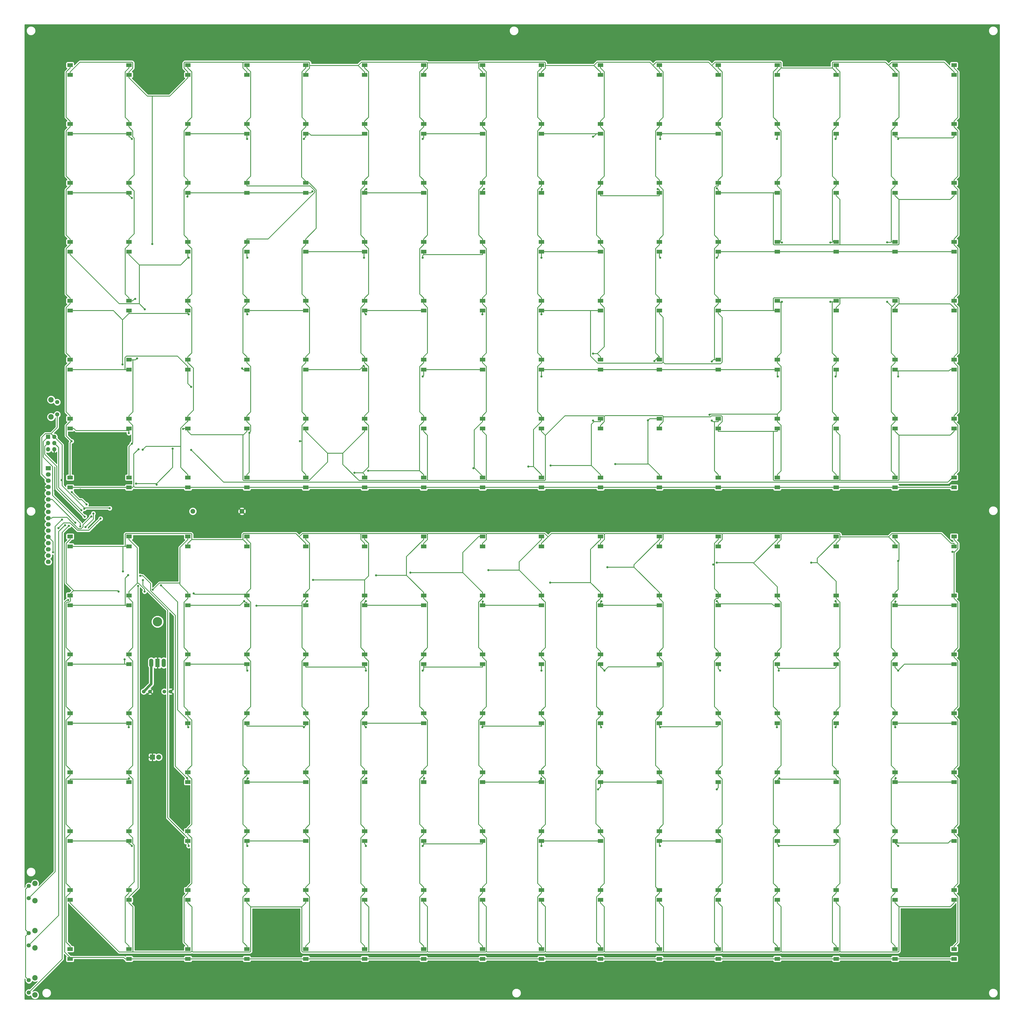
<source format=gbl>
G04 #@! TF.FileFunction,Copper,L2,Bot,Signal*
%FSLAX46Y46*%
G04 Gerber Fmt 4.6, Leading zero omitted, Abs format (unit mm)*
G04 Created by KiCad (PCBNEW (2015-01-16 BZR 5376)-product) date 07/14/15 18:55:14*
%MOMM*%
G01*
G04 APERTURE LIST*
%ADD10C,0.100000*%
%ADD11C,2.200000*%
%ADD12C,1.700000*%
%ADD13C,1.950000*%
%ADD14C,1.501140*%
%ADD15R,1.699260X3.500120*%
%ADD16O,1.699260X3.500120*%
%ADD17C,3.799840*%
%ADD18R,2.032000X2.032000*%
%ADD19O,2.032000X2.032000*%
%ADD20R,1.727200X1.727200*%
%ADD21O,1.727200X1.727200*%
%ADD22R,2.200000X1.500000*%
%ADD23R,2.032000X1.727200*%
%ADD24O,2.032000X1.727200*%
%ADD25C,0.889000*%
%ADD26C,0.300000*%
%ADD27C,1.000000*%
%ADD28C,0.250000*%
G04 APERTURE END LIST*
D10*
D11*
X21690200Y-370709000D03*
X21690200Y-377709000D03*
D12*
X19190200Y-371709000D03*
X19190200Y-376709000D03*
D11*
X21690200Y-389899000D03*
X21690200Y-396899000D03*
D12*
X19190200Y-390899000D03*
X19190200Y-395899000D03*
D11*
X21690200Y-409089000D03*
X21690200Y-416089000D03*
D12*
X19190200Y-410089000D03*
X19190200Y-415089000D03*
D13*
X105940000Y-219202000D03*
X85940000Y-219202000D03*
D14*
X76902000Y-292583000D03*
X74362000Y-292583000D03*
D15*
X71583460Y-280924000D03*
D16*
X69043460Y-280924000D03*
X74123460Y-280924000D03*
D17*
X71583460Y-264160000D03*
D18*
X69521300Y-319289000D03*
D19*
X72061300Y-319289000D03*
D20*
X27008300Y-188933000D03*
D21*
X29548300Y-188933000D03*
X27008300Y-191473000D03*
X29548300Y-191473000D03*
X27008300Y-194013000D03*
X29548300Y-194013000D03*
D11*
X28234000Y-180792000D03*
X28234000Y-173792000D03*
D12*
X30734000Y-179792000D03*
X30734000Y-174792000D03*
D14*
X68507000Y-292583000D03*
X65967000Y-292583000D03*
D22*
X395798000Y-41579800D03*
X395798000Y-37579800D03*
X395798000Y-65567600D03*
X395798000Y-61567600D03*
X395798000Y-89555300D03*
X395798000Y-85555300D03*
X395798000Y-113543000D03*
X395798000Y-109543000D03*
X395798000Y-137531000D03*
X395798000Y-133531000D03*
X395798000Y-161518000D03*
X395798000Y-157518000D03*
X395798000Y-185506000D03*
X395798000Y-181506000D03*
X395798000Y-209494000D03*
X395798000Y-205494000D03*
X395798000Y-233482000D03*
X395798000Y-229482000D03*
X395798000Y-257470000D03*
X395798000Y-253470000D03*
X395798000Y-281457000D03*
X395798000Y-277457000D03*
X395798000Y-305445000D03*
X395798000Y-301445000D03*
X395798000Y-329433000D03*
X395798000Y-325433000D03*
X395798000Y-353421000D03*
X395798000Y-349421000D03*
X395798000Y-377408000D03*
X395798000Y-373408000D03*
X395798000Y-401396000D03*
X395798000Y-397396000D03*
X371810000Y-41579800D03*
X371810000Y-37579800D03*
X371810000Y-65567600D03*
X371810000Y-61567600D03*
X371810000Y-89555300D03*
X371810000Y-85555300D03*
X371810000Y-113543000D03*
X371810000Y-109543000D03*
X371810000Y-137531000D03*
X371810000Y-133531000D03*
X371810000Y-161518000D03*
X371810000Y-157518000D03*
X371810000Y-185506000D03*
X371810000Y-181506000D03*
X371810000Y-209494000D03*
X371810000Y-205494000D03*
X371810000Y-233482000D03*
X371810000Y-229482000D03*
X371810000Y-257470000D03*
X371810000Y-253470000D03*
X371810000Y-281457000D03*
X371810000Y-277457000D03*
X371810000Y-305445000D03*
X371810000Y-301445000D03*
X371810000Y-329433000D03*
X371810000Y-325433000D03*
X371810000Y-353421000D03*
X371810000Y-349421000D03*
X371810000Y-377408000D03*
X371810000Y-373408000D03*
X371810000Y-401396000D03*
X371810000Y-397396000D03*
X347823000Y-41579800D03*
X347823000Y-37579800D03*
X347823000Y-65567600D03*
X347823000Y-61567600D03*
X347823000Y-89555300D03*
X347823000Y-85555300D03*
X347823000Y-113543000D03*
X347823000Y-109543000D03*
X347823000Y-137531000D03*
X347823000Y-133531000D03*
X347823000Y-161518000D03*
X347823000Y-157518000D03*
X347823000Y-185506000D03*
X347823000Y-181506000D03*
X347823000Y-209494000D03*
X347823000Y-205494000D03*
X347823000Y-233482000D03*
X347823000Y-229482000D03*
X347823000Y-257470000D03*
X347823000Y-253470000D03*
X347823000Y-281457000D03*
X347823000Y-277457000D03*
X347823000Y-305445000D03*
X347823000Y-301445000D03*
X347823000Y-329433000D03*
X347823000Y-325433000D03*
X347823000Y-353421000D03*
X347823000Y-349421000D03*
X347823000Y-377408000D03*
X347823000Y-373408000D03*
X347823000Y-401396000D03*
X347823000Y-397396000D03*
X323835000Y-41579800D03*
X323835000Y-37579800D03*
X323835000Y-65567600D03*
X323835000Y-61567600D03*
X323835000Y-89555300D03*
X323835000Y-85555300D03*
X323835000Y-113543000D03*
X323835000Y-109543000D03*
X323835000Y-137531000D03*
X323835000Y-133531000D03*
X323835000Y-161518000D03*
X323835000Y-157518000D03*
X323835000Y-185506000D03*
X323835000Y-181506000D03*
X323835000Y-209494000D03*
X323835000Y-205494000D03*
X323835000Y-233482000D03*
X323835000Y-229482000D03*
X323835000Y-257470000D03*
X323835000Y-253470000D03*
X323835000Y-281457000D03*
X323835000Y-277457000D03*
X323835000Y-305445000D03*
X323835000Y-301445000D03*
X323835000Y-329433000D03*
X323835000Y-325433000D03*
X323835000Y-353421000D03*
X323835000Y-349421000D03*
X323835000Y-377408000D03*
X323835000Y-373408000D03*
X323835000Y-401396000D03*
X323835000Y-397396000D03*
X299847000Y-41579800D03*
X299847000Y-37579800D03*
X299847000Y-65567600D03*
X299847000Y-61567600D03*
X299847000Y-89555300D03*
X299847000Y-85555300D03*
X299847000Y-113543000D03*
X299847000Y-109543000D03*
X299847000Y-137531000D03*
X299847000Y-133531000D03*
X299847000Y-161518000D03*
X299847000Y-157518000D03*
X299847000Y-185506000D03*
X299847000Y-181506000D03*
X299847000Y-209494000D03*
X299847000Y-205494000D03*
X299847000Y-233482000D03*
X299847000Y-229482000D03*
X299847000Y-257470000D03*
X299847000Y-253470000D03*
X299847000Y-281457000D03*
X299847000Y-277457000D03*
X299847000Y-305445000D03*
X299847000Y-301445000D03*
X299847000Y-329433000D03*
X299847000Y-325433000D03*
X299847000Y-353421000D03*
X299847000Y-349421000D03*
X299847000Y-377408000D03*
X299847000Y-373408000D03*
X299847000Y-401396000D03*
X299847000Y-397396000D03*
X275859000Y-41579800D03*
X275859000Y-37579800D03*
X275859000Y-65567600D03*
X275859000Y-61567600D03*
X275859000Y-89555300D03*
X275859000Y-85555300D03*
X275859000Y-113543000D03*
X275859000Y-109543000D03*
X275859000Y-137531000D03*
X275859000Y-133531000D03*
X275859000Y-161518000D03*
X275859000Y-157518000D03*
X275859000Y-185506000D03*
X275859000Y-181506000D03*
X275859000Y-209494000D03*
X275859000Y-205494000D03*
X275859000Y-233482000D03*
X275859000Y-229482000D03*
X275859000Y-257470000D03*
X275859000Y-253470000D03*
X275859000Y-281457000D03*
X275859000Y-277457000D03*
X275859000Y-305445000D03*
X275859000Y-301445000D03*
X275859000Y-329433000D03*
X275859000Y-325433000D03*
X275859000Y-353421000D03*
X275859000Y-349421000D03*
X275859000Y-377408000D03*
X275859000Y-373408000D03*
X275859000Y-401396000D03*
X275859000Y-397396000D03*
X251871000Y-41579800D03*
X251871000Y-37579800D03*
X251871000Y-65567600D03*
X251871000Y-61567600D03*
X251871000Y-89555300D03*
X251871000Y-85555300D03*
X251871000Y-113543000D03*
X251871000Y-109543000D03*
X251871000Y-137531000D03*
X251871000Y-133531000D03*
X251871000Y-161518000D03*
X251871000Y-157518000D03*
X251871000Y-185506000D03*
X251871000Y-181506000D03*
X251871000Y-209494000D03*
X251871000Y-205494000D03*
X251871000Y-233482000D03*
X251871000Y-229482000D03*
X251871000Y-257470000D03*
X251871000Y-253470000D03*
X251871000Y-281457000D03*
X251871000Y-277457000D03*
X251871000Y-305445000D03*
X251871000Y-301445000D03*
X251871000Y-329433000D03*
X251871000Y-325433000D03*
X251871000Y-353421000D03*
X251871000Y-349421000D03*
X251871000Y-377408000D03*
X251871000Y-373408000D03*
X251871000Y-401396000D03*
X251871000Y-397396000D03*
X227884000Y-41579800D03*
X227884000Y-37579800D03*
X227884000Y-65567600D03*
X227884000Y-61567600D03*
X227884000Y-89555300D03*
X227884000Y-85555300D03*
X227884000Y-113543000D03*
X227884000Y-109543000D03*
X227884000Y-137531000D03*
X227884000Y-133531000D03*
X227884000Y-161518000D03*
X227884000Y-157518000D03*
X227884000Y-185506000D03*
X227884000Y-181506000D03*
X227884000Y-209494000D03*
X227884000Y-205494000D03*
X227884000Y-233482000D03*
X227884000Y-229482000D03*
X227884000Y-257470000D03*
X227884000Y-253470000D03*
X227884000Y-281457000D03*
X227884000Y-277457000D03*
X227884000Y-305445000D03*
X227884000Y-301445000D03*
X227884000Y-329433000D03*
X227884000Y-325433000D03*
X227884000Y-353421000D03*
X227884000Y-349421000D03*
X227884000Y-377408000D03*
X227884000Y-373408000D03*
X227884000Y-401396000D03*
X227884000Y-397396000D03*
X203896000Y-41579800D03*
X203896000Y-37579800D03*
X203896000Y-65567600D03*
X203896000Y-61567600D03*
X203896000Y-89555300D03*
X203896000Y-85555300D03*
X203896000Y-113543000D03*
X203896000Y-109543000D03*
X203896000Y-137531000D03*
X203896000Y-133531000D03*
X203896000Y-161519000D03*
X203896000Y-157519000D03*
X203896000Y-185506000D03*
X203896000Y-181506000D03*
X203896000Y-209494000D03*
X203896000Y-205494000D03*
X203896000Y-233482000D03*
X203896000Y-229482000D03*
X203896000Y-257470000D03*
X203896000Y-253470000D03*
X203896000Y-281457000D03*
X203896000Y-277457000D03*
X203896000Y-305445000D03*
X203896000Y-301445000D03*
X203896000Y-329433000D03*
X203896000Y-325433000D03*
X203896000Y-353421000D03*
X203896000Y-349421000D03*
X203896000Y-377408000D03*
X203896000Y-373408000D03*
X203896000Y-401396000D03*
X203896000Y-397396000D03*
X179908000Y-41579800D03*
X179908000Y-37579800D03*
X179908000Y-65567600D03*
X179908000Y-61567600D03*
X179908000Y-89555300D03*
X179908000Y-85555300D03*
X179908000Y-113543000D03*
X179908000Y-109543000D03*
X179908000Y-137531000D03*
X179908000Y-133531000D03*
X179908000Y-161519000D03*
X179908000Y-157519000D03*
X179908000Y-185506000D03*
X179908000Y-181506000D03*
X179908000Y-209494000D03*
X179908000Y-205494000D03*
X179908000Y-233482000D03*
X179908000Y-229482000D03*
X179908000Y-257470000D03*
X179908000Y-253470000D03*
X179908000Y-281457000D03*
X179908000Y-277457000D03*
X179908000Y-305445000D03*
X179908000Y-301445000D03*
X179908000Y-329433000D03*
X179908000Y-325433000D03*
X179908000Y-353421000D03*
X179908000Y-349421000D03*
X179908000Y-377408000D03*
X179908000Y-373408000D03*
X179908000Y-401396000D03*
X179908000Y-397396000D03*
X155920000Y-41579800D03*
X155920000Y-37579800D03*
X155920000Y-65567600D03*
X155920000Y-61567600D03*
X155920000Y-89555300D03*
X155920000Y-85555300D03*
X155920000Y-113543000D03*
X155920000Y-109543000D03*
X155920000Y-137531000D03*
X155920000Y-133531000D03*
X155920000Y-161519000D03*
X155920000Y-157519000D03*
X155920000Y-185506000D03*
X155920000Y-181506000D03*
X155920000Y-209494000D03*
X155920000Y-205494000D03*
X155920000Y-233482000D03*
X155920000Y-229482000D03*
X155920000Y-257470000D03*
X155920000Y-253470000D03*
X155920000Y-281457000D03*
X155920000Y-277457000D03*
X155920000Y-305445000D03*
X155920000Y-301445000D03*
X155920000Y-329433000D03*
X155920000Y-325433000D03*
X155920000Y-353421000D03*
X155920000Y-349421000D03*
X155920000Y-377408000D03*
X155920000Y-373408000D03*
X155920000Y-401396000D03*
X155920000Y-397396000D03*
X131933000Y-41579800D03*
X131933000Y-37579800D03*
X131933000Y-65567600D03*
X131933000Y-61567600D03*
X131933000Y-89555300D03*
X131933000Y-85555300D03*
X131933000Y-113543000D03*
X131933000Y-109543000D03*
X131933000Y-137531000D03*
X131933000Y-133531000D03*
X131933000Y-161519000D03*
X131933000Y-157519000D03*
X131933000Y-185506000D03*
X131933000Y-181506000D03*
X131933000Y-209494000D03*
X131933000Y-205494000D03*
X131933000Y-233482000D03*
X131933000Y-229482000D03*
X131933000Y-257470000D03*
X131933000Y-253470000D03*
X131933000Y-281457000D03*
X131933000Y-277457000D03*
X131933000Y-305445000D03*
X131933000Y-301445000D03*
X131933000Y-329433000D03*
X131933000Y-325433000D03*
X131933000Y-353421000D03*
X131933000Y-349421000D03*
X131933000Y-377408000D03*
X131933000Y-373408000D03*
X131933000Y-401396000D03*
X131933000Y-397396000D03*
X107945000Y-41579800D03*
X107945000Y-37579800D03*
X107945000Y-65567600D03*
X107945000Y-61567600D03*
X107945000Y-89555300D03*
X107945000Y-85555300D03*
X107945000Y-113543000D03*
X107945000Y-109543000D03*
X107945000Y-137531000D03*
X107945000Y-133531000D03*
X107945000Y-161519000D03*
X107945000Y-157519000D03*
X107945000Y-185506000D03*
X107945000Y-181506000D03*
X107945000Y-209494000D03*
X107945000Y-205494000D03*
X107945000Y-233482000D03*
X107945000Y-229482000D03*
X107945000Y-257470000D03*
X107945000Y-253470000D03*
X107945000Y-281457000D03*
X107945000Y-277457000D03*
X107945000Y-305445000D03*
X107945000Y-301445000D03*
X107945000Y-329433000D03*
X107945000Y-325433000D03*
X107945000Y-353421000D03*
X107945000Y-349421000D03*
X107945000Y-377408000D03*
X107945000Y-373408000D03*
X107945000Y-401396000D03*
X107945000Y-397396000D03*
X83957200Y-41579800D03*
X83957200Y-37579800D03*
X83957200Y-65567600D03*
X83957200Y-61567600D03*
X83957200Y-89555300D03*
X83957200Y-85555300D03*
X83957200Y-113543000D03*
X83957200Y-109543000D03*
X83957200Y-137531000D03*
X83957200Y-133531000D03*
X83957200Y-161519000D03*
X83957200Y-157519000D03*
X83957200Y-185506000D03*
X83957200Y-181506000D03*
X83957200Y-209494000D03*
X83957200Y-205494000D03*
X83957200Y-233482000D03*
X83957200Y-229482000D03*
X83957200Y-257470000D03*
X83957200Y-253470000D03*
X83957200Y-281457000D03*
X83957200Y-277457000D03*
X83957200Y-305445000D03*
X83957200Y-301445000D03*
X83957200Y-329433000D03*
X83957200Y-325433000D03*
X83957200Y-353421000D03*
X83957200Y-349421000D03*
X83957200Y-377408000D03*
X83957200Y-373408000D03*
X83957200Y-401396000D03*
X83957200Y-397396000D03*
X59969400Y-41579800D03*
X59969400Y-37579800D03*
X59969400Y-65567600D03*
X59969400Y-61567600D03*
X59969400Y-89555300D03*
X59969400Y-85555300D03*
X59969400Y-113543000D03*
X59969400Y-109543000D03*
X59969400Y-137531000D03*
X59969400Y-133531000D03*
X59969400Y-161519000D03*
X59969400Y-157519000D03*
X59969400Y-185506000D03*
X59969400Y-181506000D03*
X59969400Y-209494000D03*
X59969400Y-205494000D03*
X59969400Y-233482000D03*
X59969400Y-229482000D03*
X59969400Y-257470000D03*
X59969400Y-253470000D03*
X59969400Y-281457000D03*
X59969400Y-277457000D03*
X59969400Y-305445000D03*
X59969400Y-301445000D03*
X59969400Y-329433000D03*
X59969400Y-325433000D03*
X59969400Y-353421000D03*
X59969400Y-349421000D03*
X59969400Y-377408000D03*
X59969400Y-373408000D03*
X59969400Y-401396000D03*
X59969400Y-397396000D03*
X35981600Y-41579800D03*
X35981600Y-37579800D03*
X35981600Y-65567600D03*
X35981600Y-61567600D03*
X35981600Y-89555300D03*
X35981600Y-85555300D03*
X35981600Y-113543000D03*
X35981600Y-109543000D03*
X35981600Y-137531000D03*
X35981600Y-133531000D03*
X35981600Y-161519000D03*
X35981600Y-157519000D03*
X35981600Y-185506000D03*
X35981600Y-181506000D03*
X35981600Y-209494000D03*
X35981600Y-205494000D03*
X35981600Y-233482000D03*
X35981600Y-229482000D03*
X35981600Y-257470000D03*
X35981600Y-253470000D03*
X35981600Y-281457000D03*
X35981600Y-277457000D03*
X35981600Y-305445000D03*
X35981600Y-301445000D03*
X35981600Y-329433000D03*
X35981600Y-325433000D03*
X35981600Y-353421000D03*
X35981600Y-349421000D03*
X35981600Y-377408000D03*
X35981600Y-373408000D03*
X35981600Y-401396000D03*
X35981600Y-397396000D03*
D23*
X27093200Y-201718000D03*
D24*
X27093200Y-204258000D03*
X27093200Y-206798000D03*
X27093200Y-209338000D03*
X27093200Y-211878000D03*
X27093200Y-214418000D03*
X27093200Y-216958000D03*
X27093200Y-219498000D03*
X27093200Y-222038000D03*
X27093200Y-224578000D03*
X27093200Y-227118000D03*
X27093200Y-229658000D03*
X27093200Y-232198000D03*
X27093200Y-234738000D03*
X27093200Y-237278000D03*
X27093200Y-239818000D03*
D25*
X85305300Y-194209800D03*
X69467900Y-110441600D03*
X276162700Y-67647100D03*
X347558300Y-67647100D03*
X373040800Y-67647100D03*
X248825400Y-66763300D03*
X108086200Y-67647100D03*
X179493500Y-67647100D03*
X323684600Y-67647100D03*
X61164100Y-67647100D03*
X131159100Y-67647100D03*
X204455900Y-87990600D03*
X275176000Y-88041300D03*
X156601200Y-88043000D03*
X228009500Y-88038800D03*
X299223500Y-87744400D03*
X134622700Y-89007900D03*
X61164100Y-91687000D03*
X83721500Y-91078100D03*
X227828300Y-115981700D03*
X108098400Y-115981700D03*
X155619800Y-115981700D03*
X276162700Y-115981700D03*
X299221600Y-115981700D03*
X179493500Y-115981700D03*
X66434900Y-136979200D03*
X84224800Y-115981700D03*
X108098400Y-139042400D03*
X203804400Y-139042400D03*
X156432700Y-139042400D03*
X227828300Y-139042400D03*
X57375200Y-159439800D03*
X84224800Y-139042400D03*
X347558300Y-164316000D03*
X324028400Y-164316000D03*
X373040800Y-164316000D03*
X85305300Y-168577400D03*
X155438700Y-160002600D03*
X106035200Y-161014500D03*
X179493500Y-164316500D03*
X227828300Y-164316000D03*
X59913900Y-187376800D03*
X81941800Y-185706800D03*
X63824900Y-193957200D03*
X368555400Y-109705200D03*
X368555400Y-133928900D03*
X345495100Y-133928900D03*
X345495100Y-109816600D03*
X325747700Y-133913700D03*
X325747700Y-109816600D03*
X296291900Y-179899900D03*
X297160300Y-182263200D03*
X297160300Y-158248700D03*
X271226700Y-182209400D03*
X273814600Y-158039500D03*
X257946600Y-200016100D03*
X248809200Y-182263200D03*
X248825400Y-155039300D03*
X231605800Y-200582500D03*
X222533000Y-201031500D03*
X31115000Y-212979000D03*
X29845000Y-210820000D03*
X46990000Y-225044000D03*
X40132000Y-213360000D03*
X34798000Y-196850000D03*
X33782000Y-203962000D03*
X34798000Y-190754000D03*
X28448000Y-185420000D03*
X66294000Y-241808000D03*
X70104000Y-231648000D03*
X65024000Y-219964000D03*
X70358000Y-219964000D03*
X395174300Y-235711600D03*
X57506700Y-243719400D03*
X156432700Y-255809000D03*
X347558300Y-255809000D03*
X371989600Y-255929900D03*
X203934700Y-255939300D03*
X252207400Y-255877600D03*
X299223400Y-255809000D03*
X106822800Y-255809000D03*
X59614900Y-245229300D03*
X132409300Y-255809000D03*
X227828300Y-284046000D03*
X324497500Y-284046000D03*
X156430600Y-284046000D03*
X108098400Y-284046000D03*
X373040800Y-284046000D03*
X253519900Y-284046000D03*
X300623800Y-284046000D03*
X179493500Y-284046000D03*
X58175600Y-279457000D03*
X252138800Y-307106700D03*
X84074600Y-307106700D03*
X276162700Y-307106700D03*
X131153900Y-307106700D03*
X59913900Y-307106700D03*
X73022400Y-249383800D03*
X156432700Y-307106700D03*
X203804400Y-307106700D03*
X347558300Y-307106700D03*
X371868700Y-307106700D03*
X323696800Y-307106700D03*
X250888600Y-332380800D03*
X180079900Y-327795200D03*
X299223400Y-332380800D03*
X108281200Y-327916000D03*
X59929200Y-327898600D03*
X227809600Y-327902000D03*
X83555600Y-327733100D03*
X64501200Y-245479700D03*
X156599600Y-327921300D03*
X324678600Y-327916500D03*
X372010300Y-327830800D03*
X276148700Y-355441600D03*
X156432700Y-355441600D03*
X324497500Y-355441600D03*
X179493500Y-355441600D03*
X227828300Y-355441600D03*
X84246100Y-355441600D03*
X373040800Y-355441600D03*
X61164100Y-355441600D03*
X108096200Y-355441600D03*
X65644700Y-247193600D03*
X63667700Y-249631100D03*
X35241700Y-255330500D03*
X373040800Y-239404600D03*
X337627200Y-240086300D03*
X299221300Y-240095400D03*
X297786900Y-240853100D03*
X254652300Y-241980500D03*
X231386400Y-248258000D03*
X206285000Y-243144800D03*
X200169100Y-201661300D03*
X174551200Y-244203100D03*
X157314000Y-202665500D03*
X160559200Y-245261500D03*
X151744200Y-203549800D03*
X134925000Y-247159200D03*
X129572300Y-190710900D03*
X111879000Y-257641900D03*
X108945400Y-187258900D03*
X86287900Y-252684700D03*
X65579100Y-194123600D03*
X69617000Y-251161200D03*
X63227300Y-156989600D03*
X62539000Y-132768800D03*
X61112600Y-191700200D03*
X66302600Y-251880700D03*
X36611600Y-190710900D03*
X55763600Y-251856200D03*
X40140100Y-225374100D03*
X41935300Y-221379000D03*
X40610500Y-218778900D03*
X77771700Y-193696000D03*
X62821200Y-207932800D03*
X71196600Y-208343600D03*
X32695700Y-222596100D03*
X33940700Y-224858700D03*
X35519400Y-225114600D03*
X42672000Y-216408000D03*
X36703000Y-211455000D03*
X38129000Y-223870500D03*
X44600000Y-221330000D03*
X31276000Y-226044300D03*
X48394600Y-222196000D03*
X42296100Y-225660100D03*
X45439700Y-220147600D03*
X29040400Y-235904100D03*
X32512000Y-206502000D03*
X41765200Y-218160200D03*
X52124900Y-217959700D03*
D26*
X397348400Y-64318300D02*
X395798000Y-62767900D01*
X397348400Y-82804600D02*
X397348400Y-64318300D01*
X395798000Y-84355000D02*
X397348400Y-82804600D01*
X395798000Y-85555300D02*
X395798000Y-84355000D01*
X395798000Y-62167700D02*
X395798000Y-62767900D01*
X395798000Y-62167700D02*
X395798000Y-61567600D01*
X397348400Y-40330500D02*
X395798000Y-38780100D01*
X397348400Y-58816900D02*
X397348400Y-40330500D01*
X395798000Y-60367300D02*
X397348400Y-58816900D01*
X395798000Y-61567600D02*
X395798000Y-60367300D01*
X395798000Y-37579800D02*
X395798000Y-38780100D01*
X397348400Y-136281700D02*
X395798000Y-134731300D01*
X397348400Y-154767300D02*
X397348400Y-136281700D01*
X395798000Y-156317700D02*
X397348400Y-154767300D01*
X395798000Y-157518000D02*
X395798000Y-156317700D01*
X395798000Y-85555300D02*
X395798000Y-86755600D01*
X397348400Y-88306000D02*
X395798000Y-86755600D01*
X397348400Y-106792300D02*
X397348400Y-88306000D01*
X395798000Y-108342700D02*
X397348400Y-106792300D01*
X395798000Y-109543000D02*
X395798000Y-108342700D01*
X397348400Y-160268700D02*
X395798000Y-158718300D01*
X397348400Y-178755300D02*
X397348400Y-160268700D01*
X395798000Y-180305700D02*
X397348400Y-178755300D01*
X395798000Y-181506000D02*
X395798000Y-180305700D01*
X395798000Y-157518000D02*
X395798000Y-158718300D01*
X397348400Y-184256700D02*
X395798000Y-182706300D01*
X397348400Y-202743300D02*
X397348400Y-184256700D01*
X395798000Y-204293700D02*
X397348400Y-202743300D01*
X395798000Y-181506000D02*
X395798000Y-182706300D01*
X395798000Y-205494000D02*
X395798000Y-204893800D01*
X395798000Y-204893800D02*
X395798000Y-204293700D01*
X98465900Y-207370400D02*
X85305300Y-194209800D01*
X393321400Y-207370400D02*
X98465900Y-207370400D01*
X395798000Y-204893800D02*
X393321400Y-207370400D01*
X395798000Y-134131100D02*
X395798000Y-134731300D01*
X395798000Y-134131100D02*
X395798000Y-133531000D01*
X397348400Y-112293700D02*
X395798000Y-110743300D01*
X397348400Y-130780300D02*
X397348400Y-112293700D01*
X395798000Y-132330700D02*
X397348400Y-130780300D01*
X395798000Y-133531000D02*
X395798000Y-132330700D01*
X395798000Y-109543000D02*
X395798000Y-110743300D01*
X107945000Y-41579800D02*
X107945000Y-40379500D01*
X371810000Y-41579800D02*
X371810000Y-40379500D01*
X395798000Y-41579800D02*
X395798000Y-40379500D01*
X155920000Y-41579800D02*
X155920000Y-40379500D01*
X347823000Y-41579800D02*
X347823000Y-40379500D01*
X370485900Y-36379400D02*
X369147900Y-37717400D01*
X391797900Y-36379400D02*
X370485900Y-36379400D01*
X395798000Y-40379500D02*
X391797900Y-36379400D01*
X369147900Y-37717400D02*
X371810000Y-40379500D01*
X106369900Y-38804400D02*
X106369900Y-36630400D01*
X107945000Y-40379500D02*
X106369900Y-38804400D01*
X131933000Y-41579800D02*
X131933000Y-40379500D01*
X133483400Y-38829100D02*
X133483400Y-37736100D01*
X131933000Y-40379500D02*
X133483400Y-38829100D01*
X106620900Y-36379400D02*
X106369900Y-36630400D01*
X133219400Y-36379400D02*
X106620900Y-36379400D01*
X133483400Y-36643400D02*
X133219400Y-36379400D01*
X133483400Y-37736100D02*
X133483400Y-36643400D01*
X251871000Y-41579800D02*
X251871000Y-40379500D01*
X227884000Y-41579800D02*
X227884000Y-40379500D01*
X346263300Y-36608200D02*
X346263300Y-38819800D01*
X346492100Y-36379400D02*
X346263300Y-36608200D01*
X367809900Y-36379400D02*
X346492100Y-36379400D01*
X369147900Y-37717400D02*
X367809900Y-36379400D01*
X346263300Y-38819800D02*
X347823000Y-40379500D01*
X323835000Y-41579800D02*
X323835000Y-40379500D01*
X83957200Y-41579800D02*
X83957200Y-42780100D01*
X106118900Y-36379400D02*
X106369900Y-36630400D01*
X82666000Y-36379400D02*
X106118900Y-36379400D01*
X82365000Y-36680400D02*
X82666000Y-36379400D01*
X82365000Y-38787300D02*
X82365000Y-36680400D01*
X83957200Y-40379500D02*
X82365000Y-38787300D01*
X83957200Y-41579800D02*
X83957200Y-40379500D01*
X59969400Y-41579800D02*
X59969400Y-42780100D01*
X61519800Y-38829100D02*
X59969400Y-40379500D01*
X61519800Y-36641900D02*
X61519800Y-38829100D01*
X61257300Y-36379400D02*
X61519800Y-36641900D01*
X39981700Y-36379400D02*
X61257300Y-36379400D01*
X35981600Y-40379500D02*
X39981700Y-36379400D01*
X35981600Y-41579800D02*
X35981600Y-40379500D01*
X59969400Y-41579800D02*
X59969400Y-40379500D01*
X203896000Y-41579800D02*
X203896000Y-40379500D01*
X229434400Y-38829100D02*
X229434400Y-37736100D01*
X227884000Y-40379500D02*
X229434400Y-38829100D01*
X179908000Y-41579800D02*
X179908000Y-40379500D01*
X133483400Y-37736100D02*
X153276600Y-37736100D01*
X153276600Y-37736100D02*
X155920000Y-40379500D01*
X181194400Y-36379400D02*
X181458400Y-36643400D01*
X154633300Y-36379400D02*
X181194400Y-36379400D01*
X153276600Y-37736100D02*
X154633300Y-36379400D01*
X181458400Y-38829100D02*
X181458400Y-36643400D01*
X179908000Y-40379500D02*
X181458400Y-38829100D01*
X181458400Y-36643400D02*
X202345600Y-36643400D01*
X202609600Y-36379400D02*
X202345600Y-36643400D01*
X229170400Y-36379400D02*
X202609600Y-36379400D01*
X229434400Y-36643400D02*
X229170400Y-36379400D01*
X229434400Y-37736100D02*
X229434400Y-36643400D01*
X202345600Y-38829100D02*
X203896000Y-40379500D01*
X202345600Y-36643400D02*
X202345600Y-38829100D01*
X275859000Y-41579800D02*
X275859000Y-40379500D01*
X229434400Y-37736100D02*
X249227600Y-37736100D01*
X249227600Y-37736100D02*
X251871000Y-40379500D01*
X250584300Y-36379400D02*
X249227600Y-37736100D01*
X271970600Y-36379400D02*
X250584300Y-36379400D01*
X273271600Y-37680400D02*
X271970600Y-36379400D01*
X273271600Y-37792100D02*
X275859000Y-40379500D01*
X273271600Y-37680400D02*
X273271600Y-37792100D01*
X299847000Y-41579800D02*
X299847000Y-40379500D01*
X346263300Y-38819800D02*
X325394700Y-38819800D01*
X325394700Y-38819800D02*
X323835000Y-40379500D01*
X298556800Y-36379400D02*
X297201900Y-37734300D01*
X325165900Y-36379400D02*
X298556800Y-36379400D01*
X325394700Y-36608200D02*
X325165900Y-36379400D01*
X325394700Y-38819800D02*
X325394700Y-36608200D01*
X299847000Y-40379500D02*
X297201900Y-37734300D01*
X274572600Y-36379400D02*
X273271600Y-37680400D01*
X295846900Y-36379400D02*
X274572600Y-36379400D01*
X297201900Y-37734300D02*
X295846900Y-36379400D01*
X69467900Y-50214800D02*
X69467900Y-110441600D01*
X67404100Y-50214800D02*
X69467900Y-50214800D01*
X59969400Y-42780100D02*
X67404100Y-50214800D01*
X76522500Y-50214800D02*
X83957200Y-42780100D01*
X69467900Y-50214800D02*
X76522500Y-50214800D01*
X179908000Y-65567600D02*
X203896000Y-65567600D01*
X276162700Y-65567600D02*
X276162700Y-67647100D01*
X299847000Y-65567600D02*
X276162700Y-65567600D01*
X276162700Y-65567600D02*
X275859000Y-65567600D01*
X347823000Y-67382400D02*
X347558300Y-67647100D01*
X347823000Y-65567600D02*
X347823000Y-67382400D01*
X155920000Y-65567600D02*
X155920000Y-66167700D01*
X371810000Y-65567600D02*
X371810000Y-66767900D01*
X395798000Y-65567600D02*
X395798000Y-66767900D01*
X373040800Y-67647100D02*
X373040800Y-67207500D01*
X372601200Y-66767900D02*
X373040800Y-67207500D01*
X371810000Y-66767900D02*
X372601200Y-66767900D01*
X395358400Y-67207500D02*
X395798000Y-66767900D01*
X373040800Y-67207500D02*
X395358400Y-67207500D01*
X249125000Y-66763300D02*
X250320700Y-65567600D01*
X248825400Y-66763300D02*
X249125000Y-66763300D01*
X251871000Y-65567600D02*
X250320700Y-65567600D01*
X250320700Y-65567600D02*
X227884000Y-65567600D01*
X179908000Y-67232600D02*
X179908000Y-65567600D01*
X179493500Y-67647100D02*
X179908000Y-67232600D01*
X323835000Y-67496700D02*
X323835000Y-65567600D01*
X323684600Y-67647100D02*
X323835000Y-67496700D01*
X35981600Y-65567600D02*
X59969400Y-65567600D01*
X60284900Y-66767900D02*
X61164100Y-67647100D01*
X59969400Y-66767900D02*
X60284900Y-66767900D01*
X59969400Y-65567600D02*
X59969400Y-66767900D01*
X134083400Y-66167700D02*
X133483300Y-65567600D01*
X155920000Y-66167700D02*
X134083400Y-66167700D01*
X131159100Y-67541800D02*
X131933000Y-66767900D01*
X131159100Y-67647100D02*
X131159100Y-67541800D01*
X131933000Y-65567600D02*
X131933000Y-66767900D01*
X131933000Y-65567600D02*
X133483300Y-65567600D01*
X107945000Y-67505900D02*
X108086200Y-67647100D01*
X107945000Y-65567600D02*
X107945000Y-67505900D01*
X83957200Y-65567600D02*
X85507500Y-65567600D01*
X107945000Y-65567600D02*
X85507500Y-65567600D01*
X155920000Y-89555300D02*
X179908000Y-89555300D01*
X251871000Y-89555300D02*
X251871000Y-90755600D01*
X275859000Y-90755600D02*
X251871000Y-90755600D01*
X275859000Y-89555300D02*
X275859000Y-90755600D01*
X347823000Y-89555300D02*
X347823000Y-90755600D01*
X204091500Y-88355000D02*
X203896000Y-88355000D01*
X204455900Y-87990600D02*
X204091500Y-88355000D01*
X203896000Y-89555300D02*
X203896000Y-88355000D01*
X275489700Y-88355000D02*
X275859000Y-88355000D01*
X275176000Y-88041300D02*
X275489700Y-88355000D01*
X275859000Y-89555300D02*
X275859000Y-88355000D01*
X156289200Y-88355000D02*
X155920000Y-88355000D01*
X156601200Y-88043000D02*
X156289200Y-88355000D01*
X155920000Y-89555300D02*
X155920000Y-88355000D01*
X323835000Y-89555300D02*
X322284700Y-89555300D01*
X227884000Y-88164300D02*
X227884000Y-89555300D01*
X228009500Y-88038800D02*
X227884000Y-88164300D01*
X299834100Y-88355000D02*
X299847000Y-88355000D01*
X299223500Y-87744400D02*
X299834100Y-88355000D01*
X299847000Y-89555300D02*
X299847000Y-88355000D01*
X349373500Y-92306100D02*
X347823000Y-90755600D01*
X349373500Y-110743300D02*
X349373500Y-92306100D01*
X371810000Y-89555300D02*
X371810000Y-90755600D01*
X395798000Y-89555300D02*
X395798000Y-90755600D01*
X394247600Y-92306000D02*
X395798000Y-90755600D01*
X373360400Y-92306000D02*
X394247600Y-92306000D01*
X373360400Y-110480800D02*
X373360400Y-92306000D01*
X373097900Y-110743300D02*
X373360400Y-110480800D01*
X349373500Y-110743300D02*
X373097900Y-110743300D01*
X373360400Y-92306000D02*
X371810000Y-90755600D01*
X299847000Y-89555300D02*
X322284700Y-89555300D01*
X322540500Y-110743300D02*
X349373500Y-110743300D01*
X322284700Y-110487500D02*
X322540500Y-110743300D01*
X322284700Y-89555300D02*
X322284700Y-110487500D01*
X107945000Y-89555300D02*
X131933000Y-89555300D01*
X134075300Y-89555300D02*
X134622700Y-89007900D01*
X131933000Y-89555300D02*
X134075300Y-89555300D01*
X35981600Y-89555300D02*
X59969400Y-89555300D01*
X60232700Y-90755600D02*
X61164100Y-91687000D01*
X59969400Y-90755600D02*
X60232700Y-90755600D01*
X59969400Y-89555300D02*
X59969400Y-90755600D01*
X83957200Y-90842400D02*
X83957200Y-89555300D01*
X83721500Y-91078100D02*
X83957200Y-90842400D01*
X107945000Y-89555300D02*
X106394700Y-89555300D01*
X83957200Y-89555300D02*
X106394700Y-89555300D01*
X251871000Y-113543000D02*
X227884000Y-113543000D01*
X347823000Y-113543000D02*
X323835000Y-113543000D01*
X347823000Y-113543000D02*
X371810000Y-113543000D01*
X371810000Y-113543000D02*
X395798000Y-113543000D01*
X227884000Y-115926000D02*
X227884000Y-113543000D01*
X227828300Y-115981700D02*
X227884000Y-115926000D01*
X107945000Y-115828300D02*
X107945000Y-113543000D01*
X108098400Y-115981700D02*
X107945000Y-115828300D01*
X155619800Y-113543000D02*
X155619800Y-115981700D01*
X131933000Y-113543000D02*
X155619800Y-113543000D01*
X155619800Y-113543000D02*
X155920000Y-113543000D01*
X83957200Y-113543000D02*
X83957200Y-114743300D01*
X275859000Y-115678000D02*
X275859000Y-113543000D01*
X276162700Y-115981700D02*
X275859000Y-115678000D01*
X35981600Y-113543000D02*
X35981600Y-114743300D01*
X59969400Y-113543000D02*
X59969400Y-114743300D01*
X179908000Y-113543000D02*
X179908000Y-114743300D01*
X55975400Y-134737100D02*
X64158500Y-134737100D01*
X35981600Y-114743300D02*
X55975400Y-134737100D01*
X64192800Y-134737100D02*
X66434900Y-136979200D01*
X64158500Y-134737100D02*
X64192800Y-134737100D01*
X83957200Y-115981700D02*
X83957200Y-114743300D01*
X83957200Y-115981700D02*
X84224800Y-115981700D01*
X81006500Y-118932400D02*
X83957200Y-115981700D01*
X64158500Y-118932400D02*
X81006500Y-118932400D01*
X64158500Y-134737100D02*
X64158500Y-118932400D01*
X64158500Y-118932400D02*
X59969400Y-114743300D01*
X299847000Y-115356300D02*
X299847000Y-113543000D01*
X299221600Y-115981700D02*
X299847000Y-115356300D01*
X323835000Y-113543000D02*
X322284700Y-113543000D01*
X299847000Y-113543000D02*
X322284700Y-113543000D01*
X203896000Y-113543000D02*
X203896000Y-114743300D01*
X179493500Y-115157800D02*
X179908000Y-114743300D01*
X179493500Y-115981700D02*
X179493500Y-115157800D01*
X179908000Y-114743300D02*
X203896000Y-114743300D01*
X155920000Y-137531000D02*
X179908000Y-137531000D01*
X107945000Y-137531000D02*
X131933000Y-137531000D01*
X83957200Y-137531000D02*
X83957200Y-138731300D01*
X107945000Y-138889000D02*
X107945000Y-137531000D01*
X108098400Y-139042400D02*
X107945000Y-138889000D01*
X275859000Y-137531000D02*
X275859000Y-138731300D01*
X156121600Y-138731300D02*
X155920000Y-138731300D01*
X156432700Y-139042400D02*
X156121600Y-138731300D01*
X155920000Y-137531000D02*
X155920000Y-138731300D01*
X203896000Y-138950800D02*
X203896000Y-137531000D01*
X203804400Y-139042400D02*
X203896000Y-138950800D01*
X347823000Y-137531000D02*
X347823000Y-136330700D01*
X371810000Y-137531000D02*
X371810000Y-136330700D01*
X395798000Y-137531000D02*
X395798000Y-136330700D01*
X394247600Y-134780300D02*
X395798000Y-136330700D01*
X373360400Y-134780300D02*
X394247600Y-134780300D01*
X373360400Y-134780300D02*
X371810000Y-136330700D01*
X227884000Y-138986700D02*
X227884000Y-137531000D01*
X227828300Y-139042400D02*
X227884000Y-138986700D01*
X251871000Y-137531000D02*
X250320700Y-137531000D01*
X227884000Y-137531000D02*
X247868100Y-137531000D01*
X247868100Y-137531000D02*
X250320700Y-137531000D01*
X59969400Y-137531000D02*
X59969400Y-138731300D01*
X53580700Y-137531000D02*
X57375200Y-141325500D01*
X35981600Y-137531000D02*
X53580700Y-137531000D01*
X59969400Y-138731300D02*
X57375200Y-141325500D01*
X57375200Y-141325500D02*
X57375200Y-159439800D01*
X59969400Y-138731300D02*
X83957200Y-138731300D01*
X83957200Y-138774800D02*
X84224800Y-139042400D01*
X83957200Y-138731300D02*
X83957200Y-138774800D01*
X299847000Y-137531000D02*
X322275400Y-137531000D01*
X322275400Y-137531000D02*
X323835000Y-137531000D01*
X349377700Y-134776000D02*
X349377700Y-132330600D01*
X347823000Y-136330700D02*
X349377700Y-134776000D01*
X322519200Y-132330600D02*
X349377700Y-132330600D01*
X322275400Y-132574400D02*
X322519200Y-132330600D01*
X322275400Y-137531000D02*
X322275400Y-132574400D01*
X373360400Y-132593100D02*
X373360400Y-134780300D01*
X373097900Y-132330600D02*
X373360400Y-132593100D01*
X349377700Y-132330600D02*
X373097900Y-132330600D01*
X299847000Y-137531000D02*
X299847000Y-138731300D01*
X277415100Y-140287400D02*
X277415100Y-158476900D01*
X275859000Y-138731300D02*
X277415100Y-140287400D01*
X247868100Y-156068900D02*
X247868100Y-137531000D01*
X250740700Y-158941500D02*
X247868100Y-156068900D01*
X276950500Y-158941500D02*
X250740700Y-158941500D01*
X277415100Y-158476900D02*
X276950500Y-158941500D01*
X301397400Y-140281700D02*
X299847000Y-138731300D01*
X301397400Y-158464800D02*
X301397400Y-140281700D01*
X300718700Y-159143500D02*
X301397400Y-158464800D01*
X278081700Y-159143500D02*
X300718700Y-159143500D01*
X277415100Y-158476900D02*
X278081700Y-159143500D01*
X203896000Y-161519000D02*
X179908000Y-161519000D01*
X323835000Y-161518000D02*
X322284700Y-161518000D01*
X275859000Y-161518000D02*
X299847000Y-161518000D01*
X299847000Y-161518000D02*
X322284700Y-161518000D01*
X323835000Y-164122600D02*
X323835000Y-161518000D01*
X324028400Y-164316000D02*
X323835000Y-164122600D01*
X275859000Y-161518000D02*
X274308700Y-161518000D01*
X274308700Y-161518000D02*
X251871000Y-161518000D01*
X251871000Y-161518000D02*
X250320700Y-161518000D01*
X347823000Y-164051300D02*
X347558300Y-164316000D01*
X347823000Y-161518000D02*
X347823000Y-164051300D01*
X395798000Y-161518000D02*
X394247700Y-161518000D01*
X155754800Y-160318700D02*
X155920000Y-160318700D01*
X155438700Y-160002600D02*
X155754800Y-160318700D01*
X155920000Y-161519000D02*
X155920000Y-160318700D01*
X153922300Y-161519000D02*
X155438700Y-160002600D01*
X131933000Y-161519000D02*
X153922300Y-161519000D01*
X373040800Y-164316000D02*
X373040800Y-162066600D01*
X372358600Y-162066600D02*
X373040800Y-162066600D01*
X371810000Y-161518000D02*
X372358600Y-162066600D01*
X393699100Y-162066600D02*
X394247700Y-161518000D01*
X373040800Y-162066600D02*
X393699100Y-162066600D01*
X106394700Y-161374000D02*
X106394700Y-161519000D01*
X106035200Y-161014500D02*
X106394700Y-161374000D01*
X107945000Y-161519000D02*
X106394700Y-161519000D01*
X83957200Y-167229300D02*
X83957200Y-161519000D01*
X85305300Y-168577400D02*
X83957200Y-167229300D01*
X35981600Y-161519000D02*
X58344600Y-161519000D01*
X58344600Y-161519000D02*
X59969400Y-161519000D01*
X79695600Y-156057100D02*
X83957200Y-160318700D01*
X58943000Y-156057100D02*
X79695600Y-156057100D01*
X58344600Y-156655500D02*
X58943000Y-156057100D01*
X58344600Y-161519000D02*
X58344600Y-156655500D01*
X83957200Y-161519000D02*
X83957200Y-160318700D01*
X250320700Y-161518000D02*
X227884000Y-161518000D01*
X179908000Y-163902000D02*
X179908000Y-161519000D01*
X179493500Y-164316500D02*
X179908000Y-163902000D01*
X227884000Y-164260300D02*
X227884000Y-161518000D01*
X227828300Y-164316000D02*
X227884000Y-164260300D01*
X155920000Y-185506000D02*
X155920000Y-186706300D01*
X323835000Y-185506000D02*
X323835000Y-186706300D01*
X347823000Y-185506000D02*
X347823000Y-186706300D01*
X131933000Y-185506000D02*
X131933000Y-186706300D01*
X155920000Y-186706300D02*
X147020400Y-195605900D01*
X323835000Y-186706300D02*
X322277900Y-186706300D01*
X299847000Y-186706300D02*
X322277900Y-186706300D01*
X299847000Y-185506000D02*
X299847000Y-186706300D01*
X299847000Y-185506000D02*
X299847000Y-184305700D01*
X371810000Y-185506000D02*
X371810000Y-186706300D01*
X349126400Y-206694400D02*
X349378300Y-206442500D01*
X322548400Y-206694400D02*
X349126400Y-206694400D01*
X322277900Y-206423900D02*
X322548400Y-206694400D01*
X322277900Y-186706300D02*
X322277900Y-206423900D01*
X349378300Y-188261600D02*
X347823000Y-186706300D01*
X349378300Y-206442500D02*
X349378300Y-188261600D01*
X395798000Y-185506000D02*
X395798000Y-186706300D01*
X394247600Y-188256700D02*
X395798000Y-186706300D01*
X373360400Y-188256700D02*
X394247600Y-188256700D01*
X373360400Y-206431900D02*
X373360400Y-188256700D01*
X373097900Y-206694400D02*
X373360400Y-206431900D01*
X349630200Y-206694400D02*
X373097900Y-206694400D01*
X349378300Y-206442500D02*
X349630200Y-206694400D01*
X373360400Y-188256700D02*
X371810000Y-186706300D01*
X59913900Y-186761800D02*
X59969400Y-186706300D01*
X59913900Y-187376800D02*
X59913900Y-186761800D01*
X38381200Y-186355300D02*
X59969400Y-186355300D01*
X37531900Y-185506000D02*
X38381200Y-186355300D01*
X59969400Y-186355300D02*
X59969400Y-186706300D01*
X35981600Y-185506000D02*
X37531900Y-185506000D01*
X179908000Y-185506000D02*
X179908000Y-186706300D01*
X203896000Y-185506000D02*
X203896000Y-186706300D01*
X181205500Y-206694400D02*
X181489300Y-206410600D01*
X153571900Y-206694400D02*
X181205500Y-206694400D01*
X147020400Y-200142900D02*
X153571900Y-206694400D01*
X147020400Y-195605900D02*
X147020400Y-200142900D01*
X181489300Y-188287600D02*
X179908000Y-186706300D01*
X181489300Y-206410600D02*
X181489300Y-188287600D01*
X227884000Y-185506000D02*
X227884000Y-186706300D01*
X205199400Y-206694400D02*
X205451300Y-206442500D01*
X181773100Y-206694400D02*
X205199400Y-206694400D01*
X181489300Y-206410600D02*
X181773100Y-206694400D01*
X205451300Y-188261600D02*
X203896000Y-186706300D01*
X205451300Y-206442500D02*
X205451300Y-188261600D01*
X275859000Y-185506000D02*
X275859000Y-184305700D01*
X251871000Y-185506000D02*
X251871000Y-184305700D01*
X229461800Y-206441900D02*
X229461800Y-188284100D01*
X229209300Y-206694400D02*
X229461800Y-206441900D01*
X205703200Y-206694400D02*
X229209300Y-206694400D01*
X205451300Y-206442500D02*
X205703200Y-206694400D01*
X229461800Y-188284100D02*
X227884000Y-186706300D01*
X253192800Y-180305700D02*
X253458100Y-180571000D01*
X237440200Y-180305700D02*
X253192800Y-180305700D01*
X229461800Y-188284100D02*
X237440200Y-180305700D01*
X253458100Y-182718600D02*
X251871000Y-184305700D01*
X253458100Y-180571000D02*
X253458100Y-182718600D01*
X296651700Y-180805600D02*
X277414900Y-180805600D01*
X297151700Y-180305600D02*
X296651700Y-180805600D01*
X301134900Y-180305600D02*
X297151700Y-180305600D01*
X301397400Y-180568100D02*
X301134900Y-180305600D01*
X301397400Y-182755300D02*
X301397400Y-180568100D01*
X299847000Y-184305700D02*
X301397400Y-182755300D01*
X277414900Y-182749800D02*
X277414900Y-180805600D01*
X275859000Y-184305700D02*
X277414900Y-182749800D01*
X253753800Y-180275300D02*
X253458100Y-180571000D01*
X277149800Y-180275300D02*
X253753800Y-180275300D01*
X277414900Y-180540400D02*
X277149800Y-180275300D01*
X277414900Y-180805600D02*
X277414900Y-180540400D01*
X147020400Y-195605900D02*
X140832600Y-195605900D01*
X140832600Y-195605900D02*
X131933000Y-186706300D01*
X107945000Y-185506000D02*
X107945000Y-186706300D01*
X59969400Y-185506000D02*
X59969400Y-186355300D01*
X83957200Y-185506000D02*
X83957200Y-186706300D01*
X82206100Y-185706800D02*
X82406900Y-185506000D01*
X81941800Y-185706800D02*
X82206100Y-185706800D01*
X83957200Y-185506000D02*
X82406900Y-185506000D01*
X140832600Y-199111500D02*
X140832600Y-195605900D01*
X133249700Y-206694400D02*
X140832600Y-199111500D01*
X106624700Y-206694400D02*
X133249700Y-206694400D01*
X106394600Y-206464300D02*
X106624700Y-206694400D01*
X106394600Y-188062500D02*
X106394600Y-206464300D01*
X85313400Y-188062500D02*
X106394600Y-188062500D01*
X83957200Y-186706300D02*
X85313400Y-188062500D01*
X106588800Y-188062500D02*
X107945000Y-186706300D01*
X106394600Y-188062500D02*
X106588800Y-188062500D01*
X251871000Y-209494000D02*
X275859000Y-209494000D01*
X323835000Y-209494000D02*
X347823000Y-209494000D01*
X347823000Y-209494000D02*
X371810000Y-209494000D01*
X371810000Y-209494000D02*
X395798000Y-209494000D01*
X58419100Y-209494000D02*
X37531900Y-209494000D01*
X35981600Y-209494000D02*
X37531900Y-209494000D01*
X59194300Y-209494000D02*
X58419100Y-209494000D01*
X59194300Y-209494000D02*
X59969400Y-209494000D01*
X59969400Y-209494000D02*
X61519700Y-209494000D01*
X83957200Y-209494000D02*
X82406900Y-209494000D01*
X155920000Y-209494000D02*
X179908000Y-209494000D01*
X275859000Y-209494000D02*
X299847000Y-209494000D01*
X299847000Y-209494000D02*
X323835000Y-209494000D01*
X61926200Y-209087500D02*
X61926400Y-209087500D01*
X61519700Y-209494000D02*
X61926200Y-209087500D01*
X62332900Y-209494000D02*
X82406900Y-209494000D01*
X61926400Y-209087500D02*
X62332900Y-209494000D01*
X179908000Y-209494000D02*
X203896000Y-209494000D01*
X203896000Y-209494000D02*
X227884000Y-209494000D01*
X227884000Y-209494000D02*
X251871000Y-209494000D01*
X83957200Y-209494000D02*
X107945000Y-209494000D01*
X61926400Y-195855700D02*
X61926400Y-209087500D01*
X63824900Y-193957200D02*
X61926400Y-195855700D01*
X107945000Y-209494000D02*
X131933000Y-209494000D01*
X131933000Y-209494000D02*
X155920000Y-209494000D01*
X373360400Y-40330500D02*
X371810000Y-38780100D01*
X373360400Y-58816900D02*
X373360400Y-40330500D01*
X371810000Y-60367300D02*
X373360400Y-58816900D01*
X371810000Y-37579800D02*
X371810000Y-38780100D01*
X371810000Y-61567600D02*
X371810000Y-60367300D01*
X370235200Y-64342700D02*
X371810000Y-62767900D01*
X370235200Y-82780200D02*
X370235200Y-64342700D01*
X371810000Y-84355000D02*
X370235200Y-82780200D01*
X371810000Y-85555300D02*
X371810000Y-84355000D01*
X371810000Y-61567600D02*
X371810000Y-62767900D01*
X371810000Y-109543000D02*
X370259700Y-109543000D01*
X371810000Y-85555300D02*
X371810000Y-86755600D01*
X370259700Y-88305900D02*
X371810000Y-86755600D01*
X370259700Y-109543000D02*
X370259700Y-88305900D01*
X370097500Y-109705200D02*
X370259700Y-109543000D01*
X368555400Y-109705200D02*
X370097500Y-109705200D01*
X371810000Y-133531000D02*
X371810000Y-134731300D01*
X371810000Y-157518000D02*
X371810000Y-156317700D01*
X370583900Y-135957400D02*
X368555400Y-133928900D01*
X370259600Y-136281700D02*
X370583900Y-135957400D01*
X370259600Y-154767300D02*
X370259600Y-136281700D01*
X371810000Y-156317700D02*
X370259600Y-154767300D01*
X370583900Y-135957400D02*
X371810000Y-134731300D01*
X370259600Y-160268700D02*
X371810000Y-158718300D01*
X370259600Y-178755300D02*
X370259600Y-160268700D01*
X371810000Y-180305700D02*
X370259600Y-178755300D01*
X371810000Y-181506000D02*
X371810000Y-180305700D01*
X371810000Y-157518000D02*
X371810000Y-158718300D01*
X370259700Y-184256600D02*
X371810000Y-182706300D01*
X370259700Y-202743400D02*
X370259700Y-184256600D01*
X371810000Y-204293700D02*
X370259700Y-202743400D01*
X371810000Y-205494000D02*
X371810000Y-204293700D01*
X371810000Y-181506000D02*
X371810000Y-182706300D01*
X347823000Y-61567600D02*
X347823000Y-60367300D01*
X347823000Y-37579800D02*
X347823000Y-38780100D01*
X349373400Y-58816900D02*
X347823000Y-60367300D01*
X349373400Y-40330500D02*
X349373400Y-58816900D01*
X347823000Y-38780100D02*
X349373400Y-40330500D01*
X346272600Y-160268700D02*
X347823000Y-158718300D01*
X346272600Y-178755300D02*
X346272600Y-160268700D01*
X347823000Y-180305700D02*
X346272600Y-178755300D01*
X347823000Y-181506000D02*
X347823000Y-180305700D01*
X347823000Y-158118100D02*
X347823000Y-158718300D01*
X347823000Y-61567600D02*
X347823000Y-62767900D01*
X347823000Y-133531000D02*
X347823000Y-133981000D01*
X346272600Y-184256700D02*
X347823000Y-182706300D01*
X346272600Y-202743300D02*
X346272600Y-184256700D01*
X347823000Y-204293700D02*
X346272600Y-202743300D01*
X347823000Y-205494000D02*
X347823000Y-204293700D01*
X347823000Y-181506000D02*
X347823000Y-182706300D01*
X347823000Y-158118100D02*
X347823000Y-157518000D01*
X347823000Y-157518000D02*
X347823000Y-156317700D01*
X346258400Y-154753100D02*
X346258400Y-133981000D01*
X347823000Y-156317700D02*
X346258400Y-154753100D01*
X347823000Y-133981000D02*
X346258400Y-133981000D01*
X345547200Y-133981000D02*
X345495100Y-133928900D01*
X346258400Y-133981000D02*
X345547200Y-133981000D01*
X346272600Y-64318300D02*
X347823000Y-62767900D01*
X346272600Y-82804600D02*
X346272600Y-64318300D01*
X347823000Y-84355000D02*
X346272600Y-82804600D01*
X347823000Y-85555300D02*
X347823000Y-84355000D01*
X347823000Y-109543000D02*
X346897800Y-109543000D01*
X346272600Y-88306000D02*
X347823000Y-86755600D01*
X346272600Y-108917800D02*
X346272600Y-88306000D01*
X346897800Y-109543000D02*
X346272600Y-108917800D01*
X347823000Y-85555300D02*
X347823000Y-86755600D01*
X345999100Y-109816600D02*
X346272700Y-109543000D01*
X345495100Y-109816600D02*
X345999100Y-109816600D01*
X346897800Y-109543000D02*
X346272700Y-109543000D01*
X325385400Y-64318300D02*
X323835000Y-62767900D01*
X325385400Y-82804600D02*
X325385400Y-64318300D01*
X323835000Y-84355000D02*
X325385400Y-82804600D01*
X323835000Y-85555300D02*
X323835000Y-84355000D01*
X323835000Y-62167700D02*
X323835000Y-62767900D01*
X323835000Y-62167700D02*
X323835000Y-61567600D01*
X322284600Y-40330500D02*
X323835000Y-38780100D01*
X322284600Y-58816900D02*
X322284600Y-40330500D01*
X323835000Y-60367300D02*
X322284600Y-58816900D01*
X323835000Y-61567600D02*
X323835000Y-60367300D01*
X323835000Y-37579800D02*
X323835000Y-38780100D01*
X323835000Y-109543000D02*
X324610200Y-109543000D01*
X325385400Y-88306000D02*
X323835000Y-86755600D01*
X325385400Y-108767800D02*
X325385400Y-88306000D01*
X324610200Y-109543000D02*
X325385400Y-108767800D01*
X323835000Y-85555300D02*
X323835000Y-86755600D01*
X323835000Y-181506000D02*
X323835000Y-180305700D01*
X323835000Y-133531000D02*
X323835000Y-134131100D01*
X325385400Y-184256700D02*
X323835000Y-182706300D01*
X325385400Y-202743300D02*
X325385400Y-184256700D01*
X323835000Y-204293700D02*
X325385400Y-202743300D01*
X323835000Y-205494000D02*
X323835000Y-204293700D01*
X323835000Y-181506000D02*
X323835000Y-182706300D01*
X323835000Y-157518000D02*
X323835000Y-156317700D01*
X323835000Y-157518000D02*
X323835000Y-158718300D01*
X325658900Y-109816600D02*
X325385300Y-109543000D01*
X325747700Y-109816600D02*
X325658900Y-109816600D01*
X324610200Y-109543000D02*
X325385300Y-109543000D01*
X325530300Y-134131100D02*
X325747700Y-133913700D01*
X325405000Y-134131100D02*
X325530300Y-134131100D01*
X325405000Y-154747700D02*
X325405000Y-134131100D01*
X323835000Y-156317700D02*
X325405000Y-154747700D01*
X325405000Y-134131100D02*
X323835000Y-134131100D01*
X296545400Y-179646400D02*
X296291900Y-179899900D01*
X323835000Y-179646400D02*
X296545400Y-179646400D01*
X323835000Y-180305700D02*
X323835000Y-179646400D01*
X325389600Y-160272900D02*
X323835000Y-158718300D01*
X325389600Y-178091800D02*
X325389600Y-160272900D01*
X323835000Y-179646400D02*
X325389600Y-178091800D01*
X301401600Y-64322500D02*
X299847000Y-62767900D01*
X301401600Y-82800400D02*
X301401600Y-64322500D01*
X299847000Y-84355000D02*
X301401600Y-82800400D01*
X299847000Y-85555300D02*
X299847000Y-84355000D01*
X299847000Y-62167700D02*
X299847000Y-62767900D01*
X299847000Y-62167700D02*
X299847000Y-61567600D01*
X301397400Y-40330500D02*
X299847000Y-38780100D01*
X301397400Y-58816900D02*
X301397400Y-40330500D01*
X299847000Y-60367300D02*
X301397400Y-58816900D01*
X299847000Y-61567600D02*
X299847000Y-60367300D01*
X299847000Y-37579800D02*
X299847000Y-38780100D01*
X299847000Y-181506000D02*
X299847000Y-182706300D01*
X298946800Y-86755600D02*
X299847000Y-86755600D01*
X298260000Y-87442400D02*
X298946800Y-86755600D01*
X298260000Y-106755700D02*
X298260000Y-87442400D01*
X299847000Y-108342700D02*
X298260000Y-106755700D01*
X299847000Y-109543000D02*
X299847000Y-108342700D01*
X299847000Y-85555300D02*
X299847000Y-86755600D01*
X298292900Y-112297400D02*
X299847000Y-110743300D01*
X298292900Y-130776600D02*
X298292900Y-112297400D01*
X299847000Y-132330700D02*
X298292900Y-130776600D01*
X299847000Y-133531000D02*
X299847000Y-132330700D01*
X299847000Y-109543000D02*
X299847000Y-110743300D01*
X299847000Y-205494000D02*
X299847000Y-204293700D01*
X298284800Y-202731500D02*
X298284800Y-182706300D01*
X299847000Y-204293700D02*
X298284800Y-202731500D01*
X299847000Y-182706300D02*
X298284800Y-182706300D01*
X297603400Y-182706300D02*
X297160300Y-182263200D01*
X298284800Y-182706300D02*
X297603400Y-182706300D01*
X299847000Y-157518000D02*
X298446800Y-157518000D01*
X299847000Y-133531000D02*
X299847000Y-134731300D01*
X298296700Y-136281600D02*
X299847000Y-134731300D01*
X298296700Y-157518000D02*
X298296700Y-136281600D01*
X298446800Y-157518000D02*
X298296700Y-157518000D01*
X297891000Y-157518000D02*
X297160300Y-158248700D01*
X298296700Y-157518000D02*
X297891000Y-157518000D01*
X275859000Y-110143100D02*
X275859000Y-110743300D01*
X274308600Y-64318300D02*
X275859000Y-62767900D01*
X274308600Y-82804600D02*
X274308600Y-64318300D01*
X275859000Y-84355000D02*
X274308600Y-82804600D01*
X275859000Y-85555300D02*
X275859000Y-84355000D01*
X274308600Y-112293700D02*
X275859000Y-110743300D01*
X274308600Y-130780300D02*
X274308600Y-112293700D01*
X275859000Y-132330700D02*
X274308600Y-130780300D01*
X275859000Y-133531000D02*
X275859000Y-132330700D01*
X275859000Y-157518000D02*
X275859000Y-156317700D01*
X275859000Y-133531000D02*
X275859000Y-134731300D01*
X275697700Y-156156400D02*
X273814600Y-158039500D01*
X275859000Y-156317700D02*
X275697700Y-156156400D01*
X274304300Y-136286000D02*
X275859000Y-134731300D01*
X274304300Y-154763000D02*
X274304300Y-136286000D01*
X275697700Y-156156400D02*
X274304300Y-154763000D01*
X275859000Y-85555300D02*
X275859000Y-86755600D01*
X275859000Y-110143100D02*
X275859000Y-109543000D01*
X277409400Y-88306000D02*
X275859000Y-86755600D01*
X277409400Y-106792300D02*
X277409400Y-88306000D01*
X275859000Y-108342700D02*
X277409400Y-106792300D01*
X275859000Y-109543000D02*
X275859000Y-108342700D01*
X275859000Y-205494000D02*
X275859000Y-204293700D01*
X275859000Y-62167700D02*
X275859000Y-62767900D01*
X275859000Y-62167700D02*
X275859000Y-61567600D01*
X277409400Y-40330500D02*
X275859000Y-38780100D01*
X277409400Y-58816900D02*
X277409400Y-40330500D01*
X275859000Y-60367300D02*
X277409400Y-58816900D01*
X275859000Y-61567600D02*
X275859000Y-60367300D01*
X275859000Y-37579800D02*
X275859000Y-38780100D01*
X271930100Y-181506000D02*
X271226700Y-182209400D01*
X275859000Y-181506000D02*
X271930100Y-181506000D01*
X271226700Y-200016100D02*
X271226700Y-182209400D01*
X271581400Y-200016100D02*
X271226700Y-200016100D01*
X275859000Y-204293700D02*
X271581400Y-200016100D01*
X271226700Y-200016100D02*
X257946600Y-200016100D01*
X251871000Y-157518000D02*
X251871000Y-156317700D01*
X251871000Y-205494000D02*
X251871000Y-204293700D01*
X251871000Y-181506000D02*
X251871000Y-182706300D01*
X253421400Y-64318300D02*
X251871000Y-62767900D01*
X253421400Y-82804600D02*
X253421400Y-64318300D01*
X251871000Y-84355000D02*
X253421400Y-82804600D01*
X251871000Y-85555300D02*
X251871000Y-84355000D01*
X251871000Y-62167700D02*
X251871000Y-62767900D01*
X251871000Y-62167700D02*
X251871000Y-61567600D01*
X253421400Y-40330500D02*
X251871000Y-38780100D01*
X253421400Y-58816900D02*
X253421400Y-40330500D01*
X251871000Y-60367300D02*
X253421400Y-58816900D01*
X251871000Y-61567600D02*
X251871000Y-60367300D01*
X251871000Y-37579800D02*
X251871000Y-38780100D01*
X250320600Y-88306000D02*
X251871000Y-86755600D01*
X250320600Y-106792300D02*
X250320600Y-88306000D01*
X251871000Y-108342700D02*
X250320600Y-106792300D01*
X251871000Y-109543000D02*
X251871000Y-108342700D01*
X251871000Y-85555300D02*
X251871000Y-86755600D01*
X253425600Y-152206300D02*
X250592600Y-155039300D01*
X253425600Y-136285900D02*
X253425600Y-152206300D01*
X251871000Y-134731300D02*
X253425600Y-136285900D01*
X251871000Y-156317700D02*
X250592600Y-155039300D01*
X250592600Y-155039300D02*
X248825400Y-155039300D01*
X251871000Y-134131100D02*
X251871000Y-134731300D01*
X251871000Y-134131100D02*
X251871000Y-133531000D01*
X253421400Y-112293700D02*
X251871000Y-110743300D01*
X253421400Y-130780300D02*
X253421400Y-112293700D01*
X251871000Y-132330700D02*
X253421400Y-130780300D01*
X251871000Y-133531000D02*
X251871000Y-132330700D01*
X251871000Y-109543000D02*
X251871000Y-110743300D01*
X248809200Y-182263200D02*
X249280700Y-182734700D01*
X251842600Y-182734700D02*
X251871000Y-182706300D01*
X249280700Y-182734700D02*
X251842600Y-182734700D01*
X248159800Y-200582500D02*
X231605800Y-200582500D01*
X248159800Y-183855600D02*
X248159800Y-200582500D01*
X249280700Y-182734700D02*
X248159800Y-183855600D01*
X248159800Y-200582500D02*
X251871000Y-204293700D01*
X227884000Y-109543000D02*
X227884000Y-108342700D01*
X226329300Y-106788000D02*
X227884000Y-108342700D01*
X226329300Y-88310300D02*
X226329300Y-106788000D01*
X227884000Y-86755600D02*
X226329300Y-88310300D01*
X227884000Y-86155400D02*
X227884000Y-86755600D01*
X226333600Y-40330500D02*
X227884000Y-38780100D01*
X226333600Y-58816900D02*
X226333600Y-40330500D01*
X227884000Y-60367300D02*
X226333600Y-58816900D01*
X227884000Y-61567600D02*
X227884000Y-60367300D01*
X227884000Y-37579800D02*
X227884000Y-38780100D01*
X227884000Y-86155400D02*
X227884000Y-85555300D01*
X226333600Y-64318300D02*
X227884000Y-62767900D01*
X226333600Y-82804600D02*
X226333600Y-64318300D01*
X227884000Y-84355000D02*
X226333600Y-82804600D01*
X227884000Y-85555300D02*
X227884000Y-84355000D01*
X227884000Y-61567600D02*
X227884000Y-62767900D01*
X226333600Y-136281700D02*
X227884000Y-134731300D01*
X226333600Y-154767300D02*
X226333600Y-136281700D01*
X227884000Y-156317700D02*
X226333600Y-154767300D01*
X227884000Y-157518000D02*
X227884000Y-156317700D01*
X226333600Y-160268700D02*
X227884000Y-158718300D01*
X226333600Y-178755300D02*
X226333600Y-160268700D01*
X227884000Y-180305700D02*
X226333600Y-178755300D01*
X227884000Y-157518000D02*
X227884000Y-158718300D01*
X227884000Y-205494000D02*
X227884000Y-204293700D01*
X227884000Y-181506000D02*
X227884000Y-180305700D01*
X227884000Y-181506000D02*
X227884000Y-182706300D01*
X224621800Y-201031500D02*
X222533000Y-201031500D01*
X227884000Y-204293700D02*
X224621800Y-201031500D01*
X224621800Y-185968500D02*
X227884000Y-182706300D01*
X224621800Y-201031500D02*
X224621800Y-185968500D01*
X227884000Y-134131100D02*
X227884000Y-134731300D01*
X227884000Y-134131100D02*
X227884000Y-133531000D01*
X226317300Y-112310000D02*
X227884000Y-110743300D01*
X226317300Y-130764000D02*
X226317300Y-112310000D01*
X227884000Y-132330700D02*
X226317300Y-130764000D01*
X227884000Y-133531000D02*
X227884000Y-132330700D01*
X227884000Y-109543000D02*
X227884000Y-110743300D01*
X31115000Y-212979000D02*
X29845000Y-211709000D01*
X29845000Y-211709000D02*
X29845000Y-210820000D01*
X46990000Y-225044000D02*
X48768000Y-226822000D01*
X48768000Y-226822000D02*
X58166000Y-226822000D01*
X58166000Y-226822000D02*
X65024000Y-219964000D01*
X40132000Y-213360000D02*
X40132000Y-210094002D01*
X34798000Y-190754000D02*
X34798000Y-196850000D01*
X34798000Y-190754000D02*
X34798000Y-202692000D01*
X33782000Y-203708000D02*
X33782000Y-203962000D01*
X34798000Y-202692000D02*
X33782000Y-203708000D01*
X27093200Y-209338000D02*
X23664000Y-209338000D01*
X35052000Y-191008000D02*
X35052000Y-198882000D01*
X34798000Y-190754000D02*
X35052000Y-191008000D01*
X23622000Y-185420000D02*
X28448000Y-185420000D01*
X22860000Y-186182000D02*
X23622000Y-185420000D01*
X22860000Y-208534000D02*
X22860000Y-186182000D01*
X23664000Y-209338000D02*
X22860000Y-208534000D01*
X72390000Y-235712000D02*
X66294000Y-241808000D01*
X72390000Y-232664000D02*
X72390000Y-235712000D01*
X71374000Y-231648000D02*
X72390000Y-232664000D01*
X70104000Y-231648000D02*
X71374000Y-231648000D01*
X70358000Y-219964000D02*
X65024000Y-219964000D01*
X397348400Y-352171700D02*
X395798000Y-350621300D01*
X397348400Y-370657300D02*
X397348400Y-352171700D01*
X395798000Y-372207700D02*
X397348400Y-370657300D01*
X395798000Y-373408000D02*
X395798000Y-372207700D01*
X395798000Y-350021100D02*
X395798000Y-350621300D01*
X397348400Y-304195700D02*
X395798000Y-302645300D01*
X397348400Y-322682300D02*
X397348400Y-304195700D01*
X395798000Y-324232700D02*
X397348400Y-322682300D01*
X395798000Y-325433000D02*
X395798000Y-324232700D01*
X395798000Y-302045100D02*
X395798000Y-302645300D01*
X397348400Y-256220700D02*
X395798000Y-254670300D01*
X397348400Y-274706300D02*
X397348400Y-256220700D01*
X395798000Y-276256700D02*
X397348400Y-274706300D01*
X395798000Y-277457000D02*
X395798000Y-276256700D01*
X395798000Y-254070100D02*
X395798000Y-254670300D01*
X395798000Y-254070100D02*
X395798000Y-253470000D01*
X395798000Y-229482000D02*
X395798000Y-230682300D01*
X395798000Y-253470000D02*
X395798000Y-252269700D01*
X395798000Y-252269700D02*
X395798000Y-235711600D01*
X396089600Y-235711600D02*
X395798000Y-235711600D01*
X397352600Y-234448600D02*
X396089600Y-235711600D01*
X397352600Y-232236900D02*
X397352600Y-234448600D01*
X395798000Y-230682300D02*
X397352600Y-232236900D01*
X395798000Y-235711600D02*
X395174300Y-235711600D01*
X397348400Y-376158700D02*
X395798000Y-374608300D01*
X397348400Y-394645300D02*
X397348400Y-376158700D01*
X395798000Y-396195700D02*
X397348400Y-394645300D01*
X395798000Y-397396000D02*
X395798000Y-396195700D01*
X395798000Y-373408000D02*
X395798000Y-374608300D01*
X395798000Y-350021100D02*
X395798000Y-349421000D01*
X397348400Y-328183700D02*
X395798000Y-326633300D01*
X397348400Y-346670300D02*
X397348400Y-328183700D01*
X395798000Y-348220700D02*
X397348400Y-346670300D01*
X395798000Y-349421000D02*
X395798000Y-348220700D01*
X395798000Y-325433000D02*
X395798000Y-326633300D01*
X395798000Y-302045100D02*
X395798000Y-301445000D01*
X397348400Y-280207700D02*
X395798000Y-278657300D01*
X397348400Y-298694300D02*
X397348400Y-280207700D01*
X395798000Y-300244700D02*
X397348400Y-298694300D01*
X395798000Y-301445000D02*
X395798000Y-300244700D01*
X395798000Y-277457000D02*
X395798000Y-278657300D01*
X371810000Y-233482000D02*
X371810000Y-232281700D01*
X395798000Y-233482000D02*
X395798000Y-232281700D01*
X59969400Y-233482000D02*
X58419100Y-233482000D01*
X155920000Y-233482000D02*
X155920000Y-232281700D01*
X83957200Y-233482000D02*
X83957200Y-232281700D01*
X107945000Y-233482000D02*
X107945000Y-232281700D01*
X85519800Y-228557800D02*
X85519800Y-230719100D01*
X85243600Y-228281600D02*
X85519800Y-228557800D01*
X58662900Y-228281600D02*
X85243600Y-228281600D01*
X58419100Y-228525400D02*
X58662900Y-228281600D01*
X58419100Y-233482000D02*
X58419100Y-228525400D01*
X85519800Y-230719100D02*
X83957200Y-232281700D01*
X179908000Y-233482000D02*
X179908000Y-232281700D01*
X251871000Y-233482000D02*
X251871000Y-232281700D01*
X275859000Y-233482000D02*
X275859000Y-232281700D01*
X277413800Y-230726900D02*
X277413800Y-228509900D01*
X275859000Y-232281700D02*
X277413800Y-230726900D01*
X299847000Y-233482000D02*
X299847000Y-232281700D01*
X131933000Y-233482000D02*
X131933000Y-232281700D01*
X85519800Y-230719100D02*
X106382400Y-230719100D01*
X106382400Y-230719100D02*
X107945000Y-232281700D01*
X154364100Y-230725800D02*
X154364100Y-228521500D01*
X155920000Y-232281700D02*
X154364100Y-230725800D01*
X130580600Y-228277300D02*
X129254600Y-229603300D01*
X154119900Y-228277300D02*
X130580600Y-228277300D01*
X154364100Y-228521500D02*
X154119900Y-228277300D01*
X127932900Y-228281600D02*
X129254600Y-229603300D01*
X106610900Y-228281600D02*
X127932900Y-228281600D01*
X106382400Y-228510100D02*
X106610900Y-228281600D01*
X106382400Y-230719100D02*
X106382400Y-228510100D01*
X129254600Y-229603300D02*
X131933000Y-232281700D01*
X253846000Y-228281600D02*
X253545700Y-228581900D01*
X277185500Y-228281600D02*
X253846000Y-228281600D01*
X277413800Y-228509900D02*
X277185500Y-228281600D01*
X253545700Y-230607000D02*
X251871000Y-232281700D01*
X253545700Y-228581900D02*
X253545700Y-230607000D01*
X227884000Y-233482000D02*
X227884000Y-232281700D01*
X203896000Y-233482000D02*
X203896000Y-232281700D01*
X181211400Y-228281600D02*
X181463300Y-228533500D01*
X154604000Y-228281600D02*
X181211400Y-228281600D01*
X154364100Y-228521500D02*
X154604000Y-228281600D01*
X181463300Y-230726400D02*
X179908000Y-232281700D01*
X181463300Y-228533500D02*
X181463300Y-230726400D01*
X205199400Y-228281600D02*
X205451300Y-228533500D01*
X181715200Y-228281600D02*
X205199400Y-228281600D01*
X181463300Y-228533500D02*
X181715200Y-228281600D01*
X205451300Y-230726400D02*
X203896000Y-232281700D01*
X205451300Y-228533500D02*
X205451300Y-230726400D01*
X205703200Y-228281600D02*
X205451300Y-228533500D01*
X229177600Y-228281600D02*
X205703200Y-228281600D01*
X230530900Y-229634800D02*
X229177600Y-228281600D01*
X227884000Y-232281700D02*
X230530900Y-229634800D01*
X253245400Y-228281600D02*
X253545700Y-228581900D01*
X231884100Y-228281600D02*
X253245400Y-228281600D01*
X230530900Y-229634800D02*
X231884100Y-228281600D01*
X57506700Y-233482000D02*
X57506700Y-243719400D01*
X35981600Y-233482000D02*
X57506700Y-233482000D01*
X57506700Y-233482000D02*
X58419100Y-233482000D01*
X371810000Y-232281700D02*
X369164900Y-229636500D01*
X394597700Y-232281700D02*
X395798000Y-232281700D01*
X390597600Y-228281600D02*
X394597700Y-232281700D01*
X370519800Y-228281600D02*
X390597600Y-228281600D01*
X369164900Y-229636500D02*
X370519800Y-228281600D01*
X301150400Y-228281600D02*
X301402300Y-228533500D01*
X277642100Y-228281600D02*
X301150400Y-228281600D01*
X277413800Y-228509900D02*
X277642100Y-228281600D01*
X301402300Y-230726400D02*
X299847000Y-232281700D01*
X301402300Y-228533500D02*
X301402300Y-230726400D01*
X323835000Y-233482000D02*
X323835000Y-232281700D01*
X325385400Y-230731300D02*
X325385400Y-228544100D01*
X323835000Y-232281700D02*
X325385400Y-230731300D01*
X301654200Y-228281600D02*
X301402300Y-228533500D01*
X325122900Y-228281600D02*
X301654200Y-228281600D01*
X325385400Y-228544100D02*
X325122900Y-228281600D01*
X369164800Y-229636600D02*
X349382600Y-229636600D01*
X369164900Y-229636500D02*
X369164800Y-229636600D01*
X349382600Y-230722100D02*
X349382600Y-229636600D01*
X347823000Y-232281700D02*
X349382600Y-230722100D01*
X325647900Y-228281600D02*
X325385400Y-228544100D01*
X349128600Y-228281600D02*
X325647900Y-228281600D01*
X349382600Y-228535600D02*
X349128600Y-228281600D01*
X349382600Y-229636600D02*
X349382600Y-228535600D01*
X347823000Y-233482000D02*
X347823000Y-232281700D01*
X155920000Y-257470000D02*
X179908000Y-257470000D01*
X203896000Y-257470000D02*
X227884000Y-257470000D01*
X155972000Y-256269700D02*
X155920000Y-256269700D01*
X156432700Y-255809000D02*
X155972000Y-256269700D01*
X155920000Y-257470000D02*
X155920000Y-256269700D01*
X347823000Y-256073700D02*
X347823000Y-257470000D01*
X347558300Y-255809000D02*
X347823000Y-256073700D01*
X275859000Y-257470000D02*
X274308700Y-257470000D01*
X251871000Y-257470000D02*
X274308700Y-257470000D01*
X395798000Y-257470000D02*
X394247700Y-257470000D01*
X371810000Y-257470000D02*
X394247700Y-257470000D01*
X371810000Y-256109500D02*
X371810000Y-257470000D01*
X371989600Y-255929900D02*
X371810000Y-256109500D01*
X203896000Y-255978000D02*
X203896000Y-257470000D01*
X203934700Y-255939300D02*
X203896000Y-255978000D01*
X299847000Y-257470000D02*
X299847000Y-256869800D01*
X321684500Y-256869800D02*
X322284700Y-257470000D01*
X299847000Y-256869800D02*
X321684500Y-256869800D01*
X323835000Y-257470000D02*
X322284700Y-257470000D01*
X251871000Y-256214000D02*
X251871000Y-257470000D01*
X252207400Y-255877600D02*
X251871000Y-256214000D01*
X299684100Y-256269700D02*
X299847000Y-256269700D01*
X299223400Y-255809000D02*
X299684100Y-256269700D01*
X299847000Y-256869800D02*
X299847000Y-256269700D01*
X107283500Y-256269700D02*
X107945000Y-256269700D01*
X106822800Y-255809000D02*
X107283500Y-256269700D01*
X107945000Y-257470000D02*
X107945000Y-256269700D01*
X105161800Y-257470000D02*
X106822800Y-255809000D01*
X83957200Y-257470000D02*
X105161800Y-257470000D01*
X35981600Y-257470000D02*
X58410300Y-257470000D01*
X58410300Y-257470000D02*
X59969400Y-257470000D01*
X58410300Y-246433900D02*
X59614900Y-245229300D01*
X58410300Y-257470000D02*
X58410300Y-246433900D01*
X131948600Y-256269700D02*
X131933000Y-256269700D01*
X132409300Y-255809000D02*
X131948600Y-256269700D01*
X131933000Y-257470000D02*
X131933000Y-256269700D01*
X179908000Y-281457000D02*
X179908000Y-282657300D01*
X227828300Y-282713000D02*
X227828300Y-284046000D01*
X227884000Y-282657300D02*
X227828300Y-282713000D01*
X227884000Y-281457000D02*
X227884000Y-282657300D01*
X156430600Y-283167900D02*
X156430600Y-284046000D01*
X155920000Y-282657300D02*
X156430600Y-283167900D01*
X203896000Y-281457000D02*
X203896000Y-282657300D01*
X179908000Y-282657300D02*
X203896000Y-282657300D01*
X131933000Y-281457000D02*
X131933000Y-282657300D01*
X155920000Y-281457000D02*
X155920000Y-282558100D01*
X155920000Y-282558100D02*
X155920000Y-282657300D01*
X155820800Y-282657300D02*
X155920000Y-282558100D01*
X131933000Y-282657300D02*
X155820800Y-282657300D01*
X299847000Y-281457000D02*
X299847000Y-282657300D01*
X323835000Y-281457000D02*
X323835000Y-282657300D01*
X347823000Y-281457000D02*
X347823000Y-282657300D01*
X324497500Y-283138600D02*
X324497500Y-284046000D01*
X324316300Y-283138600D02*
X324497500Y-283138600D01*
X323835000Y-282657300D02*
X324316300Y-283138600D01*
X347341700Y-283138600D02*
X347823000Y-282657300D01*
X324497500Y-283138600D02*
X347341700Y-283138600D01*
X371810000Y-282815200D02*
X371810000Y-281457000D01*
X373040800Y-284046000D02*
X371810000Y-282815200D01*
X375629800Y-281457000D02*
X373040800Y-284046000D01*
X395798000Y-281457000D02*
X375629800Y-281457000D01*
X252131200Y-282657300D02*
X253519900Y-284046000D01*
X251871000Y-282657300D02*
X252131200Y-282657300D01*
X251871000Y-281457000D02*
X251871000Y-282657300D01*
X255011600Y-282554300D02*
X275859000Y-282554300D01*
X253519900Y-284046000D02*
X255011600Y-282554300D01*
X275859000Y-281457000D02*
X275859000Y-282554300D01*
X299847000Y-283269200D02*
X300623800Y-284046000D01*
X299847000Y-282657300D02*
X299847000Y-283269200D01*
X179908000Y-283631500D02*
X179908000Y-282657300D01*
X179493500Y-284046000D02*
X179908000Y-283631500D01*
X107945000Y-283892600D02*
X107945000Y-281457000D01*
X108098400Y-284046000D02*
X107945000Y-283892600D01*
X83957200Y-281457000D02*
X107945000Y-281457000D01*
X58175600Y-281457000D02*
X58175600Y-279457000D01*
X35981600Y-281457000D02*
X58175600Y-281457000D01*
X58175600Y-281457000D02*
X59969400Y-281457000D01*
X371810000Y-305445000D02*
X395798000Y-305445000D01*
X203896000Y-305445000D02*
X203896000Y-306645300D01*
X252138800Y-306913100D02*
X252138800Y-307106700D01*
X251871000Y-306645300D02*
X252138800Y-306913100D01*
X275859000Y-305445000D02*
X275859000Y-306645300D01*
X131933000Y-305445000D02*
X131933000Y-306327600D01*
X155920000Y-305445000D02*
X179908000Y-305445000D01*
X131153900Y-307106700D02*
X131933000Y-306327600D01*
X227884000Y-305445000D02*
X227884000Y-306645300D01*
X203896000Y-306645300D02*
X227884000Y-306645300D01*
X251871000Y-305445000D02*
X251871000Y-306645300D01*
X130692500Y-306645300D02*
X131153900Y-307106700D01*
X107945000Y-306645300D02*
X130692500Y-306645300D01*
X107945000Y-305445000D02*
X107945000Y-306645300D01*
X59913900Y-305445000D02*
X59913900Y-307106700D01*
X59913900Y-305445000D02*
X59969400Y-305445000D01*
X35981600Y-305445000D02*
X59913900Y-305445000D01*
X83957200Y-306989300D02*
X83957200Y-305445000D01*
X84074600Y-307106700D02*
X83957200Y-306989300D01*
X79788500Y-256149900D02*
X73022400Y-249383800D01*
X79788500Y-300076000D02*
X79788500Y-256149900D01*
X83957200Y-304244700D02*
X79788500Y-300076000D01*
X83957200Y-305445000D02*
X83957200Y-304244700D01*
X155971300Y-306645300D02*
X155920000Y-306645300D01*
X156432700Y-307106700D02*
X155971300Y-306645300D01*
X155920000Y-305445000D02*
X155920000Y-306645300D01*
X203896000Y-307015100D02*
X203896000Y-306645300D01*
X203804400Y-307106700D02*
X203896000Y-307015100D01*
X347823000Y-306842000D02*
X347823000Y-305445000D01*
X347558300Y-307106700D02*
X347823000Y-306842000D01*
X371810000Y-307048000D02*
X371810000Y-305445000D01*
X371868700Y-307106700D02*
X371810000Y-307048000D01*
X299847000Y-305445000D02*
X299847000Y-306481900D01*
X276162700Y-306947200D02*
X276162700Y-307106700D01*
X276160900Y-306947200D02*
X276162700Y-306947200D01*
X275859000Y-306645300D02*
X276160900Y-306947200D01*
X299381700Y-306947200D02*
X299847000Y-306481900D01*
X276162700Y-306947200D02*
X299381700Y-306947200D01*
X323835000Y-305445000D02*
X323835000Y-305963600D01*
X323696800Y-306101800D02*
X323696800Y-307106700D01*
X323835000Y-305963600D02*
X323696800Y-306101800D01*
X251871000Y-329433000D02*
X275859000Y-329433000D01*
X131933000Y-329433000D02*
X107945000Y-329433000D01*
X251871000Y-331398400D02*
X251871000Y-329433000D01*
X250888600Y-332380800D02*
X251871000Y-331398400D01*
X179908000Y-329433000D02*
X179908000Y-328232700D01*
X299847000Y-331757200D02*
X299847000Y-329433000D01*
X299223400Y-332380800D02*
X299847000Y-331757200D01*
X395798000Y-329433000D02*
X394247700Y-329433000D01*
X371810000Y-329433000D02*
X394247700Y-329433000D01*
X347823000Y-329433000D02*
X347823000Y-328232700D01*
X180079900Y-328060800D02*
X180079900Y-327795200D01*
X179908000Y-328232700D02*
X180079900Y-328060800D01*
X107964500Y-328232700D02*
X107945000Y-328232700D01*
X108281200Y-327916000D02*
X107964500Y-328232700D01*
X107945000Y-329433000D02*
X107945000Y-328232700D01*
X59969400Y-327938800D02*
X59969400Y-329433000D01*
X59929200Y-327898600D02*
X59969400Y-327938800D01*
X227884000Y-329433000D02*
X227884000Y-328232700D01*
X226534900Y-329433000D02*
X227809600Y-328158300D01*
X203896000Y-329433000D02*
X226534900Y-329433000D01*
X227809600Y-327902000D02*
X227809600Y-328158300D01*
X227809600Y-328158300D02*
X227884000Y-328232700D01*
X59595100Y-328232700D02*
X59929200Y-327898600D01*
X35981600Y-328232700D02*
X59595100Y-328232700D01*
X35981600Y-329433000D02*
X35981600Y-328232700D01*
X83957200Y-329433000D02*
X83957200Y-328532700D01*
X83957200Y-328134700D02*
X83957200Y-328532700D01*
X83555600Y-327733100D02*
X83957200Y-328134700D01*
X156288200Y-328232700D02*
X155920000Y-328232700D01*
X156599600Y-327921300D02*
X156288200Y-328232700D01*
X155920000Y-329433000D02*
X155920000Y-328232700D01*
X323835000Y-329433000D02*
X323835000Y-328760100D01*
X324678600Y-327916500D02*
X324678600Y-328232700D01*
X324362400Y-328232700D02*
X324678600Y-328232700D01*
X323835000Y-328760100D02*
X324362400Y-328232700D01*
X324678600Y-328232700D02*
X347823000Y-328232700D01*
X371810000Y-328031100D02*
X371810000Y-329433000D01*
X372010300Y-327830800D02*
X371810000Y-328031100D01*
X78857900Y-323035400D02*
X83555600Y-327733100D01*
X78857900Y-261667500D02*
X78857900Y-323035400D01*
X68722200Y-251531800D02*
X78857900Y-261667500D01*
X68722200Y-248590500D02*
X68722200Y-251531800D01*
X65611400Y-245479700D02*
X68722200Y-248590500D01*
X64501200Y-245479700D02*
X65611400Y-245479700D01*
X299847000Y-353421000D02*
X275859000Y-353421000D01*
X155920000Y-353421000D02*
X155920000Y-354621300D01*
X323835000Y-353421000D02*
X323835000Y-354621300D01*
X131933000Y-353421000D02*
X130382700Y-353421000D01*
X107945000Y-353421000D02*
X130382700Y-353421000D01*
X179908000Y-353421000D02*
X179908000Y-354621300D01*
X156432700Y-355134000D02*
X156432700Y-355441600D01*
X155920000Y-354621300D02*
X156432700Y-355134000D01*
X203732500Y-354621300D02*
X203896000Y-354457800D01*
X179908000Y-354621300D02*
X203732500Y-354621300D01*
X203896000Y-353421000D02*
X203896000Y-354457800D01*
X227884000Y-353421000D02*
X250320700Y-353421000D01*
X251095900Y-353421000D02*
X250320700Y-353421000D01*
X251095900Y-353421000D02*
X251871000Y-353421000D01*
X275859000Y-355151900D02*
X275859000Y-353421000D01*
X276148700Y-355441600D02*
X275859000Y-355151900D01*
X371810000Y-353421000D02*
X371810000Y-354210800D01*
X393457900Y-354210800D02*
X394247700Y-353421000D01*
X371810000Y-354210800D02*
X393457900Y-354210800D01*
X179908000Y-355027100D02*
X179908000Y-354621300D01*
X179493500Y-355441600D02*
X179908000Y-355027100D01*
X227828300Y-354677000D02*
X227884000Y-354621300D01*
X227828300Y-355441600D02*
X227828300Y-354677000D01*
X227884000Y-353421000D02*
X227884000Y-354621300D01*
X84246100Y-354910200D02*
X84246100Y-355441600D01*
X83957200Y-354621300D02*
X84246100Y-354910200D01*
X83957200Y-354021100D02*
X83957200Y-354621300D01*
X395798000Y-353421000D02*
X394247700Y-353421000D01*
X347823000Y-353421000D02*
X347823000Y-354621300D01*
X323835000Y-354621300D02*
X324497500Y-355283800D01*
X324497500Y-355283800D02*
X324497500Y-355441600D01*
X347160500Y-355283800D02*
X347823000Y-354621300D01*
X324497500Y-355283800D02*
X347160500Y-355283800D01*
X373040800Y-355441600D02*
X371810000Y-354210800D01*
X35981600Y-353421000D02*
X59969400Y-353421000D01*
X60343800Y-354621300D02*
X61164100Y-355441600D01*
X59969400Y-354621300D02*
X60343800Y-354621300D01*
X59969400Y-353421000D02*
X59969400Y-354621300D01*
X107945000Y-355290400D02*
X107945000Y-353421000D01*
X108096200Y-355441600D02*
X107945000Y-355290400D01*
X83957200Y-353421000D02*
X83957200Y-354021100D01*
X65644700Y-249440000D02*
X65644700Y-247193600D01*
X75689300Y-259484600D02*
X65644700Y-249440000D01*
X75689300Y-343952800D02*
X75689300Y-259484600D01*
X83957200Y-352220700D02*
X75689300Y-343952800D01*
X83957200Y-353421000D02*
X83957200Y-352220700D01*
X275859000Y-377408000D02*
X275859000Y-378608300D01*
X299847000Y-377408000D02*
X299847000Y-378608300D01*
X323835000Y-377408000D02*
X323835000Y-378608300D01*
X301402300Y-380163600D02*
X299847000Y-378608300D01*
X301402300Y-398344500D02*
X301402300Y-380163600D01*
X35981600Y-377408000D02*
X35981600Y-378608300D01*
X155920000Y-377408000D02*
X155920000Y-378608300D01*
X179908000Y-377408000D02*
X179908000Y-378608300D01*
X203896000Y-377408000D02*
X203896000Y-378608300D01*
X181463300Y-380163600D02*
X179908000Y-378608300D01*
X181463300Y-398344500D02*
X181463300Y-380163600D01*
X227884000Y-377408000D02*
X227884000Y-378608300D01*
X205199400Y-398596400D02*
X205451300Y-398344500D01*
X181715200Y-398596400D02*
X205199400Y-398596400D01*
X181463300Y-398344500D02*
X181715200Y-398596400D01*
X205451300Y-380163600D02*
X203896000Y-378608300D01*
X205451300Y-398344500D02*
X205451300Y-380163600D01*
X251871000Y-377408000D02*
X251871000Y-378608300D01*
X229187400Y-398596400D02*
X229439300Y-398344500D01*
X205703200Y-398596400D02*
X229187400Y-398596400D01*
X205451300Y-398344500D02*
X205703200Y-398596400D01*
X229439300Y-380163600D02*
X227884000Y-378608300D01*
X229439300Y-398344500D02*
X229439300Y-380163600D01*
X277537800Y-380287100D02*
X277537800Y-398468000D01*
X275859000Y-378608300D02*
X277537800Y-380287100D01*
X301150400Y-398596400D02*
X301402300Y-398344500D01*
X277666200Y-398596400D02*
X301150400Y-398596400D01*
X277537800Y-398468000D02*
X277666200Y-398596400D01*
X277409400Y-398596400D02*
X277537800Y-398468000D01*
X253678200Y-398596400D02*
X277409400Y-398596400D01*
X253426300Y-398344500D02*
X253678200Y-398596400D01*
X253174400Y-398596400D02*
X253426300Y-398344500D01*
X229691200Y-398596400D02*
X253174400Y-398596400D01*
X229439300Y-398344500D02*
X229691200Y-398596400D01*
X253426300Y-380163600D02*
X251871000Y-378608300D01*
X253426300Y-398344500D02*
X253426300Y-380163600D01*
X347823000Y-377408000D02*
X347823000Y-378608300D01*
X325138400Y-398596400D02*
X325390300Y-398344500D01*
X301654200Y-398596400D02*
X325138400Y-398596400D01*
X301402300Y-398344500D02*
X301654200Y-398596400D01*
X325390300Y-380163600D02*
X323835000Y-378608300D01*
X325390300Y-398344500D02*
X325390300Y-380163600D01*
X371810000Y-377408000D02*
X371810000Y-378608300D01*
X349126400Y-398596400D02*
X349378300Y-398344500D01*
X325642200Y-398596400D02*
X349126400Y-398596400D01*
X325390300Y-398344500D02*
X325642200Y-398596400D01*
X349378300Y-380163600D02*
X347823000Y-378608300D01*
X349378300Y-398344500D02*
X349378300Y-380163600D01*
X395798000Y-377408000D02*
X395798000Y-378608300D01*
X394247600Y-380158700D02*
X395798000Y-378608300D01*
X373360400Y-380158700D02*
X394247600Y-380158700D01*
X373360400Y-398333900D02*
X373360400Y-380158700D01*
X373097900Y-398596400D02*
X373360400Y-398333900D01*
X349630200Y-398596400D02*
X373097900Y-398596400D01*
X349378300Y-398344500D02*
X349630200Y-398596400D01*
X373360400Y-380158700D02*
X371810000Y-378608300D01*
X157598800Y-380287100D02*
X157598800Y-398468000D01*
X155920000Y-378608300D02*
X157598800Y-380287100D01*
X181211400Y-398596400D02*
X181463300Y-398344500D01*
X157727200Y-398596400D02*
X181211400Y-398596400D01*
X157598800Y-398468000D02*
X157727200Y-398596400D01*
X131933000Y-377408000D02*
X131933000Y-378608300D01*
X130337700Y-398309000D02*
X130337700Y-380203600D01*
X130625100Y-398596400D02*
X130337700Y-398309000D01*
X157470400Y-398596400D02*
X130625100Y-398596400D01*
X157598800Y-398468000D02*
X157470400Y-398596400D01*
X130337700Y-380203600D02*
X131933000Y-378608300D01*
X107945000Y-377408000D02*
X107945000Y-378608300D01*
X83957200Y-377408000D02*
X83957200Y-378608300D01*
X109540300Y-380203600D02*
X130337700Y-380203600D01*
X109495400Y-380158700D02*
X109540300Y-380203600D01*
X109495400Y-380158700D02*
X107945000Y-378608300D01*
X109495400Y-398332400D02*
X109495400Y-380158700D01*
X109231400Y-398596400D02*
X109495400Y-398332400D01*
X85932200Y-398596400D02*
X109231400Y-398596400D01*
X85587900Y-398252100D02*
X85932200Y-398596400D01*
X85587900Y-380239000D02*
X83957200Y-378608300D01*
X85587900Y-398252100D02*
X85587900Y-380239000D01*
X63667700Y-372509400D02*
X63667700Y-249631100D01*
X59969400Y-376207700D02*
X63667700Y-372509400D01*
X59969400Y-377408000D02*
X59969400Y-376207700D01*
X59969400Y-377408000D02*
X59969400Y-378608300D01*
X61548400Y-380187300D02*
X59969400Y-378608300D01*
X61548400Y-398596400D02*
X61548400Y-380187300D01*
X55969700Y-398596400D02*
X61548400Y-398596400D01*
X35981600Y-378608300D02*
X55969700Y-398596400D01*
X85243600Y-398596400D02*
X85587900Y-398252100D01*
X61548400Y-398596400D02*
X85243600Y-398596400D01*
X371810000Y-401396000D02*
X395798000Y-401396000D01*
X275859000Y-401396000D02*
X299847000Y-401396000D01*
X347823000Y-401396000D02*
X371810000Y-401396000D01*
X107945000Y-401396000D02*
X83957200Y-401396000D01*
X35981600Y-401396000D02*
X35981600Y-400795800D01*
X59969400Y-401396000D02*
X58419100Y-401396000D01*
X179908000Y-401396000D02*
X203896000Y-401396000D01*
X203896000Y-401396000D02*
X227884000Y-401396000D01*
X155920000Y-401396000D02*
X179908000Y-401396000D01*
X227884000Y-401396000D02*
X251871000Y-401396000D01*
X251871000Y-401396000D02*
X275859000Y-401396000D01*
X83957200Y-401396000D02*
X59969400Y-401396000D01*
X57818900Y-400795800D02*
X35981600Y-400795800D01*
X58419100Y-401396000D02*
X57818900Y-400795800D01*
X34697500Y-255330500D02*
X35241700Y-255330500D01*
X33799700Y-256228300D02*
X34697500Y-255330500D01*
X33799700Y-398613900D02*
X33799700Y-256228300D01*
X35981600Y-400795800D02*
X33799700Y-398613900D01*
X299847000Y-401396000D02*
X323835000Y-401396000D01*
X323835000Y-401396000D02*
X347823000Y-401396000D01*
X107945000Y-401396000D02*
X131933000Y-401396000D01*
X131933000Y-401396000D02*
X155920000Y-401396000D01*
X371810000Y-253470000D02*
X371810000Y-252269700D01*
X371810000Y-229482000D02*
X371810000Y-230682300D01*
X373360400Y-239085000D02*
X373040800Y-239404600D01*
X373360400Y-232232700D02*
X373360400Y-239085000D01*
X371810000Y-230682300D02*
X373360400Y-232232700D01*
X373040800Y-251038900D02*
X371810000Y-252269700D01*
X373040800Y-239404600D02*
X373040800Y-251038900D01*
X371810000Y-253470000D02*
X371810000Y-254670300D01*
X370255300Y-256225000D02*
X371810000Y-254670300D01*
X370255300Y-274702000D02*
X370255300Y-256225000D01*
X371810000Y-276256700D02*
X370255300Y-274702000D01*
X371810000Y-277457000D02*
X371810000Y-276256700D01*
X370259600Y-280207700D02*
X371810000Y-278657300D01*
X370259600Y-298694300D02*
X370259600Y-280207700D01*
X371810000Y-300244700D02*
X370259600Y-298694300D01*
X371810000Y-301445000D02*
X371810000Y-300244700D01*
X371810000Y-277457000D02*
X371810000Y-278657300D01*
X370235200Y-304220100D02*
X371810000Y-302645300D01*
X370235200Y-322657900D02*
X370235200Y-304220100D01*
X371810000Y-324232700D02*
X370235200Y-322657900D01*
X371810000Y-325433000D02*
X371810000Y-324232700D01*
X371810000Y-301445000D02*
X371810000Y-302645300D01*
X371810000Y-325433000D02*
X371810000Y-326633300D01*
X370255300Y-376163000D02*
X371810000Y-374608300D01*
X370255300Y-394641000D02*
X370255300Y-376163000D01*
X371810000Y-396195700D02*
X370255300Y-394641000D01*
X371810000Y-397396000D02*
X371810000Y-396195700D01*
X371810000Y-373408000D02*
X371810000Y-374008100D01*
X371810000Y-374008100D02*
X371810000Y-374608300D01*
X370255300Y-352176000D02*
X371810000Y-350621300D01*
X370255300Y-372453400D02*
X370255300Y-352176000D01*
X371810000Y-374008100D02*
X370255300Y-372453400D01*
X370255700Y-328187600D02*
X371810000Y-326633300D01*
X370255700Y-346666400D02*
X370255700Y-328187600D01*
X371810000Y-348220700D02*
X370255700Y-346666400D01*
X371810000Y-349421000D02*
X371810000Y-348220700D01*
X371810000Y-349421000D02*
X371810000Y-350621300D01*
X349374500Y-256221800D02*
X347823000Y-254670300D01*
X349374500Y-274705200D02*
X349374500Y-256221800D01*
X347823000Y-276256700D02*
X349374500Y-274705200D01*
X347823000Y-277457000D02*
X347823000Y-276256700D01*
X347823000Y-254070100D02*
X347823000Y-254670300D01*
X347823000Y-254070100D02*
X347823000Y-253470000D01*
X347823000Y-253470000D02*
X347823000Y-252269700D01*
X347823000Y-277457000D02*
X347823000Y-278657300D01*
X349377600Y-280211900D02*
X347823000Y-278657300D01*
X349377600Y-298690100D02*
X349377600Y-280211900D01*
X347823000Y-300244700D02*
X349377600Y-298690100D01*
X347823000Y-301445000D02*
X347823000Y-300244700D01*
X349377600Y-352175900D02*
X347823000Y-350621300D01*
X349377600Y-370653100D02*
X349377600Y-352175900D01*
X347823000Y-372207700D02*
X349377600Y-370653100D01*
X349403700Y-328214000D02*
X347823000Y-326633300D01*
X349403700Y-346640000D02*
X349403700Y-328214000D01*
X347823000Y-348220700D02*
X349403700Y-346640000D01*
X347823000Y-349421000D02*
X347823000Y-348220700D01*
X347823000Y-373408000D02*
X347823000Y-372207700D01*
X347823000Y-349421000D02*
X347823000Y-350621300D01*
X346268300Y-376163000D02*
X347823000Y-374608300D01*
X346268300Y-394641000D02*
X346268300Y-376163000D01*
X347823000Y-396195700D02*
X346268300Y-394641000D01*
X347823000Y-397396000D02*
X347823000Y-396195700D01*
X347823000Y-373408000D02*
X347823000Y-374608300D01*
X347823000Y-325608000D02*
X347823000Y-326633300D01*
X347823000Y-325608000D02*
X347823000Y-325433000D01*
X346272600Y-304195700D02*
X347823000Y-302645300D01*
X346272600Y-322682300D02*
X346272600Y-304195700D01*
X347823000Y-324232700D02*
X346272600Y-322682300D01*
X347823000Y-325433000D02*
X347823000Y-324232700D01*
X347823000Y-301445000D02*
X347823000Y-302645300D01*
X347823000Y-229482000D02*
X347823000Y-230682300D01*
X340143500Y-240086300D02*
X337627200Y-240086300D01*
X347823000Y-247765800D02*
X340143500Y-240086300D01*
X347823000Y-252269700D02*
X347823000Y-247765800D01*
X340143500Y-238361800D02*
X347823000Y-230682300D01*
X340143500Y-240086300D02*
X340143500Y-238361800D01*
X323835000Y-350021100D02*
X323835000Y-350621300D01*
X325385400Y-256220700D02*
X323835000Y-254670300D01*
X325385400Y-274706300D02*
X325385400Y-256220700D01*
X323835000Y-276256700D02*
X325385400Y-274706300D01*
X323835000Y-277457000D02*
X323835000Y-276256700D01*
X323835000Y-254070100D02*
X323835000Y-254670300D01*
X322284600Y-280207700D02*
X323835000Y-278657300D01*
X322284600Y-298694300D02*
X322284600Y-280207700D01*
X323835000Y-300244700D02*
X322284600Y-298694300D01*
X323835000Y-301445000D02*
X323835000Y-300244700D01*
X323835000Y-277457000D02*
X323835000Y-278657300D01*
X323835000Y-254070100D02*
X323835000Y-253470000D01*
X323835000Y-253470000D02*
X323835000Y-252269700D01*
X322280300Y-376163000D02*
X323835000Y-374608300D01*
X322280300Y-394641000D02*
X322280300Y-376163000D01*
X323835000Y-396195700D02*
X322280300Y-394641000D01*
X322284600Y-352171700D02*
X323835000Y-350621300D01*
X322284600Y-370657300D02*
X322284600Y-352171700D01*
X323835000Y-372207700D02*
X322284600Y-370657300D01*
X323835000Y-373408000D02*
X323835000Y-372207700D01*
X323835000Y-397396000D02*
X323835000Y-396195700D01*
X323835000Y-373408000D02*
X323835000Y-374608300D01*
X325409800Y-304220100D02*
X323835000Y-302645300D01*
X325409800Y-322657900D02*
X325409800Y-304220100D01*
X323835000Y-324232700D02*
X325409800Y-322657900D01*
X323835000Y-325433000D02*
X323835000Y-324232700D01*
X323835000Y-301445000D02*
X323835000Y-302645300D01*
X323835000Y-350021100D02*
X323835000Y-349421000D01*
X322246400Y-328221900D02*
X323835000Y-326633300D01*
X322246400Y-346632100D02*
X322246400Y-328221900D01*
X323835000Y-348220700D02*
X322246400Y-346632100D01*
X323835000Y-349421000D02*
X323835000Y-348220700D01*
X323835000Y-325433000D02*
X323835000Y-326633300D01*
X323835000Y-229482000D02*
X323835000Y-230682300D01*
X314191200Y-240326100D02*
X323835000Y-230682300D01*
X313960400Y-240095400D02*
X314191200Y-240326100D01*
X299221300Y-240095400D02*
X313960400Y-240095400D01*
X323835000Y-249970000D02*
X323835000Y-252269700D01*
X314191200Y-240326100D02*
X323835000Y-249970000D01*
X301397400Y-352171700D02*
X299847000Y-350621300D01*
X301397400Y-370657300D02*
X301397400Y-352171700D01*
X299847000Y-372207700D02*
X301397400Y-370657300D01*
X299847000Y-373408000D02*
X299847000Y-372207700D01*
X298296600Y-376158700D02*
X299847000Y-374608300D01*
X298296600Y-394645300D02*
X298296600Y-376158700D01*
X299847000Y-396195700D02*
X298296600Y-394645300D01*
X299847000Y-397396000D02*
X299847000Y-396195700D01*
X299847000Y-373408000D02*
X299847000Y-374608300D01*
X299847000Y-350021100D02*
X299847000Y-350621300D01*
X299021800Y-254670300D02*
X299847000Y-254670300D01*
X298289100Y-255403000D02*
X299021800Y-254670300D01*
X298289100Y-274698800D02*
X298289100Y-255403000D01*
X299847000Y-276256700D02*
X298289100Y-274698800D01*
X299847000Y-277457000D02*
X299847000Y-276256700D01*
X299847000Y-253907200D02*
X299847000Y-254670300D01*
X299847000Y-253907200D02*
X299847000Y-253470000D01*
X299847000Y-253470000D02*
X299847000Y-252269700D01*
X299847000Y-229482000D02*
X299847000Y-230682300D01*
X298292300Y-240853100D02*
X297786900Y-240853100D01*
X298292300Y-250715000D02*
X298292300Y-240853100D01*
X299847000Y-252269700D02*
X298292300Y-250715000D01*
X298292300Y-232237000D02*
X299847000Y-230682300D01*
X298292300Y-240853100D02*
X298292300Y-232237000D01*
X298296600Y-280207700D02*
X299847000Y-278657300D01*
X298296600Y-298694300D02*
X298296600Y-280207700D01*
X299847000Y-300244700D02*
X298296600Y-298694300D01*
X299847000Y-301445000D02*
X299847000Y-300244700D01*
X299847000Y-277457000D02*
X299847000Y-278657300D01*
X299847000Y-301445000D02*
X299847000Y-302645300D01*
X301401600Y-304199900D02*
X299847000Y-302645300D01*
X301401600Y-322678100D02*
X301401600Y-304199900D01*
X299847000Y-324232700D02*
X301401600Y-322678100D01*
X299847000Y-325433000D02*
X299847000Y-324232700D01*
X299847000Y-325433000D02*
X299847000Y-326633300D01*
X299847000Y-350021100D02*
X299847000Y-349421000D01*
X301397400Y-328183700D02*
X299847000Y-326633300D01*
X301397400Y-346670300D02*
X301397400Y-328183700D01*
X299847000Y-348220700D02*
X301397400Y-346670300D01*
X299847000Y-349421000D02*
X299847000Y-348220700D01*
X274308600Y-304195700D02*
X275859000Y-302645300D01*
X274308600Y-322682300D02*
X274308600Y-304195700D01*
X275859000Y-324232700D02*
X274308600Y-322682300D01*
X275859000Y-325433000D02*
X275859000Y-324232700D01*
X275859000Y-302045100D02*
X275859000Y-302645300D01*
X277409400Y-328183700D02*
X275859000Y-326633300D01*
X277409400Y-346670300D02*
X277409400Y-328183700D01*
X275859000Y-348220700D02*
X277409400Y-346670300D01*
X275859000Y-349421000D02*
X275859000Y-348220700D01*
X275859000Y-325433000D02*
X275859000Y-326633300D01*
X274308600Y-376158700D02*
X275859000Y-374608300D01*
X274308600Y-394645300D02*
X274308600Y-376158700D01*
X275859000Y-396195700D02*
X274308600Y-394645300D01*
X275859000Y-397396000D02*
X275859000Y-396195700D01*
X275859000Y-253470000D02*
X275859000Y-254670300D01*
X275859000Y-374008100D02*
X275859000Y-373624000D01*
X275859000Y-374008100D02*
X275859000Y-374608300D01*
X275859000Y-373408000D02*
X275859000Y-373624000D01*
X274308600Y-352171700D02*
X275859000Y-350621300D01*
X274308600Y-372073600D02*
X274308600Y-352171700D01*
X275859000Y-373624000D02*
X274308600Y-372073600D01*
X275859000Y-349421000D02*
X275859000Y-350621300D01*
X275859000Y-253470000D02*
X275859000Y-252269700D01*
X277409400Y-256220700D02*
X275859000Y-254670300D01*
X277409400Y-274706300D02*
X277409400Y-256220700D01*
X275859000Y-276256700D02*
X277409400Y-274706300D01*
X275859000Y-277457000D02*
X275859000Y-276256700D01*
X275859000Y-229482000D02*
X275859000Y-230682300D01*
X265569800Y-240971500D02*
X265569800Y-241980500D01*
X275859000Y-230682300D02*
X265569800Y-240971500D01*
X254652300Y-241980500D02*
X265569800Y-241980500D01*
X265569800Y-241980500D02*
X275859000Y-252269700D01*
X275859000Y-302045100D02*
X275859000Y-301445000D01*
X277413600Y-280211900D02*
X275859000Y-278657300D01*
X277413600Y-298690100D02*
X277413600Y-280211900D01*
X275859000Y-300244700D02*
X277413600Y-298690100D01*
X275859000Y-301445000D02*
X275859000Y-300244700D01*
X275859000Y-277457000D02*
X275859000Y-278657300D01*
X251871000Y-349421000D02*
X251871000Y-348220700D01*
X249993800Y-346343500D02*
X251871000Y-348220700D01*
X249993800Y-328510500D02*
X249993800Y-346343500D01*
X251871000Y-326633300D02*
X249993800Y-328510500D01*
X250320600Y-280207700D02*
X251871000Y-278657300D01*
X250320600Y-298694300D02*
X250320600Y-280207700D01*
X251871000Y-300244700D02*
X250320600Y-298694300D01*
X251871000Y-301445000D02*
X251871000Y-300244700D01*
X251871000Y-326033100D02*
X251871000Y-326633300D01*
X251871000Y-326033100D02*
X251871000Y-325433000D01*
X250320600Y-304195700D02*
X251871000Y-302645300D01*
X250320600Y-322682300D02*
X250320600Y-304195700D01*
X251871000Y-324232700D02*
X250320600Y-322682300D01*
X251871000Y-325433000D02*
X251871000Y-324232700D01*
X251871000Y-301445000D02*
X251871000Y-302645300D01*
X251871000Y-253470000D02*
X251871000Y-252269700D01*
X253421400Y-352171700D02*
X251871000Y-350621300D01*
X253421400Y-370657300D02*
X253421400Y-352171700D01*
X251871000Y-372207700D02*
X253421400Y-370657300D01*
X251871000Y-373408000D02*
X251871000Y-372207700D01*
X251871000Y-349421000D02*
X251871000Y-350621300D01*
X251871000Y-278057100D02*
X251871000Y-278657300D01*
X251871000Y-278057100D02*
X251871000Y-277457000D01*
X250320600Y-256220700D02*
X251871000Y-254670300D01*
X250320600Y-274706300D02*
X250320600Y-256220700D01*
X251871000Y-276256700D02*
X250320600Y-274706300D01*
X251871000Y-277457000D02*
X251871000Y-276256700D01*
X251871000Y-253470000D02*
X251871000Y-254670300D01*
X250320600Y-376158700D02*
X251871000Y-374608300D01*
X250320600Y-394645300D02*
X250320600Y-376158700D01*
X251871000Y-396195700D02*
X250320600Y-394645300D01*
X251871000Y-397396000D02*
X251871000Y-396195700D01*
X251871000Y-373408000D02*
X251871000Y-374608300D01*
X247859300Y-234694000D02*
X251871000Y-230682300D01*
X247859300Y-248258000D02*
X247859300Y-234694000D01*
X251871000Y-252269700D02*
X247859300Y-248258000D01*
X247859300Y-248258000D02*
X231386400Y-248258000D01*
X251871000Y-229482000D02*
X251871000Y-230682300D01*
X227884000Y-254070100D02*
X227884000Y-254670300D01*
X229438600Y-280211900D02*
X227884000Y-278657300D01*
X229438600Y-298690100D02*
X229438600Y-280211900D01*
X227884000Y-300244700D02*
X229438600Y-298690100D01*
X229434400Y-256220700D02*
X227884000Y-254670300D01*
X229434400Y-274706300D02*
X229434400Y-256220700D01*
X227884000Y-276256700D02*
X229434400Y-274706300D01*
X227884000Y-277457000D02*
X227884000Y-276256700D01*
X227884000Y-301445000D02*
X227884000Y-300244700D01*
X227884000Y-277457000D02*
X227884000Y-278657300D01*
X227884000Y-254070100D02*
X227884000Y-253470000D01*
X227884000Y-253470000D02*
X227884000Y-252269700D01*
X229434900Y-328184200D02*
X227884000Y-326633300D01*
X229434900Y-346669800D02*
X229434900Y-328184200D01*
X227884000Y-348220700D02*
X229434900Y-346669800D01*
X227884000Y-349421000D02*
X227884000Y-348220700D01*
X227884000Y-349421000D02*
X227884000Y-350621300D01*
X227884000Y-326033100D02*
X227884000Y-326633300D01*
X227884000Y-326033100D02*
X227884000Y-325433000D01*
X229434400Y-304195700D02*
X227884000Y-302645300D01*
X229434400Y-322682300D02*
X229434400Y-304195700D01*
X227884000Y-324232700D02*
X229434400Y-322682300D01*
X227884000Y-325433000D02*
X227884000Y-324232700D01*
X227884000Y-301445000D02*
X227884000Y-302645300D01*
X226329300Y-376163000D02*
X227884000Y-374608300D01*
X226329300Y-394641000D02*
X226329300Y-376163000D01*
X227884000Y-396195700D02*
X226329300Y-394641000D01*
X226333600Y-352171700D02*
X227884000Y-350621300D01*
X226333600Y-370657300D02*
X226333600Y-352171700D01*
X227884000Y-372207700D02*
X226333600Y-370657300D01*
X227884000Y-373408000D02*
X227884000Y-372207700D01*
X227884000Y-397396000D02*
X227884000Y-396195700D01*
X227884000Y-373408000D02*
X227884000Y-374608300D01*
X227884000Y-229482000D02*
X227884000Y-230682300D01*
X218759100Y-239807200D02*
X227884000Y-230682300D01*
X218759100Y-243144800D02*
X218759100Y-239807200D01*
X206285000Y-243144800D02*
X218759100Y-243144800D01*
X218759100Y-243144800D02*
X227884000Y-252269700D01*
X203896000Y-61567600D02*
X203896000Y-60367300D01*
X203896000Y-37579800D02*
X203896000Y-38780100D01*
X205446400Y-58816900D02*
X203896000Y-60367300D01*
X205446400Y-40330500D02*
X205446400Y-58816900D01*
X203896000Y-38780100D02*
X205446400Y-40330500D01*
X205446400Y-64318300D02*
X203896000Y-62767900D01*
X205446400Y-82804600D02*
X205446400Y-64318300D01*
X203896000Y-84355000D02*
X205446400Y-82804600D01*
X203896000Y-85555300D02*
X203896000Y-84355000D01*
X203896000Y-61567600D02*
X203896000Y-62767900D01*
X202326800Y-88324800D02*
X203896000Y-86755600D01*
X202326800Y-106773500D02*
X202326800Y-88324800D01*
X203896000Y-108342700D02*
X202326800Y-106773500D01*
X203896000Y-109543000D02*
X203896000Y-108342700D01*
X203896000Y-85555300D02*
X203896000Y-86755600D01*
X205446400Y-160269700D02*
X203896000Y-158719300D01*
X205446400Y-178755300D02*
X205446400Y-160269700D01*
X203896000Y-180305700D02*
X205446400Y-178755300D01*
X203896000Y-181506000D02*
X203896000Y-180305700D01*
X203896000Y-205494000D02*
X203896000Y-204893800D01*
X203896000Y-181506000D02*
X203896000Y-182706300D01*
X200481800Y-186120500D02*
X203896000Y-182706300D01*
X200481800Y-201479600D02*
X200481800Y-186120500D01*
X203896000Y-204893800D02*
X200481800Y-201479600D01*
X200350800Y-201479600D02*
X200169100Y-201661300D01*
X200481800Y-201479600D02*
X200350800Y-201479600D01*
X203896000Y-158119100D02*
X203896000Y-158719300D01*
X205446400Y-112293700D02*
X203896000Y-110743300D01*
X205446400Y-130780300D02*
X205446400Y-112293700D01*
X203896000Y-132330700D02*
X205446400Y-130780300D01*
X203896000Y-133531000D02*
X203896000Y-132330700D01*
X203896000Y-109543000D02*
X203896000Y-110743300D01*
X203896000Y-158119100D02*
X203896000Y-157519000D01*
X205450600Y-136285900D02*
X203896000Y-134731300D01*
X205450600Y-154764100D02*
X205450600Y-136285900D01*
X203896000Y-156318700D02*
X205450600Y-154764100D01*
X203896000Y-157519000D02*
X203896000Y-156318700D01*
X203896000Y-133531000D02*
X203896000Y-134731300D01*
X202345600Y-304195700D02*
X203896000Y-302645300D01*
X202345600Y-322682300D02*
X202345600Y-304195700D01*
X203896000Y-324232700D02*
X202345600Y-322682300D01*
X203896000Y-325433000D02*
X203896000Y-324232700D01*
X203896000Y-302045100D02*
X203896000Y-302645300D01*
X203896000Y-253470000D02*
X203896000Y-252269700D01*
X202322800Y-256243500D02*
X203896000Y-254670300D01*
X202322800Y-274683500D02*
X202322800Y-256243500D01*
X203896000Y-276256700D02*
X202322800Y-274683500D01*
X203896000Y-277457000D02*
X203896000Y-276256700D01*
X203896000Y-253470000D02*
X203896000Y-254670300D01*
X203896000Y-302045100D02*
X203896000Y-301445000D01*
X205446400Y-280207700D02*
X203896000Y-278657300D01*
X205446400Y-298694300D02*
X205446400Y-280207700D01*
X203896000Y-300244700D02*
X205446400Y-298694300D01*
X203896000Y-301445000D02*
X203896000Y-300244700D01*
X203896000Y-277457000D02*
X203896000Y-278657300D01*
X202311000Y-328218300D02*
X203896000Y-326633300D01*
X202311000Y-346635700D02*
X202311000Y-328218300D01*
X203896000Y-348220700D02*
X202311000Y-346635700D01*
X203896000Y-349421000D02*
X203896000Y-348220700D01*
X203896000Y-325433000D02*
X203896000Y-326633300D01*
X205470800Y-352196100D02*
X203896000Y-350621300D01*
X205470800Y-370632900D02*
X205470800Y-352196100D01*
X203896000Y-372207700D02*
X205470800Y-370632900D01*
X203896000Y-373408000D02*
X203896000Y-372207700D01*
X203896000Y-349421000D02*
X203896000Y-350621300D01*
X202345600Y-376158700D02*
X203896000Y-374608300D01*
X202345600Y-394645300D02*
X202345600Y-376158700D01*
X203896000Y-396195700D02*
X202345600Y-394645300D01*
X203896000Y-397396000D02*
X203896000Y-396195700D01*
X203896000Y-373408000D02*
X203896000Y-374608300D01*
X203896000Y-229482000D02*
X202345700Y-229482000D01*
X195829400Y-244203100D02*
X174551200Y-244203100D01*
X195829400Y-235998300D02*
X195829400Y-244203100D01*
X202345700Y-229482000D02*
X195829400Y-235998300D01*
X195829400Y-244203100D02*
X203896000Y-252269700D01*
X178357600Y-112293700D02*
X179908000Y-110743300D01*
X178357600Y-130780300D02*
X178357600Y-112293700D01*
X179908000Y-132330700D02*
X178357600Y-130780300D01*
X179908000Y-133531000D02*
X179908000Y-132330700D01*
X179908000Y-110143100D02*
X179908000Y-110743300D01*
X178357600Y-64318300D02*
X179908000Y-62767900D01*
X178357600Y-82804600D02*
X178357600Y-64318300D01*
X179908000Y-84355000D02*
X178357600Y-82804600D01*
X179908000Y-85555300D02*
X179908000Y-84355000D01*
X181463300Y-136286600D02*
X179908000Y-134731300D01*
X181463300Y-154763400D02*
X181463300Y-136286600D01*
X179908000Y-156318700D02*
X181463300Y-154763400D01*
X179908000Y-157519000D02*
X179908000Y-156318700D01*
X179908000Y-133531000D02*
X179908000Y-134731300D01*
X179908000Y-157519000D02*
X179908000Y-158719300D01*
X179908000Y-110143100D02*
X179908000Y-109543000D01*
X181458400Y-88306000D02*
X179908000Y-86755600D01*
X181458400Y-106792300D02*
X181458400Y-88306000D01*
X179908000Y-108342700D02*
X181458400Y-106792300D01*
X179908000Y-109543000D02*
X179908000Y-108342700D01*
X179908000Y-85555300D02*
X179908000Y-86755600D01*
X178357600Y-160269700D02*
X179908000Y-158719300D01*
X178357600Y-178755300D02*
X178357600Y-160269700D01*
X179908000Y-180305700D02*
X178357600Y-178755300D01*
X179908000Y-181506000D02*
X179908000Y-180305700D01*
X179908000Y-205494000D02*
X179908000Y-204293700D01*
X179908000Y-181506000D02*
X179908000Y-182706300D01*
X178279800Y-184334500D02*
X179908000Y-182706300D01*
X178279800Y-202665500D02*
X178279800Y-184334500D01*
X179908000Y-204293700D02*
X178279800Y-202665500D01*
X178279800Y-202665500D02*
X157314000Y-202665500D01*
X179908000Y-62167700D02*
X179908000Y-62767900D01*
X179908000Y-62167700D02*
X179908000Y-61567600D01*
X178357600Y-40330500D02*
X179908000Y-38780100D01*
X178357600Y-58816900D02*
X178357600Y-40330500D01*
X179908000Y-60367300D02*
X178357600Y-58816900D01*
X179908000Y-61567600D02*
X179908000Y-60367300D01*
X179908000Y-37579800D02*
X179908000Y-38780100D01*
X181458400Y-256220700D02*
X179908000Y-254670300D01*
X181458400Y-274706300D02*
X181458400Y-256220700D01*
X179908000Y-276256700D02*
X181458400Y-274706300D01*
X179908000Y-277457000D02*
X179908000Y-276256700D01*
X179908000Y-254070100D02*
X179908000Y-254670300D01*
X178357600Y-280207700D02*
X179908000Y-278657300D01*
X178357600Y-298694300D02*
X178357600Y-280207700D01*
X179908000Y-300244700D02*
X178357600Y-298694300D01*
X179908000Y-301445000D02*
X179908000Y-300244700D01*
X179908000Y-277457000D02*
X179908000Y-278657300D01*
X179908000Y-254070100D02*
X179908000Y-253470000D01*
X179908000Y-253470000D02*
X179908000Y-252269700D01*
X181458400Y-304195700D02*
X179908000Y-302645300D01*
X181458400Y-322682300D02*
X181458400Y-304195700D01*
X179908000Y-324232700D02*
X181458400Y-322682300D01*
X179908000Y-325433000D02*
X179908000Y-324232700D01*
X179908000Y-301445000D02*
X179908000Y-302645300D01*
X178344400Y-328196900D02*
X179908000Y-326633300D01*
X178344400Y-346657100D02*
X178344400Y-328196900D01*
X179908000Y-348220700D02*
X178344400Y-346657100D01*
X179908000Y-349421000D02*
X179908000Y-348220700D01*
X179908000Y-325433000D02*
X179908000Y-326633300D01*
X178357600Y-352171700D02*
X179908000Y-350621300D01*
X178357600Y-370657300D02*
X178357600Y-352171700D01*
X179908000Y-372207700D02*
X178357600Y-370657300D01*
X179908000Y-373408000D02*
X179908000Y-372207700D01*
X179908000Y-349421000D02*
X179908000Y-350621300D01*
X178357600Y-376158700D02*
X179908000Y-374608300D01*
X178357600Y-394645300D02*
X178357600Y-376158700D01*
X179908000Y-396195700D02*
X178357600Y-394645300D01*
X179908000Y-397396000D02*
X179908000Y-396195700D01*
X179908000Y-373408000D02*
X179908000Y-374608300D01*
X172899800Y-237690500D02*
X179908000Y-230682300D01*
X172899800Y-245261500D02*
X172899800Y-237690500D01*
X179908000Y-252269700D02*
X172899800Y-245261500D01*
X172899800Y-245261500D02*
X160559200Y-245261500D01*
X179908000Y-229482000D02*
X179908000Y-230682300D01*
X157470400Y-112293700D02*
X155920000Y-110743300D01*
X157470400Y-130780300D02*
X157470400Y-112293700D01*
X155920000Y-132330700D02*
X157470400Y-130780300D01*
X155920000Y-133531000D02*
X155920000Y-132330700D01*
X155920000Y-110143100D02*
X155920000Y-110743300D01*
X157475200Y-160274500D02*
X155920000Y-158719300D01*
X157475200Y-178750500D02*
X157475200Y-160274500D01*
X155920000Y-180305700D02*
X157475200Y-178750500D01*
X155920000Y-181506000D02*
X155920000Y-180305700D01*
X155920000Y-158119100D02*
X155920000Y-158719300D01*
X155920000Y-158119100D02*
X155920000Y-157519000D01*
X154369600Y-136281700D02*
X155920000Y-134731300D01*
X154369600Y-154768300D02*
X154369600Y-136281700D01*
X155920000Y-156318700D02*
X154369600Y-154768300D01*
X155920000Y-157519000D02*
X155920000Y-156318700D01*
X155920000Y-133531000D02*
X155920000Y-134731300D01*
X155920000Y-37579800D02*
X155920000Y-38780100D01*
X155920000Y-205494000D02*
X155920000Y-204293700D01*
X155920000Y-204293700D02*
X155144900Y-203518600D01*
X151775400Y-203518600D02*
X151744200Y-203549800D01*
X155144900Y-203518600D02*
X151775400Y-203518600D01*
X155920000Y-181506000D02*
X155920000Y-182706300D01*
X157470400Y-201193100D02*
X155144900Y-203518600D01*
X157470400Y-184256700D02*
X157470400Y-201193100D01*
X155920000Y-182706300D02*
X157470400Y-184256700D01*
X157470400Y-64318300D02*
X155920000Y-62767900D01*
X157470400Y-82804600D02*
X157470400Y-64318300D01*
X155920000Y-84355000D02*
X157470400Y-82804600D01*
X157470400Y-40330500D02*
X155920000Y-38780100D01*
X157470400Y-58816900D02*
X157470400Y-40330500D01*
X155920000Y-60367300D02*
X157470400Y-58816900D01*
X155920000Y-61567600D02*
X155920000Y-60367300D01*
X155920000Y-85555300D02*
X155920000Y-84355000D01*
X155920000Y-61567600D02*
X155920000Y-62767900D01*
X155920000Y-110143100D02*
X155920000Y-109543000D01*
X154327200Y-88348400D02*
X155920000Y-86755600D01*
X154327200Y-106749900D02*
X154327200Y-88348400D01*
X155920000Y-108342700D02*
X154327200Y-106749900D01*
X155920000Y-109543000D02*
X155920000Y-108342700D01*
X155920000Y-85555300D02*
X155920000Y-86755600D01*
X154369600Y-352171700D02*
X155920000Y-350621300D01*
X154369600Y-370657300D02*
X154369600Y-352171700D01*
X155920000Y-372207700D02*
X154369600Y-370657300D01*
X155920000Y-373408000D02*
X155920000Y-372207700D01*
X155920000Y-350021100D02*
X155920000Y-350621300D01*
X154369600Y-376158700D02*
X155920000Y-374608300D01*
X154369600Y-394645300D02*
X154369600Y-376158700D01*
X155920000Y-396195700D02*
X154369600Y-394645300D01*
X155920000Y-397396000D02*
X155920000Y-396195700D01*
X155920000Y-373408000D02*
X155920000Y-374608300D01*
X157470400Y-280207700D02*
X155920000Y-278657300D01*
X157470400Y-298694300D02*
X157470400Y-280207700D01*
X155920000Y-300244700D02*
X157470400Y-298694300D01*
X155920000Y-301445000D02*
X155920000Y-300244700D01*
X154369600Y-304195700D02*
X155920000Y-302645300D01*
X154369600Y-322682300D02*
X154369600Y-304195700D01*
X155920000Y-324232700D02*
X154369600Y-322682300D01*
X155920000Y-325433000D02*
X155920000Y-324232700D01*
X155920000Y-301445000D02*
X155920000Y-302645300D01*
X155920000Y-253470000D02*
X155920000Y-252269700D01*
X155920000Y-229482000D02*
X155920000Y-230682300D01*
X155920000Y-350021100D02*
X155920000Y-349421000D01*
X154327200Y-328226100D02*
X155920000Y-326633300D01*
X154327200Y-346627900D02*
X154327200Y-328226100D01*
X155920000Y-348220700D02*
X154327200Y-346627900D01*
X155920000Y-349421000D02*
X155920000Y-348220700D01*
X155920000Y-325433000D02*
X155920000Y-326633300D01*
X155920000Y-278057100D02*
X155920000Y-278657300D01*
X155920000Y-252269700D02*
X155920000Y-247159200D01*
X157500700Y-245578500D02*
X155920000Y-247159200D01*
X157500700Y-232263000D02*
X157500700Y-245578500D01*
X155920000Y-230682300D02*
X157500700Y-232263000D01*
X155920000Y-247159200D02*
X134925000Y-247159200D01*
X155920000Y-278057100D02*
X155920000Y-277457000D01*
X154369600Y-256220700D02*
X155920000Y-254670300D01*
X154369600Y-274706300D02*
X154369600Y-256220700D01*
X155920000Y-276256700D02*
X154369600Y-274706300D01*
X155920000Y-277457000D02*
X155920000Y-276256700D01*
X155920000Y-253470000D02*
X155920000Y-254670300D01*
X130382600Y-40330500D02*
X131933000Y-38780100D01*
X130382600Y-58816900D02*
X130382600Y-40330500D01*
X131933000Y-60367300D02*
X130382600Y-58816900D01*
X131933000Y-37579800D02*
X131933000Y-38780100D01*
X131933000Y-61567600D02*
X131933000Y-60367300D01*
X131933000Y-109543000D02*
X131933000Y-108342700D01*
X136189900Y-104085800D02*
X131933000Y-108342700D01*
X136189900Y-88412000D02*
X136189900Y-104085800D01*
X133333200Y-85555300D02*
X136189900Y-88412000D01*
X130378300Y-112298000D02*
X131933000Y-110743300D01*
X130378300Y-130776000D02*
X130378300Y-112298000D01*
X131933000Y-132330700D02*
X130378300Y-130776000D01*
X131933000Y-133531000D02*
X131933000Y-132330700D01*
X131933000Y-109543000D02*
X131933000Y-110743300D01*
X131933000Y-85555300D02*
X132633100Y-85555300D01*
X132633100Y-85555300D02*
X133333200Y-85555300D01*
X131933000Y-61567600D02*
X131933000Y-62767900D01*
X130264300Y-83186500D02*
X132633100Y-85555300D01*
X130264300Y-64436600D02*
X130264300Y-83186500D01*
X131933000Y-62767900D02*
X130264300Y-64436600D01*
X133483400Y-136281700D02*
X131933000Y-134731300D01*
X133483400Y-154768300D02*
X133483400Y-136281700D01*
X131933000Y-156318700D02*
X133483400Y-154768300D01*
X131933000Y-157519000D02*
X131933000Y-156318700D01*
X131933000Y-133531000D02*
X131933000Y-134731300D01*
X131933000Y-157519000D02*
X131933000Y-158719300D01*
X130382600Y-160269700D02*
X131933000Y-158719300D01*
X130382600Y-178755300D02*
X130382600Y-160269700D01*
X131933000Y-180305700D02*
X130382600Y-178755300D01*
X131933000Y-181506000D02*
X131933000Y-180305700D01*
X131933000Y-205494000D02*
X131933000Y-204293700D01*
X131933000Y-181506000D02*
X131933000Y-182706300D01*
X130378300Y-190710900D02*
X129572300Y-190710900D01*
X130378300Y-202739000D02*
X130378300Y-190710900D01*
X131933000Y-204293700D02*
X130378300Y-202739000D01*
X130378300Y-184261000D02*
X131933000Y-182706300D01*
X130378300Y-190710900D02*
X130378300Y-184261000D01*
X131933000Y-302045100D02*
X131933000Y-302645300D01*
X133483400Y-376158700D02*
X131933000Y-374608300D01*
X133483400Y-394645300D02*
X133483400Y-376158700D01*
X131933000Y-396195700D02*
X133483400Y-394645300D01*
X133487600Y-352175900D02*
X131933000Y-350621300D01*
X133487600Y-370653100D02*
X133487600Y-352175900D01*
X131933000Y-372207700D02*
X133487600Y-370653100D01*
X131933000Y-373408000D02*
X131933000Y-372207700D01*
X131933000Y-397396000D02*
X131933000Y-396195700D01*
X131933000Y-373408000D02*
X131933000Y-374608300D01*
X131933000Y-350021100D02*
X131933000Y-350621300D01*
X131933000Y-350021100D02*
X131933000Y-349421000D01*
X133483400Y-328183700D02*
X131933000Y-326633300D01*
X133483400Y-346670300D02*
X133483400Y-328183700D01*
X131933000Y-348220700D02*
X133483400Y-346670300D01*
X133483400Y-304195700D02*
X131933000Y-302645300D01*
X133483400Y-322682300D02*
X133483400Y-304195700D01*
X131933000Y-324232700D02*
X133483400Y-322682300D01*
X131933000Y-325433000D02*
X131933000Y-324232700D01*
X131933000Y-349421000D02*
X131933000Y-348220700D01*
X131933000Y-325433000D02*
X131933000Y-326633300D01*
X133487600Y-232236900D02*
X131933000Y-230682300D01*
X133487600Y-250715100D02*
X133487600Y-232236900D01*
X131933000Y-252269700D02*
X133487600Y-250715100D01*
X131933000Y-253470000D02*
X131933000Y-252269700D01*
X131933000Y-229482000D02*
X131933000Y-230682300D01*
X131933000Y-277457000D02*
X131933000Y-276256700D01*
X131933000Y-253470000D02*
X131933000Y-254670300D01*
X130379000Y-257641900D02*
X111879000Y-257641900D01*
X130379000Y-274702700D02*
X130379000Y-257641900D01*
X131933000Y-276256700D02*
X130379000Y-274702700D01*
X130379000Y-256224300D02*
X131933000Y-254670300D01*
X130379000Y-257641900D02*
X130379000Y-256224300D01*
X131933000Y-277457000D02*
X131933000Y-278657300D01*
X131933000Y-302045100D02*
X131933000Y-301445000D01*
X130382600Y-280207700D02*
X131933000Y-278657300D01*
X130382600Y-298694300D02*
X130382600Y-280207700D01*
X131933000Y-300244700D02*
X130382600Y-298694300D01*
X131933000Y-301445000D02*
X131933000Y-300244700D01*
X107945000Y-61567600D02*
X107945000Y-60367300D01*
X107945000Y-37579800D02*
X107945000Y-38780100D01*
X109495400Y-58816900D02*
X107945000Y-60367300D01*
X109495400Y-40330500D02*
X109495400Y-58816900D01*
X107945000Y-38780100D02*
X109495400Y-40330500D01*
X133676300Y-86755600D02*
X107945000Y-86755600D01*
X135534400Y-88613700D02*
X133676300Y-86755600D01*
X135534400Y-89378800D02*
X135534400Y-88613700D01*
X116570500Y-108342700D02*
X135534400Y-89378800D01*
X107945000Y-108342700D02*
X116570500Y-108342700D01*
X107945000Y-109543000D02*
X107945000Y-108342700D01*
X107945000Y-109543000D02*
X107945000Y-110743300D01*
X106394600Y-136281700D02*
X107945000Y-134731300D01*
X106394600Y-154768300D02*
X106394600Y-136281700D01*
X107945000Y-156318700D02*
X106394600Y-154768300D01*
X106394600Y-112293700D02*
X107945000Y-110743300D01*
X106394600Y-130780300D02*
X106394600Y-112293700D01*
X107945000Y-132330700D02*
X106394600Y-130780300D01*
X107945000Y-133531000D02*
X107945000Y-132330700D01*
X107945000Y-157519000D02*
X107945000Y-156318700D01*
X107945000Y-133531000D02*
X107945000Y-134731300D01*
X107945000Y-86155400D02*
X107945000Y-86755600D01*
X107945000Y-157519000D02*
X107945000Y-158719300D01*
X107945000Y-86155400D02*
X107945000Y-85555300D01*
X109495400Y-64318300D02*
X107945000Y-62767900D01*
X109495400Y-82804600D02*
X109495400Y-64318300D01*
X107945000Y-84355000D02*
X109495400Y-82804600D01*
X107945000Y-85555300D02*
X107945000Y-84355000D01*
X107945000Y-61567600D02*
X107945000Y-62767900D01*
X109519600Y-160293900D02*
X107945000Y-158719300D01*
X109519600Y-178731100D02*
X109519600Y-160293900D01*
X107945000Y-180305700D02*
X109519600Y-178731100D01*
X107945000Y-181506000D02*
X107945000Y-180305700D01*
X107945000Y-205494000D02*
X107945000Y-204293700D01*
X107945000Y-181506000D02*
X107945000Y-182706300D01*
X109495400Y-184256700D02*
X107945000Y-182706300D01*
X109495400Y-186637100D02*
X109495400Y-184256700D01*
X108873600Y-187258900D02*
X109495400Y-186637100D01*
X108873600Y-203365100D02*
X108873600Y-187258900D01*
X107945000Y-204293700D02*
X108873600Y-203365100D01*
X108873600Y-187258900D02*
X108945400Y-187258900D01*
X107945000Y-302045100D02*
X107945000Y-302645300D01*
X106394600Y-304195700D02*
X107945000Y-302645300D01*
X106394600Y-322682300D02*
X106394600Y-304195700D01*
X107945000Y-324232700D02*
X106394600Y-322682300D01*
X107945000Y-325433000D02*
X107945000Y-324232700D01*
X107945000Y-325433000D02*
X107945000Y-326633300D01*
X106394600Y-328183700D02*
X107945000Y-326633300D01*
X106394600Y-346670300D02*
X106394600Y-328183700D01*
X107945000Y-348220700D02*
X106394600Y-346670300D01*
X107945000Y-349421000D02*
X107945000Y-348220700D01*
X107945000Y-349421000D02*
X107945000Y-350621300D01*
X106390300Y-376163000D02*
X107945000Y-374608300D01*
X106390300Y-394641000D02*
X106390300Y-376163000D01*
X107945000Y-396195700D02*
X106390300Y-394641000D01*
X106390300Y-352176000D02*
X107945000Y-350621300D01*
X106390300Y-370653000D02*
X106390300Y-352176000D01*
X107945000Y-372207700D02*
X106390300Y-370653000D01*
X107945000Y-373408000D02*
X107945000Y-372207700D01*
X107945000Y-397396000D02*
X107945000Y-396195700D01*
X107945000Y-373408000D02*
X107945000Y-374608300D01*
X107945000Y-229482000D02*
X107945000Y-230682300D01*
X109495400Y-232232700D02*
X107945000Y-230682300D01*
X109495400Y-250719300D02*
X109495400Y-232232700D01*
X107945000Y-252269700D02*
X109495400Y-250719300D01*
X107945000Y-253470000D02*
X107945000Y-253019900D01*
X107945000Y-253019900D02*
X107945000Y-252269700D01*
X86623100Y-253019900D02*
X86287900Y-252684700D01*
X107945000Y-253019900D02*
X86623100Y-253019900D01*
X107945000Y-253470000D02*
X107945000Y-254670300D01*
X107945000Y-302045100D02*
X107945000Y-301445000D01*
X109499600Y-280211900D02*
X107945000Y-278657300D01*
X109499600Y-298690100D02*
X109499600Y-280211900D01*
X107945000Y-300244700D02*
X109499600Y-298690100D01*
X109496000Y-256221300D02*
X107945000Y-254670300D01*
X109496000Y-274705700D02*
X109496000Y-256221300D01*
X107945000Y-276256700D02*
X109496000Y-274705700D01*
X107945000Y-277457000D02*
X107945000Y-276256700D01*
X107945000Y-301445000D02*
X107945000Y-300244700D01*
X107945000Y-277457000D02*
X107945000Y-278657300D01*
X82406800Y-88306000D02*
X83957200Y-86755600D01*
X82406800Y-106792300D02*
X82406800Y-88306000D01*
X83957200Y-108342700D02*
X82406800Y-106792300D01*
X83957200Y-109543000D02*
X83957200Y-108342700D01*
X85507600Y-112293700D02*
X83957200Y-110743300D01*
X85507600Y-130780300D02*
X85507600Y-112293700D01*
X83957200Y-132330700D02*
X85507600Y-130780300D01*
X83957200Y-133531000D02*
X83957200Y-132330700D01*
X83957200Y-109543000D02*
X83957200Y-110743300D01*
X85507600Y-136281700D02*
X83957200Y-134731300D01*
X85507600Y-154768300D02*
X85507600Y-136281700D01*
X83957200Y-156318700D02*
X85507600Y-154768300D01*
X83957200Y-157519000D02*
X83957200Y-156318700D01*
X83957200Y-133531000D02*
X83957200Y-134731300D01*
X83957200Y-86155400D02*
X83957200Y-86755600D01*
X85511800Y-40334700D02*
X83957200Y-38780100D01*
X85511800Y-58812700D02*
X85511800Y-40334700D01*
X83957200Y-60367300D02*
X85511800Y-58812700D01*
X83957200Y-61567600D02*
X83957200Y-60367300D01*
X83957200Y-37579800D02*
X83957200Y-38780100D01*
X86231900Y-160994000D02*
X83957200Y-158719300D01*
X86231900Y-178031000D02*
X86231900Y-160994000D01*
X83957200Y-180305700D02*
X86231900Y-178031000D01*
X83957200Y-157519000D02*
X83957200Y-158719300D01*
X83957200Y-86155400D02*
X83957200Y-85555300D01*
X82406800Y-64318300D02*
X83957200Y-62767900D01*
X82406800Y-82804600D02*
X82406800Y-64318300D01*
X83957200Y-84355000D02*
X82406800Y-82804600D01*
X83957200Y-85555300D02*
X83957200Y-84355000D01*
X83957200Y-61567600D02*
X83957200Y-62767900D01*
X83957200Y-181506000D02*
X83957200Y-180305700D01*
X83957200Y-205494000D02*
X83957200Y-204293700D01*
X83957200Y-181506000D02*
X83957200Y-182706300D01*
X81046900Y-201383400D02*
X81046900Y-192769000D01*
X83957200Y-204293700D02*
X81046900Y-201383400D01*
X83657100Y-182706300D02*
X83957200Y-182706300D01*
X81046900Y-185316500D02*
X83657100Y-182706300D01*
X81046900Y-192769000D02*
X81046900Y-185316500D01*
X66933700Y-192769000D02*
X65579100Y-194123600D01*
X81046900Y-192769000D02*
X66933700Y-192769000D01*
X82406800Y-280207700D02*
X83957200Y-278657300D01*
X82406800Y-298694300D02*
X82406800Y-280207700D01*
X83957200Y-300244700D02*
X82406800Y-298694300D01*
X83957200Y-301445000D02*
X83957200Y-300244700D01*
X85508700Y-304196800D02*
X83957200Y-302645300D01*
X85508700Y-322681200D02*
X85508700Y-304196800D01*
X83957200Y-324232700D02*
X85508700Y-322681200D01*
X83957200Y-325433000D02*
X83957200Y-324232700D01*
X83957200Y-301445000D02*
X83957200Y-302645300D01*
X83957200Y-229482000D02*
X83957200Y-230682300D01*
X83957200Y-278057100D02*
X83957200Y-278657300D01*
X83957200Y-278057100D02*
X83957200Y-277457000D01*
X82406800Y-256220700D02*
X83957200Y-254670300D01*
X82406800Y-274706300D02*
X82406800Y-256220700D01*
X83957200Y-276256700D02*
X82406800Y-274706300D01*
X83957200Y-277457000D02*
X83957200Y-276256700D01*
X83957200Y-253470000D02*
X83957200Y-254670300D01*
X83957200Y-253470000D02*
X83957200Y-252269700D01*
X83957200Y-325433000D02*
X83957200Y-326633300D01*
X85523300Y-328199400D02*
X83957200Y-326633300D01*
X85523300Y-346654600D02*
X85523300Y-328199400D01*
X83957200Y-348220700D02*
X85523300Y-346654600D01*
X83957200Y-349421000D02*
X83957200Y-348220700D01*
X85507600Y-352171700D02*
X83957200Y-350621300D01*
X85507600Y-370657300D02*
X85507600Y-352171700D01*
X83957200Y-372207700D02*
X85507600Y-370657300D01*
X83957200Y-373408000D02*
X83957200Y-372207700D01*
X83957200Y-349421000D02*
X83957200Y-350621300D01*
X82402500Y-376163000D02*
X83957200Y-374608300D01*
X82402500Y-394641000D02*
X82402500Y-376163000D01*
X83957200Y-396195700D02*
X82402500Y-394641000D01*
X83957200Y-397396000D02*
X83957200Y-396195700D01*
X83957200Y-373408000D02*
X83957200Y-374608300D01*
X72326500Y-248451700D02*
X69617000Y-251161200D01*
X80738300Y-248451700D02*
X72326500Y-248451700D01*
X80738300Y-233901200D02*
X80738300Y-248451700D01*
X83957200Y-230682300D02*
X80738300Y-233901200D01*
X80738300Y-249050800D02*
X83957200Y-252269700D01*
X80738300Y-248451700D02*
X80738300Y-249050800D01*
X59969400Y-37579800D02*
X59969400Y-38780100D01*
X58419000Y-40330500D02*
X59969400Y-38780100D01*
X58419000Y-58816900D02*
X58419000Y-40330500D01*
X59969400Y-60367300D02*
X58419000Y-58816900D01*
X59969400Y-61567600D02*
X59969400Y-60367300D01*
X62069100Y-88855300D02*
X59969400Y-86755600D01*
X62069100Y-106243000D02*
X62069100Y-88855300D01*
X59969400Y-108342700D02*
X62069100Y-106243000D01*
X59969400Y-109543000D02*
X59969400Y-108342700D01*
X58419000Y-112293700D02*
X59969400Y-110743300D01*
X58419000Y-130780300D02*
X58419000Y-112293700D01*
X59969400Y-132330700D02*
X58419000Y-130780300D01*
X59969400Y-109543000D02*
X59969400Y-110743300D01*
X59969400Y-133531000D02*
X59969400Y-132330700D01*
X59969400Y-157519000D02*
X59969400Y-157594000D01*
X62281900Y-132768800D02*
X61519700Y-133531000D01*
X62539000Y-132768800D02*
X62281900Y-132768800D01*
X59969400Y-133531000D02*
X61519700Y-133531000D01*
X59969400Y-181506000D02*
X59969400Y-180305700D01*
X62622900Y-157594000D02*
X61555200Y-157594000D01*
X63227300Y-156989600D02*
X62622900Y-157594000D01*
X61555200Y-157594000D02*
X59969400Y-157594000D01*
X59969400Y-86155400D02*
X59969400Y-86755600D01*
X59969400Y-86155400D02*
X59969400Y-85555300D01*
X59969400Y-85555300D02*
X59969400Y-84355000D01*
X59969400Y-61567600D02*
X59969400Y-62767900D01*
X61519800Y-64318300D02*
X59969400Y-62767900D01*
X61519800Y-66737400D02*
X61519800Y-64318300D01*
X61519900Y-66737400D02*
X61519800Y-66737400D01*
X62058900Y-67276400D02*
X61519900Y-66737400D01*
X62058900Y-82265500D02*
X62058900Y-67276400D01*
X59969400Y-84355000D02*
X62058900Y-82265500D01*
X61555200Y-178719900D02*
X59969400Y-180305700D01*
X61555200Y-157594000D02*
X61555200Y-178719900D01*
X59969400Y-181506000D02*
X59969400Y-182706300D01*
X61519800Y-191293000D02*
X61112600Y-191700200D01*
X61519800Y-184256700D02*
X61519800Y-191293000D01*
X59969400Y-182706300D02*
X61519800Y-184256700D01*
X59969400Y-192843400D02*
X61112600Y-191700200D01*
X59969400Y-205494000D02*
X59969400Y-192843400D01*
X61519800Y-304195700D02*
X59969400Y-302645300D01*
X61519800Y-322682300D02*
X61519800Y-304195700D01*
X59969400Y-324232700D02*
X61519800Y-322682300D01*
X59969400Y-325433000D02*
X59969400Y-324232700D01*
X59969400Y-302045100D02*
X59969400Y-302645300D01*
X61540100Y-328204000D02*
X59969400Y-326633300D01*
X61540100Y-346650000D02*
X61540100Y-328204000D01*
X59969400Y-348220700D02*
X61540100Y-346650000D01*
X59969400Y-349421000D02*
X59969400Y-348220700D01*
X59969400Y-325433000D02*
X59969400Y-326633300D01*
X59969400Y-229482000D02*
X59969400Y-230682300D01*
X61519800Y-256220700D02*
X59969400Y-254670300D01*
X61519800Y-274706300D02*
X61519800Y-256220700D01*
X59969400Y-276256700D02*
X61519800Y-274706300D01*
X59969400Y-277457000D02*
X59969400Y-276256700D01*
X59969400Y-254070100D02*
X59969400Y-254670300D01*
X59969400Y-254070100D02*
X59969400Y-253470000D01*
X59969400Y-302045100D02*
X59969400Y-301445000D01*
X61519800Y-280207700D02*
X59969400Y-278657300D01*
X61519800Y-298694300D02*
X61519800Y-280207700D01*
X59969400Y-300244700D02*
X61519800Y-298694300D01*
X59969400Y-301445000D02*
X59969400Y-300244700D01*
X59969400Y-277457000D02*
X59969400Y-278657300D01*
X59969400Y-373408000D02*
X59969400Y-372207700D01*
X59969400Y-251910700D02*
X63363500Y-248516600D01*
X59969400Y-253470000D02*
X59969400Y-251910700D01*
X63363500Y-234076400D02*
X59969400Y-230682300D01*
X63363500Y-248516600D02*
X63363500Y-234076400D01*
X59969400Y-349421000D02*
X59969400Y-350621300D01*
X61519800Y-352171700D02*
X59969400Y-350621300D01*
X61519800Y-354531900D02*
X61519800Y-352171700D01*
X61519900Y-354531900D02*
X61519800Y-354531900D01*
X62058900Y-355070900D02*
X61519900Y-354531900D01*
X62058900Y-370118200D02*
X62058900Y-355070900D01*
X59969400Y-372207700D02*
X62058900Y-370118200D01*
X66302600Y-250947000D02*
X66302600Y-251880700D01*
X63872200Y-248516600D02*
X66302600Y-250947000D01*
X63363500Y-248516600D02*
X63872200Y-248516600D01*
X58419000Y-376158700D02*
X59969400Y-374608300D01*
X58419000Y-394645300D02*
X58419000Y-376158700D01*
X59969400Y-396195700D02*
X58419000Y-394645300D01*
X59969400Y-397396000D02*
X59969400Y-396195700D01*
X59969400Y-373408000D02*
X59969400Y-374608300D01*
X34431200Y-112293700D02*
X35981600Y-110743300D01*
X34431200Y-130780300D02*
X34431200Y-112293700D01*
X35981600Y-132330700D02*
X34431200Y-130780300D01*
X35981600Y-133531000D02*
X35981600Y-132330700D01*
X35981600Y-110143100D02*
X35981600Y-110743300D01*
X34431200Y-64318300D02*
X35981600Y-62767900D01*
X34431200Y-82804600D02*
X34431200Y-64318300D01*
X35981600Y-84355000D02*
X34431200Y-82804600D01*
X35981600Y-85555300D02*
X35981600Y-84355000D01*
X35981600Y-62167700D02*
X35981600Y-62767900D01*
X35981600Y-62167700D02*
X35981600Y-61567600D01*
X34431200Y-40330500D02*
X35981600Y-38780100D01*
X34431200Y-58816900D02*
X34431200Y-40330500D01*
X35981600Y-60367300D02*
X34431200Y-58816900D01*
X35981600Y-61567600D02*
X35981600Y-60367300D01*
X35981600Y-37579800D02*
X35981600Y-38780100D01*
X34431200Y-136281700D02*
X35981600Y-134731300D01*
X34431200Y-154768300D02*
X34431200Y-136281700D01*
X35981600Y-156318700D02*
X34431200Y-154768300D01*
X35981600Y-157519000D02*
X35981600Y-156318700D01*
X35981600Y-133531000D02*
X35981600Y-134731300D01*
X34431200Y-160269700D02*
X35981600Y-158719300D01*
X34431200Y-178755300D02*
X34431200Y-160269700D01*
X35981600Y-180305700D02*
X34431200Y-178755300D01*
X35981600Y-181506000D02*
X35981600Y-180305700D01*
X35981600Y-157519000D02*
X35981600Y-158719300D01*
X35981600Y-110143100D02*
X35981600Y-109543000D01*
X34431200Y-88306000D02*
X35981600Y-86755600D01*
X34431200Y-106792300D02*
X34431200Y-88306000D01*
X35981600Y-108342700D02*
X34431200Y-106792300D01*
X35981600Y-109543000D02*
X35981600Y-108342700D01*
X35981600Y-85555300D02*
X35981600Y-86755600D01*
X35981600Y-181506000D02*
X35981600Y-182706300D01*
X35981600Y-191340900D02*
X36611600Y-190710900D01*
X35981600Y-205494000D02*
X35981600Y-191340900D01*
X34431200Y-184256700D02*
X35981600Y-182706300D01*
X34431200Y-188530500D02*
X34431200Y-184256700D01*
X36611600Y-190710900D02*
X34431200Y-188530500D01*
X34431200Y-352171700D02*
X35981600Y-350621300D01*
X34431200Y-370657300D02*
X34431200Y-352171700D01*
X35981600Y-372207700D02*
X34431200Y-370657300D01*
X35981600Y-373408000D02*
X35981600Y-372207700D01*
X35981600Y-350021100D02*
X35981600Y-350621300D01*
X34431200Y-304195700D02*
X35981600Y-302645300D01*
X34431200Y-322682300D02*
X34431200Y-304195700D01*
X35981600Y-324232700D02*
X34431200Y-322682300D01*
X35981600Y-325433000D02*
X35981600Y-324232700D01*
X35981600Y-302045100D02*
X35981600Y-302645300D01*
X34431200Y-376158700D02*
X35981600Y-374608300D01*
X34431200Y-394645300D02*
X34431200Y-376158700D01*
X35981600Y-396195700D02*
X34431200Y-394645300D01*
X35981600Y-397396000D02*
X35981600Y-396195700D01*
X35981600Y-373408000D02*
X35981600Y-374608300D01*
X35981600Y-350021100D02*
X35981600Y-349421000D01*
X34431200Y-328183700D02*
X35981600Y-326633300D01*
X34431200Y-346670300D02*
X34431200Y-328183700D01*
X35981600Y-348220700D02*
X34431200Y-346670300D01*
X35981600Y-349421000D02*
X35981600Y-348220700D01*
X35981600Y-325433000D02*
X35981600Y-326633300D01*
X35981600Y-253470000D02*
X35981600Y-252869800D01*
X35981600Y-229482000D02*
X35981600Y-230682300D01*
X35981600Y-252869800D02*
X37419000Y-251432400D01*
X34431200Y-232232700D02*
X35981600Y-230682300D01*
X34431200Y-248444700D02*
X34431200Y-232232700D01*
X37419000Y-251432400D02*
X34431200Y-248444700D01*
X55480400Y-251573000D02*
X55763600Y-251856200D01*
X37559500Y-251573000D02*
X55480400Y-251573000D01*
X37419000Y-251432400D02*
X37559500Y-251573000D01*
X36153300Y-254842000D02*
X35981600Y-254670300D01*
X36153300Y-255732000D02*
X36153300Y-254842000D01*
X35659900Y-256225400D02*
X36153300Y-255732000D01*
X34737700Y-256225400D02*
X35659900Y-256225400D01*
X34400100Y-256563000D02*
X34737700Y-256225400D01*
X34400100Y-274675200D02*
X34400100Y-256563000D01*
X35981600Y-276256700D02*
X34400100Y-274675200D01*
X35981600Y-277457000D02*
X35981600Y-276256700D01*
X35981600Y-253470000D02*
X35981600Y-254670300D01*
X35981600Y-302045100D02*
X35981600Y-301445000D01*
X34431200Y-280207700D02*
X35981600Y-278657300D01*
X34431200Y-298694300D02*
X34431200Y-280207700D01*
X35981600Y-300244700D02*
X34431200Y-298694300D01*
X35981600Y-301445000D02*
X35981600Y-300244700D01*
X35981600Y-277457000D02*
X35981600Y-278657300D01*
X25072500Y-190868800D02*
X27008300Y-188933000D01*
X25072500Y-197177800D02*
X25072500Y-190868800D01*
X28899700Y-201005000D02*
X25072500Y-197177800D01*
X28899700Y-212790400D02*
X28899700Y-201005000D01*
X40140100Y-224030800D02*
X28899700Y-212790400D01*
X40140100Y-225374100D02*
X40140100Y-224030800D01*
X25672900Y-192808400D02*
X27008300Y-191473000D01*
X25672900Y-196032800D02*
X25672900Y-192808400D01*
X30566700Y-200926600D02*
X25672900Y-196032800D01*
X30566700Y-210010400D02*
X30566700Y-200926600D01*
X41935300Y-221379000D02*
X30566700Y-210010400D01*
X31368100Y-193292800D02*
X29548300Y-191473000D01*
X31368100Y-209536500D02*
X31368100Y-193292800D01*
X40610500Y-218778900D02*
X31368100Y-209536500D01*
X71196600Y-207932800D02*
X62821200Y-207932800D01*
X77771700Y-201357700D02*
X71196600Y-207932800D01*
X77771700Y-193696000D02*
X77771700Y-201357700D01*
X71196600Y-207932800D02*
X71196600Y-208343600D01*
X29935300Y-365963900D02*
X19190200Y-376709000D01*
X29935300Y-225356500D02*
X29935300Y-365963900D01*
X32695700Y-222596100D02*
X29935300Y-225356500D01*
X31339600Y-227459800D02*
X33940700Y-224858700D01*
X31339600Y-383749600D02*
X31339600Y-227459800D01*
X19190200Y-395899000D02*
X31339600Y-383749600D01*
X32781900Y-401497300D02*
X19190200Y-415089000D01*
X32781900Y-227852100D02*
X32781900Y-401497300D01*
X35519400Y-225114600D02*
X32781900Y-227852100D01*
D27*
X69043500Y-289506500D02*
X65967000Y-292583000D01*
X69043500Y-280924000D02*
X69043500Y-289506500D01*
D26*
X42672000Y-216408000D02*
X40767000Y-214503000D01*
X40767000Y-214503000D02*
X39751000Y-214503000D01*
X39751000Y-214503000D02*
X36703000Y-211455000D01*
X28676500Y-214418000D02*
X38129000Y-223870500D01*
X27093200Y-214418000D02*
X28676500Y-214418000D01*
X28896200Y-221701300D02*
X28559500Y-222038000D01*
X34694400Y-221701300D02*
X28896200Y-221701300D01*
X39313900Y-226320800D02*
X34694400Y-221701300D01*
X40478900Y-226320800D02*
X39313900Y-226320800D01*
X41256600Y-225543100D02*
X40478900Y-226320800D01*
X41256600Y-224673400D02*
X41256600Y-225543100D01*
X44600000Y-221330000D02*
X41256600Y-224673400D01*
X27093200Y-222038000D02*
X28559500Y-222038000D01*
X43637700Y-226952900D02*
X48394600Y-222196000D01*
X39037300Y-226952900D02*
X43637700Y-226952900D01*
X35997200Y-223912800D02*
X39037300Y-226952900D01*
X33407500Y-223912800D02*
X35997200Y-223912800D01*
X31276000Y-226044300D02*
X33407500Y-223912800D01*
X45494900Y-220202800D02*
X45439700Y-220147600D01*
X45494900Y-222461300D02*
X45494900Y-220202800D01*
X42296100Y-225660100D02*
X45494900Y-222461300D01*
X29040400Y-231605200D02*
X27093200Y-229658000D01*
X29040400Y-235904100D02*
X29040400Y-231605200D01*
X32766000Y-206248000D02*
X32766000Y-205994000D01*
X32512000Y-206502000D02*
X32766000Y-206248000D01*
X17873700Y-392215500D02*
X19190200Y-390899000D01*
X17873700Y-408772500D02*
X17873700Y-392215500D01*
X19190200Y-410089000D02*
X17873700Y-408772500D01*
X17873700Y-389582500D02*
X19190200Y-390899000D01*
X17873700Y-373025500D02*
X17873700Y-389582500D01*
X19190200Y-371709000D02*
X17873700Y-373025500D01*
X32766000Y-208788300D02*
X41851300Y-217873600D01*
X32766000Y-205994000D02*
X32766000Y-208788300D01*
X32766000Y-192150700D02*
X32766000Y-205994000D01*
X29548300Y-188933000D02*
X32766000Y-192150700D01*
X41765200Y-217959700D02*
X41765200Y-218160200D01*
X41851300Y-217873600D02*
X41765200Y-217959700D01*
X30734000Y-185119300D02*
X30734000Y-179792000D01*
X28234300Y-187619000D02*
X30734000Y-185119300D01*
X25952900Y-187619000D02*
X28234300Y-187619000D01*
X24472100Y-189099800D02*
X25952900Y-187619000D01*
X24472100Y-204176900D02*
X24472100Y-189099800D01*
X27093200Y-206798000D02*
X24472100Y-204176900D01*
X28234300Y-187619000D02*
X29548300Y-188933000D01*
X52038800Y-217873600D02*
X41851300Y-217873600D01*
X52124900Y-217959700D02*
X52038800Y-217873600D01*
D28*
G36*
X30593100Y-199856984D02*
X26447900Y-195711784D01*
X26447900Y-195395930D01*
X26979137Y-195501600D01*
X27037463Y-195501600D01*
X27607126Y-195388287D01*
X28090062Y-195065599D01*
X28272727Y-194792221D01*
X28659243Y-195216918D01*
X29187638Y-195465503D01*
X29419300Y-195345790D01*
X29419300Y-194142000D01*
X29399300Y-194142000D01*
X29399300Y-193884000D01*
X29419300Y-193884000D01*
X29419300Y-193864000D01*
X29677300Y-193864000D01*
X29677300Y-193884000D01*
X29697300Y-193884000D01*
X29697300Y-194142000D01*
X29677300Y-194142000D01*
X29677300Y-195345790D01*
X29908962Y-195465503D01*
X30437357Y-195216918D01*
X30593100Y-195045790D01*
X30593100Y-199856984D01*
X30593100Y-199856984D01*
G37*
X30593100Y-199856984D02*
X26447900Y-195711784D01*
X26447900Y-195395930D01*
X26979137Y-195501600D01*
X27037463Y-195501600D01*
X27607126Y-195388287D01*
X28090062Y-195065599D01*
X28272727Y-194792221D01*
X28659243Y-195216918D01*
X29187638Y-195465503D01*
X29419300Y-195345790D01*
X29419300Y-194142000D01*
X29399300Y-194142000D01*
X29399300Y-193884000D01*
X29419300Y-193884000D01*
X29419300Y-193864000D01*
X29677300Y-193864000D01*
X29677300Y-193884000D01*
X29697300Y-193884000D01*
X29697300Y-194142000D01*
X29677300Y-194142000D01*
X29677300Y-195345790D01*
X29908962Y-195465503D01*
X30437357Y-195216918D01*
X30593100Y-195045790D01*
X30593100Y-199856984D01*
G36*
X82704802Y-230838681D02*
X80190292Y-233353192D01*
X80022293Y-233604620D01*
X79963300Y-233901200D01*
X79963300Y-247676700D01*
X72326505Y-247676700D01*
X72326500Y-247676699D01*
X72079126Y-247725905D01*
X72029920Y-247735693D01*
X71778492Y-247903692D01*
X69590507Y-250091676D01*
X69497200Y-250091595D01*
X69497200Y-248590505D01*
X69497200Y-248590500D01*
X69497201Y-248590500D01*
X69447994Y-248343126D01*
X69438207Y-248293921D01*
X69438207Y-248293920D01*
X69270208Y-248042493D01*
X69270208Y-248042492D01*
X69270204Y-248042489D01*
X66159408Y-244931692D01*
X65907980Y-244763693D01*
X65611400Y-244704700D01*
X65238735Y-244704700D01*
X65107814Y-244573550D01*
X64714870Y-244410386D01*
X64289397Y-244410015D01*
X64138500Y-244472364D01*
X64138500Y-234076400D01*
X64079507Y-233779820D01*
X63911508Y-233528392D01*
X61222630Y-230839514D01*
X61307710Y-230823007D01*
X61517163Y-230685419D01*
X61657369Y-230477709D01*
X61706644Y-230232000D01*
X61706644Y-229056600D01*
X82219956Y-229056600D01*
X82219956Y-230232000D01*
X82266193Y-230470310D01*
X82403781Y-230679763D01*
X82611491Y-230819969D01*
X82704802Y-230838681D01*
X82704802Y-230838681D01*
G37*
X82704802Y-230838681D02*
X80190292Y-233353192D01*
X80022293Y-233604620D01*
X79963300Y-233901200D01*
X79963300Y-247676700D01*
X72326505Y-247676700D01*
X72326500Y-247676699D01*
X72079126Y-247725905D01*
X72029920Y-247735693D01*
X71778492Y-247903692D01*
X69590507Y-250091676D01*
X69497200Y-250091595D01*
X69497200Y-248590505D01*
X69497200Y-248590500D01*
X69497201Y-248590500D01*
X69447994Y-248343126D01*
X69438207Y-248293921D01*
X69438207Y-248293920D01*
X69270208Y-248042493D01*
X69270208Y-248042492D01*
X69270204Y-248042489D01*
X66159408Y-244931692D01*
X65907980Y-244763693D01*
X65611400Y-244704700D01*
X65238735Y-244704700D01*
X65107814Y-244573550D01*
X64714870Y-244410386D01*
X64289397Y-244410015D01*
X64138500Y-244472364D01*
X64138500Y-234076400D01*
X64079507Y-233779820D01*
X63911508Y-233528392D01*
X61222630Y-230839514D01*
X61307710Y-230823007D01*
X61517163Y-230685419D01*
X61657369Y-230477709D01*
X61706644Y-230232000D01*
X61706644Y-229056600D01*
X82219956Y-229056600D01*
X82219956Y-230232000D01*
X82266193Y-230470310D01*
X82403781Y-230679763D01*
X82611491Y-230819969D01*
X82704802Y-230838681D01*
G36*
X84732600Y-370336284D02*
X83409192Y-371659692D01*
X83241193Y-371911120D01*
X83219385Y-372020756D01*
X82857200Y-372020756D01*
X82618890Y-372066993D01*
X82409437Y-372204581D01*
X82269231Y-372412291D01*
X82219956Y-372658000D01*
X82219956Y-374158000D01*
X82266193Y-374396310D01*
X82403781Y-374605763D01*
X82611491Y-374745969D01*
X82704802Y-374764681D01*
X81854492Y-375614992D01*
X81686493Y-375866420D01*
X81627500Y-376163000D01*
X81627500Y-394641000D01*
X81686493Y-394937580D01*
X81854492Y-395189008D01*
X82703969Y-396038485D01*
X82618890Y-396054993D01*
X82409437Y-396192581D01*
X82269231Y-396400291D01*
X82219956Y-396646000D01*
X82219956Y-397821400D01*
X73702300Y-397821400D01*
X73702300Y-319321149D01*
X73702300Y-319256851D01*
X73577386Y-318628867D01*
X73221662Y-318096489D01*
X72689284Y-317740765D01*
X72061300Y-317615851D01*
X71454460Y-317736559D01*
X71454460Y-283148810D01*
X71454460Y-281053000D01*
X71434460Y-281053000D01*
X71434460Y-280795000D01*
X71454460Y-280795000D01*
X71454460Y-278699190D01*
X71296210Y-278540940D01*
X70859741Y-278540940D01*
X70607918Y-278540940D01*
X70375264Y-278637309D01*
X70197198Y-278815375D01*
X70124299Y-278991367D01*
X70086181Y-278934319D01*
X69607776Y-278614660D01*
X69043460Y-278502410D01*
X68479144Y-278614660D01*
X68000739Y-278934319D01*
X67681080Y-279412724D01*
X67568830Y-279977040D01*
X67568830Y-281870960D01*
X67681080Y-282435276D01*
X67918500Y-282790601D01*
X67918500Y-289040510D01*
X65751768Y-291207241D01*
X65694583Y-291207192D01*
X65188820Y-291416169D01*
X64801528Y-291802785D01*
X64591669Y-292308182D01*
X64591192Y-292855417D01*
X64800169Y-293361180D01*
X65186785Y-293748472D01*
X65692182Y-293958331D01*
X66239417Y-293958808D01*
X66745180Y-293749831D01*
X67132472Y-293363215D01*
X67225893Y-293138230D01*
X67294697Y-293304337D01*
X67534894Y-293372672D01*
X68324566Y-292583000D01*
X68310424Y-292568858D01*
X68492858Y-292386424D01*
X68507000Y-292400566D01*
X69296672Y-291610894D01*
X69228337Y-291370697D01*
X68890093Y-291250896D01*
X69838995Y-290301995D01*
X70082864Y-289937019D01*
X70082864Y-289937018D01*
X70168500Y-289506500D01*
X70168500Y-282963341D01*
X70197198Y-283032625D01*
X70375264Y-283210691D01*
X70607918Y-283307060D01*
X70859741Y-283307060D01*
X71296210Y-283307060D01*
X71454460Y-283148810D01*
X71454460Y-317736559D01*
X71433316Y-317740765D01*
X71095494Y-317966490D01*
X71073932Y-317914435D01*
X70895866Y-317736369D01*
X70663212Y-317640000D01*
X70411389Y-317640000D01*
X69903066Y-317640000D01*
X69903066Y-292785501D01*
X69874290Y-292235835D01*
X69719303Y-291861663D01*
X69479106Y-291793328D01*
X68689434Y-292583000D01*
X69479106Y-293372672D01*
X69719303Y-293304337D01*
X69903066Y-292785501D01*
X69903066Y-317640000D01*
X69808550Y-317640000D01*
X69650300Y-317798250D01*
X69650300Y-319160000D01*
X69670300Y-319160000D01*
X69670300Y-319418000D01*
X69650300Y-319418000D01*
X69650300Y-320779750D01*
X69808550Y-320938000D01*
X70411389Y-320938000D01*
X70663212Y-320938000D01*
X70895866Y-320841631D01*
X71073932Y-320663565D01*
X71095494Y-320611509D01*
X71433316Y-320837235D01*
X72061300Y-320962149D01*
X72689284Y-320837235D01*
X73221662Y-320481511D01*
X73577386Y-319949133D01*
X73702300Y-319321149D01*
X73702300Y-397821400D01*
X69392300Y-397821400D01*
X69392300Y-320779750D01*
X69392300Y-319418000D01*
X69392300Y-319160000D01*
X69392300Y-317798250D01*
X69296672Y-317702622D01*
X69296672Y-293555106D01*
X68507000Y-292765434D01*
X67717328Y-293555106D01*
X67785663Y-293795303D01*
X68304499Y-293979066D01*
X68854165Y-293950290D01*
X69228337Y-293795303D01*
X69296672Y-293555106D01*
X69296672Y-317702622D01*
X69234050Y-317640000D01*
X68631211Y-317640000D01*
X68379388Y-317640000D01*
X68146734Y-317736369D01*
X67968668Y-317914435D01*
X67872300Y-318147089D01*
X67872300Y-319001750D01*
X68030550Y-319160000D01*
X69392300Y-319160000D01*
X69392300Y-319418000D01*
X68030550Y-319418000D01*
X67872300Y-319576250D01*
X67872300Y-320430911D01*
X67968668Y-320663565D01*
X68146734Y-320841631D01*
X68379388Y-320938000D01*
X68631211Y-320938000D01*
X69234050Y-320938000D01*
X69392300Y-320779750D01*
X69392300Y-397821400D01*
X62323400Y-397821400D01*
X62323400Y-380187300D01*
X62264407Y-379890720D01*
X62096408Y-379639292D01*
X61222630Y-378765514D01*
X61307710Y-378749007D01*
X61517163Y-378611419D01*
X61657369Y-378403709D01*
X61706644Y-378158000D01*
X61706644Y-376658000D01*
X61660407Y-376419690D01*
X61522819Y-376210237D01*
X61315109Y-376070031D01*
X61221797Y-376051318D01*
X64215708Y-373057408D01*
X64383707Y-372805980D01*
X64442700Y-372509400D01*
X64442700Y-250368635D01*
X64535540Y-250275956D01*
X65465119Y-251205535D01*
X65396450Y-251274086D01*
X65233286Y-251667030D01*
X65232915Y-252092503D01*
X65395393Y-252485732D01*
X65695986Y-252786850D01*
X66088930Y-252950014D01*
X66514403Y-252950385D01*
X66907632Y-252787907D01*
X67208750Y-252487314D01*
X67322369Y-252213685D01*
X74914300Y-259805615D01*
X74914300Y-278766018D01*
X74687776Y-278614660D01*
X74123460Y-278502410D01*
X74108817Y-278505322D01*
X74108817Y-263659966D01*
X73725231Y-262731616D01*
X73015580Y-262020725D01*
X72087901Y-261635519D01*
X71083426Y-261634643D01*
X70155076Y-262018229D01*
X69444185Y-262727880D01*
X69058979Y-263655559D01*
X69058103Y-264660034D01*
X69441689Y-265588384D01*
X70151340Y-266299275D01*
X71079019Y-266684481D01*
X72083494Y-266685357D01*
X73011844Y-266301771D01*
X73722735Y-265592120D01*
X74107941Y-264664441D01*
X74108817Y-263659966D01*
X74108817Y-278505322D01*
X73559144Y-278614660D01*
X73080739Y-278934319D01*
X73042620Y-278991367D01*
X72969722Y-278815375D01*
X72791656Y-278637309D01*
X72559002Y-278540940D01*
X72307179Y-278540940D01*
X71870710Y-278540940D01*
X71712460Y-278699190D01*
X71712460Y-280795000D01*
X71732460Y-280795000D01*
X71732460Y-281053000D01*
X71712460Y-281053000D01*
X71712460Y-283148810D01*
X71870710Y-283307060D01*
X72307179Y-283307060D01*
X72559002Y-283307060D01*
X72791656Y-283210691D01*
X72969722Y-283032625D01*
X73042620Y-282856632D01*
X73080739Y-282913681D01*
X73559144Y-283233340D01*
X74123460Y-283345590D01*
X74687776Y-283233340D01*
X74914300Y-283081981D01*
X74914300Y-291322889D01*
X74636818Y-291207669D01*
X74089583Y-291207192D01*
X73583820Y-291416169D01*
X73196528Y-291802785D01*
X72986669Y-292308182D01*
X72986192Y-292855417D01*
X73195169Y-293361180D01*
X73581785Y-293748472D01*
X74087182Y-293958331D01*
X74634417Y-293958808D01*
X74914300Y-293843162D01*
X74914300Y-343952800D01*
X74973293Y-344249380D01*
X75141292Y-344500808D01*
X82703969Y-352063485D01*
X82618890Y-352079993D01*
X82409437Y-352217581D01*
X82269231Y-352425291D01*
X82219956Y-352671000D01*
X82219956Y-354171000D01*
X82266193Y-354409310D01*
X82403781Y-354618763D01*
X82611491Y-354758969D01*
X82857200Y-354808244D01*
X83219385Y-354808244D01*
X83241193Y-354917880D01*
X83280871Y-354977263D01*
X83176786Y-355227930D01*
X83176415Y-355653403D01*
X83338893Y-356046632D01*
X83639486Y-356347750D01*
X84032430Y-356510914D01*
X84457903Y-356511285D01*
X84732600Y-356397783D01*
X84732600Y-370336284D01*
X84732600Y-370336284D01*
G37*
X84732600Y-370336284D02*
X83409192Y-371659692D01*
X83241193Y-371911120D01*
X83219385Y-372020756D01*
X82857200Y-372020756D01*
X82618890Y-372066993D01*
X82409437Y-372204581D01*
X82269231Y-372412291D01*
X82219956Y-372658000D01*
X82219956Y-374158000D01*
X82266193Y-374396310D01*
X82403781Y-374605763D01*
X82611491Y-374745969D01*
X82704802Y-374764681D01*
X81854492Y-375614992D01*
X81686493Y-375866420D01*
X81627500Y-376163000D01*
X81627500Y-394641000D01*
X81686493Y-394937580D01*
X81854492Y-395189008D01*
X82703969Y-396038485D01*
X82618890Y-396054993D01*
X82409437Y-396192581D01*
X82269231Y-396400291D01*
X82219956Y-396646000D01*
X82219956Y-397821400D01*
X73702300Y-397821400D01*
X73702300Y-319321149D01*
X73702300Y-319256851D01*
X73577386Y-318628867D01*
X73221662Y-318096489D01*
X72689284Y-317740765D01*
X72061300Y-317615851D01*
X71454460Y-317736559D01*
X71454460Y-283148810D01*
X71454460Y-281053000D01*
X71434460Y-281053000D01*
X71434460Y-280795000D01*
X71454460Y-280795000D01*
X71454460Y-278699190D01*
X71296210Y-278540940D01*
X70859741Y-278540940D01*
X70607918Y-278540940D01*
X70375264Y-278637309D01*
X70197198Y-278815375D01*
X70124299Y-278991367D01*
X70086181Y-278934319D01*
X69607776Y-278614660D01*
X69043460Y-278502410D01*
X68479144Y-278614660D01*
X68000739Y-278934319D01*
X67681080Y-279412724D01*
X67568830Y-279977040D01*
X67568830Y-281870960D01*
X67681080Y-282435276D01*
X67918500Y-282790601D01*
X67918500Y-289040510D01*
X65751768Y-291207241D01*
X65694583Y-291207192D01*
X65188820Y-291416169D01*
X64801528Y-291802785D01*
X64591669Y-292308182D01*
X64591192Y-292855417D01*
X64800169Y-293361180D01*
X65186785Y-293748472D01*
X65692182Y-293958331D01*
X66239417Y-293958808D01*
X66745180Y-293749831D01*
X67132472Y-293363215D01*
X67225893Y-293138230D01*
X67294697Y-293304337D01*
X67534894Y-293372672D01*
X68324566Y-292583000D01*
X68310424Y-292568858D01*
X68492858Y-292386424D01*
X68507000Y-292400566D01*
X69296672Y-291610894D01*
X69228337Y-291370697D01*
X68890093Y-291250896D01*
X69838995Y-290301995D01*
X70082864Y-289937019D01*
X70082864Y-289937018D01*
X70168500Y-289506500D01*
X70168500Y-282963341D01*
X70197198Y-283032625D01*
X70375264Y-283210691D01*
X70607918Y-283307060D01*
X70859741Y-283307060D01*
X71296210Y-283307060D01*
X71454460Y-283148810D01*
X71454460Y-317736559D01*
X71433316Y-317740765D01*
X71095494Y-317966490D01*
X71073932Y-317914435D01*
X70895866Y-317736369D01*
X70663212Y-317640000D01*
X70411389Y-317640000D01*
X69903066Y-317640000D01*
X69903066Y-292785501D01*
X69874290Y-292235835D01*
X69719303Y-291861663D01*
X69479106Y-291793328D01*
X68689434Y-292583000D01*
X69479106Y-293372672D01*
X69719303Y-293304337D01*
X69903066Y-292785501D01*
X69903066Y-317640000D01*
X69808550Y-317640000D01*
X69650300Y-317798250D01*
X69650300Y-319160000D01*
X69670300Y-319160000D01*
X69670300Y-319418000D01*
X69650300Y-319418000D01*
X69650300Y-320779750D01*
X69808550Y-320938000D01*
X70411389Y-320938000D01*
X70663212Y-320938000D01*
X70895866Y-320841631D01*
X71073932Y-320663565D01*
X71095494Y-320611509D01*
X71433316Y-320837235D01*
X72061300Y-320962149D01*
X72689284Y-320837235D01*
X73221662Y-320481511D01*
X73577386Y-319949133D01*
X73702300Y-319321149D01*
X73702300Y-397821400D01*
X69392300Y-397821400D01*
X69392300Y-320779750D01*
X69392300Y-319418000D01*
X69392300Y-319160000D01*
X69392300Y-317798250D01*
X69296672Y-317702622D01*
X69296672Y-293555106D01*
X68507000Y-292765434D01*
X67717328Y-293555106D01*
X67785663Y-293795303D01*
X68304499Y-293979066D01*
X68854165Y-293950290D01*
X69228337Y-293795303D01*
X69296672Y-293555106D01*
X69296672Y-317702622D01*
X69234050Y-317640000D01*
X68631211Y-317640000D01*
X68379388Y-317640000D01*
X68146734Y-317736369D01*
X67968668Y-317914435D01*
X67872300Y-318147089D01*
X67872300Y-319001750D01*
X68030550Y-319160000D01*
X69392300Y-319160000D01*
X69392300Y-319418000D01*
X68030550Y-319418000D01*
X67872300Y-319576250D01*
X67872300Y-320430911D01*
X67968668Y-320663565D01*
X68146734Y-320841631D01*
X68379388Y-320938000D01*
X68631211Y-320938000D01*
X69234050Y-320938000D01*
X69392300Y-320779750D01*
X69392300Y-397821400D01*
X62323400Y-397821400D01*
X62323400Y-380187300D01*
X62264407Y-379890720D01*
X62096408Y-379639292D01*
X61222630Y-378765514D01*
X61307710Y-378749007D01*
X61517163Y-378611419D01*
X61657369Y-378403709D01*
X61706644Y-378158000D01*
X61706644Y-376658000D01*
X61660407Y-376419690D01*
X61522819Y-376210237D01*
X61315109Y-376070031D01*
X61221797Y-376051318D01*
X64215708Y-373057408D01*
X64383707Y-372805980D01*
X64442700Y-372509400D01*
X64442700Y-250368635D01*
X64535540Y-250275956D01*
X65465119Y-251205535D01*
X65396450Y-251274086D01*
X65233286Y-251667030D01*
X65232915Y-252092503D01*
X65395393Y-252485732D01*
X65695986Y-252786850D01*
X66088930Y-252950014D01*
X66514403Y-252950385D01*
X66907632Y-252787907D01*
X67208750Y-252487314D01*
X67322369Y-252213685D01*
X74914300Y-259805615D01*
X74914300Y-278766018D01*
X74687776Y-278614660D01*
X74123460Y-278502410D01*
X74108817Y-278505322D01*
X74108817Y-263659966D01*
X73725231Y-262731616D01*
X73015580Y-262020725D01*
X72087901Y-261635519D01*
X71083426Y-261634643D01*
X70155076Y-262018229D01*
X69444185Y-262727880D01*
X69058979Y-263655559D01*
X69058103Y-264660034D01*
X69441689Y-265588384D01*
X70151340Y-266299275D01*
X71079019Y-266684481D01*
X72083494Y-266685357D01*
X73011844Y-266301771D01*
X73722735Y-265592120D01*
X74107941Y-264664441D01*
X74108817Y-263659966D01*
X74108817Y-278505322D01*
X73559144Y-278614660D01*
X73080739Y-278934319D01*
X73042620Y-278991367D01*
X72969722Y-278815375D01*
X72791656Y-278637309D01*
X72559002Y-278540940D01*
X72307179Y-278540940D01*
X71870710Y-278540940D01*
X71712460Y-278699190D01*
X71712460Y-280795000D01*
X71732460Y-280795000D01*
X71732460Y-281053000D01*
X71712460Y-281053000D01*
X71712460Y-283148810D01*
X71870710Y-283307060D01*
X72307179Y-283307060D01*
X72559002Y-283307060D01*
X72791656Y-283210691D01*
X72969722Y-283032625D01*
X73042620Y-282856632D01*
X73080739Y-282913681D01*
X73559144Y-283233340D01*
X74123460Y-283345590D01*
X74687776Y-283233340D01*
X74914300Y-283081981D01*
X74914300Y-291322889D01*
X74636818Y-291207669D01*
X74089583Y-291207192D01*
X73583820Y-291416169D01*
X73196528Y-291802785D01*
X72986669Y-292308182D01*
X72986192Y-292855417D01*
X73195169Y-293361180D01*
X73581785Y-293748472D01*
X74087182Y-293958331D01*
X74634417Y-293958808D01*
X74914300Y-293843162D01*
X74914300Y-343952800D01*
X74973293Y-344249380D01*
X75141292Y-344500808D01*
X82703969Y-352063485D01*
X82618890Y-352079993D01*
X82409437Y-352217581D01*
X82269231Y-352425291D01*
X82219956Y-352671000D01*
X82219956Y-354171000D01*
X82266193Y-354409310D01*
X82403781Y-354618763D01*
X82611491Y-354758969D01*
X82857200Y-354808244D01*
X83219385Y-354808244D01*
X83241193Y-354917880D01*
X83280871Y-354977263D01*
X83176786Y-355227930D01*
X83176415Y-355653403D01*
X83338893Y-356046632D01*
X83639486Y-356347750D01*
X84032430Y-356510914D01*
X84457903Y-356511285D01*
X84732600Y-356397783D01*
X84732600Y-370336284D01*
G36*
X84748300Y-346333584D02*
X83409192Y-347672692D01*
X83241193Y-347924120D01*
X83219385Y-348033756D01*
X82857200Y-348033756D01*
X82618890Y-348079993D01*
X82409437Y-348217581D01*
X82269231Y-348425291D01*
X82219956Y-348671000D01*
X82219956Y-349387440D01*
X76464300Y-343631784D01*
X76464300Y-293895762D01*
X76699499Y-293979066D01*
X77249165Y-293950290D01*
X77623337Y-293795303D01*
X77691672Y-293555106D01*
X76902000Y-292765434D01*
X76887858Y-292779576D01*
X76705424Y-292597142D01*
X76719566Y-292583000D01*
X76705424Y-292568858D01*
X76887858Y-292386424D01*
X76902000Y-292400566D01*
X77691672Y-291610894D01*
X77623337Y-291370697D01*
X77104501Y-291186934D01*
X76554835Y-291215710D01*
X76464300Y-291253210D01*
X76464300Y-260369915D01*
X78082900Y-261988515D01*
X78082900Y-291852728D01*
X77874106Y-291793328D01*
X77084434Y-292583000D01*
X77874106Y-293372672D01*
X78082900Y-293313271D01*
X78082900Y-323035400D01*
X78141893Y-323331980D01*
X78309892Y-323583408D01*
X82486076Y-327759592D01*
X82485915Y-327944903D01*
X82562103Y-328129295D01*
X82409437Y-328229581D01*
X82269231Y-328437291D01*
X82219956Y-328683000D01*
X82219956Y-330183000D01*
X82266193Y-330421310D01*
X82403781Y-330630763D01*
X82611491Y-330770969D01*
X82857200Y-330820244D01*
X84748300Y-330820244D01*
X84748300Y-346333584D01*
X84748300Y-346333584D01*
G37*
X84748300Y-346333584D02*
X83409192Y-347672692D01*
X83241193Y-347924120D01*
X83219385Y-348033756D01*
X82857200Y-348033756D01*
X82618890Y-348079993D01*
X82409437Y-348217581D01*
X82269231Y-348425291D01*
X82219956Y-348671000D01*
X82219956Y-349387440D01*
X76464300Y-343631784D01*
X76464300Y-293895762D01*
X76699499Y-293979066D01*
X77249165Y-293950290D01*
X77623337Y-293795303D01*
X77691672Y-293555106D01*
X76902000Y-292765434D01*
X76887858Y-292779576D01*
X76705424Y-292597142D01*
X76719566Y-292583000D01*
X76705424Y-292568858D01*
X76887858Y-292386424D01*
X76902000Y-292400566D01*
X77691672Y-291610894D01*
X77623337Y-291370697D01*
X77104501Y-291186934D01*
X76554835Y-291215710D01*
X76464300Y-291253210D01*
X76464300Y-260369915D01*
X78082900Y-261988515D01*
X78082900Y-291852728D01*
X77874106Y-291793328D01*
X77084434Y-292583000D01*
X77874106Y-293372672D01*
X78082900Y-293313271D01*
X78082900Y-323035400D01*
X78141893Y-323331980D01*
X78309892Y-323583408D01*
X82486076Y-327759592D01*
X82485915Y-327944903D01*
X82562103Y-328129295D01*
X82409437Y-328229581D01*
X82269231Y-328437291D01*
X82219956Y-328683000D01*
X82219956Y-330183000D01*
X82266193Y-330421310D01*
X82403781Y-330630763D01*
X82611491Y-330770969D01*
X82857200Y-330820244D01*
X84748300Y-330820244D01*
X84748300Y-346333584D01*
G36*
X414263554Y-417784941D02*
X414186777Y-417861718D01*
X413609324Y-417861718D01*
X413609324Y-414918676D01*
X413609324Y-218576676D01*
X413609324Y-23250676D01*
X413324474Y-22561286D01*
X412797489Y-22033380D01*
X412108597Y-21747327D01*
X411362676Y-21746676D01*
X410673286Y-22031526D01*
X410145380Y-22558511D01*
X409859327Y-23247403D01*
X409858676Y-23993324D01*
X410143526Y-24682714D01*
X410670511Y-25210620D01*
X411359403Y-25496673D01*
X412105324Y-25497324D01*
X412794714Y-25212474D01*
X413322620Y-24685489D01*
X413608673Y-23996597D01*
X413609324Y-23250676D01*
X413609324Y-218576676D01*
X413324474Y-217887286D01*
X412797489Y-217359380D01*
X412108597Y-217073327D01*
X411362676Y-217072676D01*
X410673286Y-217357526D01*
X410145380Y-217884511D01*
X409859327Y-218573403D01*
X409858676Y-219319324D01*
X410143526Y-220008714D01*
X410670511Y-220536620D01*
X411359403Y-220822673D01*
X412105324Y-220823324D01*
X412794714Y-220538474D01*
X413322620Y-220011489D01*
X413608673Y-219322597D01*
X413609324Y-218576676D01*
X413609324Y-414918676D01*
X413324474Y-414229286D01*
X412797489Y-413701380D01*
X412108597Y-413415327D01*
X411362676Y-413414676D01*
X410673286Y-413699526D01*
X410145380Y-414226511D01*
X409859327Y-414915403D01*
X409858676Y-415661324D01*
X410143526Y-416350714D01*
X410670511Y-416878620D01*
X411359403Y-417164673D01*
X412105324Y-417165324D01*
X412794714Y-416880474D01*
X413322620Y-416353489D01*
X413608673Y-415664597D01*
X413609324Y-414918676D01*
X413609324Y-417861718D01*
X219553324Y-417861718D01*
X219553324Y-414918676D01*
X219268474Y-414229286D01*
X218741489Y-413701380D01*
X218052597Y-413415327D01*
X217306676Y-413414676D01*
X216617286Y-413699526D01*
X216089380Y-414226511D01*
X215803327Y-414915403D01*
X215802676Y-415661324D01*
X216087526Y-416350714D01*
X216614511Y-416878620D01*
X217303403Y-417164673D01*
X218049324Y-417165324D01*
X218738714Y-416880474D01*
X219266620Y-416353489D01*
X219552673Y-415664597D01*
X219553324Y-414918676D01*
X219553324Y-417861718D01*
X28291324Y-417861718D01*
X28291324Y-414918676D01*
X28006474Y-414229286D01*
X27479489Y-413701380D01*
X26790597Y-413415327D01*
X26044676Y-413414676D01*
X25355286Y-413699526D01*
X24827380Y-414226511D01*
X24541327Y-414915403D01*
X24540676Y-415661324D01*
X24825526Y-416350714D01*
X25352511Y-416878620D01*
X26041403Y-417164673D01*
X26787324Y-417165324D01*
X27476714Y-416880474D01*
X28004620Y-416353489D01*
X28290673Y-415664597D01*
X28291324Y-414918676D01*
X28291324Y-417861718D01*
X17592903Y-417861718D01*
X17516126Y-417784941D01*
X17516126Y-409510942D01*
X17740115Y-409734931D01*
X17715457Y-409794317D01*
X17714944Y-410381108D01*
X17939027Y-410923429D01*
X18353589Y-411338715D01*
X18895517Y-411563743D01*
X19482308Y-411564256D01*
X20024629Y-411340173D01*
X20439915Y-410925611D01*
X20629776Y-410468374D01*
X20711790Y-410550531D01*
X21345571Y-410813700D01*
X22031818Y-410814299D01*
X22606224Y-410576959D01*
X19544268Y-413638915D01*
X19484883Y-413614257D01*
X18898092Y-413613744D01*
X18355771Y-413837827D01*
X17940485Y-414252389D01*
X17715457Y-414794317D01*
X17714944Y-415381108D01*
X17939027Y-415923429D01*
X18353589Y-416338715D01*
X18895517Y-416563743D01*
X19482308Y-416564256D01*
X19964958Y-416364828D01*
X19964901Y-416430618D01*
X20226963Y-417064858D01*
X20711790Y-417550531D01*
X21345571Y-417813700D01*
X22031818Y-417814299D01*
X22666058Y-417552237D01*
X23151731Y-417067410D01*
X23414900Y-416433629D01*
X23415499Y-415747382D01*
X23153437Y-415113142D01*
X22668610Y-414627469D01*
X22034829Y-414364300D01*
X21348582Y-414363701D01*
X20774175Y-414601040D01*
X33329904Y-402045310D01*
X33329907Y-402045308D01*
X33329908Y-402045308D01*
X33497907Y-401793880D01*
X33556900Y-401497300D01*
X33556900Y-399467115D01*
X34372795Y-400283011D01*
X34293631Y-400400291D01*
X34244356Y-400646000D01*
X34244356Y-402146000D01*
X34290593Y-402384310D01*
X34428181Y-402593763D01*
X34635891Y-402733969D01*
X34881600Y-402783244D01*
X37081600Y-402783244D01*
X37319910Y-402737007D01*
X37529363Y-402599419D01*
X37669569Y-402391709D01*
X37718844Y-402146000D01*
X37718844Y-401570800D01*
X57497884Y-401570800D01*
X57871092Y-401944008D01*
X58122520Y-402112007D01*
X58232156Y-402133814D01*
X58232156Y-402146000D01*
X58278393Y-402384310D01*
X58415981Y-402593763D01*
X58623691Y-402733969D01*
X58869400Y-402783244D01*
X61069400Y-402783244D01*
X61307710Y-402737007D01*
X61517163Y-402599419D01*
X61657369Y-402391709D01*
X61701630Y-402171000D01*
X82224806Y-402171000D01*
X82266193Y-402384310D01*
X82403781Y-402593763D01*
X82611491Y-402733969D01*
X82857200Y-402783244D01*
X85057200Y-402783244D01*
X85295510Y-402737007D01*
X85504963Y-402599419D01*
X85645169Y-402391709D01*
X85689430Y-402171000D01*
X106212606Y-402171000D01*
X106253993Y-402384310D01*
X106391581Y-402593763D01*
X106599291Y-402733969D01*
X106845000Y-402783244D01*
X109045000Y-402783244D01*
X109283310Y-402737007D01*
X109492763Y-402599419D01*
X109632969Y-402391709D01*
X109677230Y-402171000D01*
X130200606Y-402171000D01*
X130241993Y-402384310D01*
X130379581Y-402593763D01*
X130587291Y-402733969D01*
X130833000Y-402783244D01*
X133033000Y-402783244D01*
X133271310Y-402737007D01*
X133480763Y-402599419D01*
X133620969Y-402391709D01*
X133665230Y-402171000D01*
X154187606Y-402171000D01*
X154228993Y-402384310D01*
X154366581Y-402593763D01*
X154574291Y-402733969D01*
X154820000Y-402783244D01*
X157020000Y-402783244D01*
X157258310Y-402737007D01*
X157467763Y-402599419D01*
X157607969Y-402391709D01*
X157652230Y-402171000D01*
X178175606Y-402171000D01*
X178216993Y-402384310D01*
X178354581Y-402593763D01*
X178562291Y-402733969D01*
X178808000Y-402783244D01*
X181008000Y-402783244D01*
X181246310Y-402737007D01*
X181455763Y-402599419D01*
X181595969Y-402391709D01*
X181640230Y-402171000D01*
X202163606Y-402171000D01*
X202204993Y-402384310D01*
X202342581Y-402593763D01*
X202550291Y-402733969D01*
X202796000Y-402783244D01*
X204996000Y-402783244D01*
X205234310Y-402737007D01*
X205443763Y-402599419D01*
X205583969Y-402391709D01*
X205628230Y-402171000D01*
X226151606Y-402171000D01*
X226192993Y-402384310D01*
X226330581Y-402593763D01*
X226538291Y-402733969D01*
X226784000Y-402783244D01*
X228984000Y-402783244D01*
X229222310Y-402737007D01*
X229431763Y-402599419D01*
X229571969Y-402391709D01*
X229616230Y-402171000D01*
X250138606Y-402171000D01*
X250179993Y-402384310D01*
X250317581Y-402593763D01*
X250525291Y-402733969D01*
X250771000Y-402783244D01*
X252971000Y-402783244D01*
X253209310Y-402737007D01*
X253418763Y-402599419D01*
X253558969Y-402391709D01*
X253603230Y-402171000D01*
X274126606Y-402171000D01*
X274167993Y-402384310D01*
X274305581Y-402593763D01*
X274513291Y-402733969D01*
X274759000Y-402783244D01*
X276959000Y-402783244D01*
X277197310Y-402737007D01*
X277406763Y-402599419D01*
X277546969Y-402391709D01*
X277591230Y-402171000D01*
X298114606Y-402171000D01*
X298155993Y-402384310D01*
X298293581Y-402593763D01*
X298501291Y-402733969D01*
X298747000Y-402783244D01*
X300947000Y-402783244D01*
X301185310Y-402737007D01*
X301394763Y-402599419D01*
X301534969Y-402391709D01*
X301579230Y-402171000D01*
X322102606Y-402171000D01*
X322143993Y-402384310D01*
X322281581Y-402593763D01*
X322489291Y-402733969D01*
X322735000Y-402783244D01*
X324935000Y-402783244D01*
X325173310Y-402737007D01*
X325382763Y-402599419D01*
X325522969Y-402391709D01*
X325567230Y-402171000D01*
X346090606Y-402171000D01*
X346131993Y-402384310D01*
X346269581Y-402593763D01*
X346477291Y-402733969D01*
X346723000Y-402783244D01*
X348923000Y-402783244D01*
X349161310Y-402737007D01*
X349370763Y-402599419D01*
X349510969Y-402391709D01*
X349555230Y-402171000D01*
X370077606Y-402171000D01*
X370118993Y-402384310D01*
X370256581Y-402593763D01*
X370464291Y-402733969D01*
X370710000Y-402783244D01*
X372910000Y-402783244D01*
X373148310Y-402737007D01*
X373357763Y-402599419D01*
X373497969Y-402391709D01*
X373542230Y-402171000D01*
X394065606Y-402171000D01*
X394106993Y-402384310D01*
X394244581Y-402593763D01*
X394452291Y-402733969D01*
X394698000Y-402783244D01*
X396898000Y-402783244D01*
X397136310Y-402737007D01*
X397345763Y-402599419D01*
X397485969Y-402391709D01*
X397535244Y-402146000D01*
X397535244Y-400646000D01*
X397489007Y-400407690D01*
X397351419Y-400198237D01*
X397143709Y-400058031D01*
X396898000Y-400008756D01*
X394698000Y-400008756D01*
X394459690Y-400054993D01*
X394250237Y-400192581D01*
X394110031Y-400400291D01*
X394065769Y-400621000D01*
X373542393Y-400621000D01*
X373501007Y-400407690D01*
X373363419Y-400198237D01*
X373155709Y-400058031D01*
X372910000Y-400008756D01*
X370710000Y-400008756D01*
X370471690Y-400054993D01*
X370262237Y-400192581D01*
X370122031Y-400400291D01*
X370077769Y-400621000D01*
X349555393Y-400621000D01*
X349514007Y-400407690D01*
X349376419Y-400198237D01*
X349168709Y-400058031D01*
X348923000Y-400008756D01*
X346723000Y-400008756D01*
X346484690Y-400054993D01*
X346275237Y-400192581D01*
X346135031Y-400400291D01*
X346090769Y-400621000D01*
X325567393Y-400621000D01*
X325526007Y-400407690D01*
X325388419Y-400198237D01*
X325180709Y-400058031D01*
X324935000Y-400008756D01*
X322735000Y-400008756D01*
X322496690Y-400054993D01*
X322287237Y-400192581D01*
X322147031Y-400400291D01*
X322102769Y-400621000D01*
X301579393Y-400621000D01*
X301538007Y-400407690D01*
X301400419Y-400198237D01*
X301192709Y-400058031D01*
X300947000Y-400008756D01*
X298747000Y-400008756D01*
X298508690Y-400054993D01*
X298299237Y-400192581D01*
X298159031Y-400400291D01*
X298114769Y-400621000D01*
X277591393Y-400621000D01*
X277550007Y-400407690D01*
X277412419Y-400198237D01*
X277204709Y-400058031D01*
X276959000Y-400008756D01*
X274759000Y-400008756D01*
X274520690Y-400054993D01*
X274311237Y-400192581D01*
X274171031Y-400400291D01*
X274126769Y-400621000D01*
X253603393Y-400621000D01*
X253562007Y-400407690D01*
X253424419Y-400198237D01*
X253216709Y-400058031D01*
X252971000Y-400008756D01*
X250771000Y-400008756D01*
X250532690Y-400054993D01*
X250323237Y-400192581D01*
X250183031Y-400400291D01*
X250138769Y-400621000D01*
X229616393Y-400621000D01*
X229575007Y-400407690D01*
X229437419Y-400198237D01*
X229229709Y-400058031D01*
X228984000Y-400008756D01*
X226784000Y-400008756D01*
X226545690Y-400054993D01*
X226336237Y-400192581D01*
X226196031Y-400400291D01*
X226151769Y-400621000D01*
X205628393Y-400621000D01*
X205587007Y-400407690D01*
X205449419Y-400198237D01*
X205241709Y-400058031D01*
X204996000Y-400008756D01*
X202796000Y-400008756D01*
X202557690Y-400054993D01*
X202348237Y-400192581D01*
X202208031Y-400400291D01*
X202163769Y-400621000D01*
X181640393Y-400621000D01*
X181599007Y-400407690D01*
X181461419Y-400198237D01*
X181253709Y-400058031D01*
X181008000Y-400008756D01*
X178808000Y-400008756D01*
X178569690Y-400054993D01*
X178360237Y-400192581D01*
X178220031Y-400400291D01*
X178175769Y-400621000D01*
X157652393Y-400621000D01*
X157611007Y-400407690D01*
X157473419Y-400198237D01*
X157265709Y-400058031D01*
X157020000Y-400008756D01*
X154820000Y-400008756D01*
X154581690Y-400054993D01*
X154372237Y-400192581D01*
X154232031Y-400400291D01*
X154187769Y-400621000D01*
X133665393Y-400621000D01*
X133624007Y-400407690D01*
X133486419Y-400198237D01*
X133278709Y-400058031D01*
X133033000Y-400008756D01*
X130833000Y-400008756D01*
X130594690Y-400054993D01*
X130385237Y-400192581D01*
X130245031Y-400400291D01*
X130200769Y-400621000D01*
X109677393Y-400621000D01*
X109636007Y-400407690D01*
X109498419Y-400198237D01*
X109290709Y-400058031D01*
X109045000Y-400008756D01*
X106845000Y-400008756D01*
X106606690Y-400054993D01*
X106397237Y-400192581D01*
X106257031Y-400400291D01*
X106212769Y-400621000D01*
X85689593Y-400621000D01*
X85648207Y-400407690D01*
X85510619Y-400198237D01*
X85302909Y-400058031D01*
X85057200Y-400008756D01*
X82857200Y-400008756D01*
X82618890Y-400054993D01*
X82409437Y-400192581D01*
X82269231Y-400400291D01*
X82224969Y-400621000D01*
X61701793Y-400621000D01*
X61660407Y-400407690D01*
X61522819Y-400198237D01*
X61315109Y-400058031D01*
X61069400Y-400008756D01*
X58869400Y-400008756D01*
X58631090Y-400054993D01*
X58421637Y-400192581D01*
X58377332Y-400258216D01*
X58366908Y-400247792D01*
X58115480Y-400079793D01*
X57818900Y-400020800D01*
X37141657Y-400020800D01*
X37081600Y-400008756D01*
X36290571Y-400008756D01*
X35065059Y-398783244D01*
X37081600Y-398783244D01*
X37319910Y-398737007D01*
X37529363Y-398599419D01*
X37669569Y-398391709D01*
X37718844Y-398146000D01*
X37718844Y-396646000D01*
X37672607Y-396407690D01*
X37535019Y-396198237D01*
X37327309Y-396058031D01*
X37081600Y-396008756D01*
X36719415Y-396008756D01*
X36707394Y-395948326D01*
X36697607Y-395899121D01*
X36697607Y-395899120D01*
X36529608Y-395647692D01*
X35206200Y-394324284D01*
X35206200Y-378795244D01*
X35243785Y-378795244D01*
X35265593Y-378904880D01*
X35433592Y-379156308D01*
X55421692Y-399144408D01*
X55673120Y-399312407D01*
X55969700Y-399371400D01*
X61548400Y-399371400D01*
X85243600Y-399371400D01*
X85540180Y-399312407D01*
X85587900Y-399280521D01*
X85635620Y-399312407D01*
X85635621Y-399312407D01*
X85684826Y-399322194D01*
X85932200Y-399371401D01*
X85932200Y-399371400D01*
X85932205Y-399371400D01*
X109231400Y-399371400D01*
X109527980Y-399312407D01*
X109779408Y-399144408D01*
X110043404Y-398880410D01*
X110043407Y-398880408D01*
X110043408Y-398880408D01*
X110211407Y-398628980D01*
X110270400Y-398332400D01*
X110270400Y-380978600D01*
X129562700Y-380978600D01*
X129562700Y-398309000D01*
X129621693Y-398605580D01*
X129789692Y-398857008D01*
X130077092Y-399144408D01*
X130328520Y-399312407D01*
X130625100Y-399371400D01*
X157470400Y-399371400D01*
X157598800Y-399345859D01*
X157727200Y-399371400D01*
X181211400Y-399371400D01*
X181463300Y-399321294D01*
X181715200Y-399371400D01*
X205199400Y-399371400D01*
X205451300Y-399321294D01*
X205703200Y-399371400D01*
X229187400Y-399371400D01*
X229439300Y-399321294D01*
X229691200Y-399371400D01*
X253174400Y-399371400D01*
X253426300Y-399321294D01*
X253678200Y-399371400D01*
X277409400Y-399371400D01*
X277537800Y-399345859D01*
X277666200Y-399371400D01*
X301150400Y-399371400D01*
X301402300Y-399321294D01*
X301654200Y-399371400D01*
X325138400Y-399371400D01*
X325390300Y-399321294D01*
X325642200Y-399371400D01*
X349126400Y-399371400D01*
X349378300Y-399321294D01*
X349630200Y-399371400D01*
X373097900Y-399371400D01*
X373394480Y-399312407D01*
X373645908Y-399144408D01*
X373908408Y-398881908D01*
X374076407Y-398630480D01*
X374135400Y-398333900D01*
X374135400Y-380933700D01*
X394247600Y-380933700D01*
X394544180Y-380874707D01*
X394795608Y-380706708D01*
X396346008Y-379156308D01*
X396514007Y-378904880D01*
X396514007Y-378904879D01*
X396523794Y-378855673D01*
X396535814Y-378795244D01*
X396535815Y-378795244D01*
X396573400Y-378795244D01*
X396573400Y-394324284D01*
X395249992Y-395647692D01*
X395081993Y-395899120D01*
X395060185Y-396008756D01*
X394698000Y-396008756D01*
X394459690Y-396054993D01*
X394250237Y-396192581D01*
X394110031Y-396400291D01*
X394060756Y-396646000D01*
X394060756Y-398146000D01*
X394106993Y-398384310D01*
X394244581Y-398593763D01*
X394452291Y-398733969D01*
X394698000Y-398783244D01*
X396898000Y-398783244D01*
X397136310Y-398737007D01*
X397345763Y-398599419D01*
X397485969Y-398391709D01*
X397535244Y-398146000D01*
X397535244Y-396646000D01*
X397489007Y-396407690D01*
X397351419Y-396198237D01*
X397143709Y-396058031D01*
X397050397Y-396039318D01*
X397896408Y-395193308D01*
X398064407Y-394941880D01*
X398064407Y-394941879D01*
X398074194Y-394892673D01*
X398123400Y-394645300D01*
X398123401Y-394645300D01*
X398123400Y-394645294D01*
X398123400Y-376158705D01*
X398123400Y-376158700D01*
X398123401Y-376158700D01*
X398074194Y-375911326D01*
X398064407Y-375862121D01*
X398064407Y-375862120D01*
X397896408Y-375610692D01*
X397051230Y-374765514D01*
X397136310Y-374749007D01*
X397345763Y-374611419D01*
X397485969Y-374403709D01*
X397535244Y-374158000D01*
X397535244Y-372658000D01*
X397489007Y-372419690D01*
X397351419Y-372210237D01*
X397143709Y-372070031D01*
X397050397Y-372051318D01*
X397896408Y-371205308D01*
X398064407Y-370953880D01*
X398064407Y-370953879D01*
X398074194Y-370904673D01*
X398123400Y-370657300D01*
X398123401Y-370657300D01*
X398123400Y-370657294D01*
X398123400Y-352171705D01*
X398123400Y-352171700D01*
X398123401Y-352171700D01*
X398074194Y-351924326D01*
X398064407Y-351875121D01*
X398064407Y-351875120D01*
X397896408Y-351623692D01*
X397051230Y-350778514D01*
X397136310Y-350762007D01*
X397345763Y-350624419D01*
X397485969Y-350416709D01*
X397535244Y-350171000D01*
X397535244Y-348671000D01*
X397489007Y-348432690D01*
X397351419Y-348223237D01*
X397143709Y-348083031D01*
X397050397Y-348064318D01*
X397896408Y-347218308D01*
X398064407Y-346966880D01*
X398064407Y-346966879D01*
X398074194Y-346917673D01*
X398123400Y-346670300D01*
X398123401Y-346670300D01*
X398123400Y-346670294D01*
X398123400Y-328183705D01*
X398123400Y-328183700D01*
X398123401Y-328183700D01*
X398074194Y-327936326D01*
X398064407Y-327887121D01*
X398064407Y-327887120D01*
X397896408Y-327635692D01*
X397051230Y-326790514D01*
X397136310Y-326774007D01*
X397345763Y-326636419D01*
X397485969Y-326428709D01*
X397535244Y-326183000D01*
X397535244Y-324683000D01*
X397489007Y-324444690D01*
X397351419Y-324235237D01*
X397143709Y-324095031D01*
X397050397Y-324076318D01*
X397896408Y-323230308D01*
X398064407Y-322978880D01*
X398064407Y-322978879D01*
X398074194Y-322929673D01*
X398123400Y-322682300D01*
X398123401Y-322682300D01*
X398123400Y-322682294D01*
X398123400Y-304195705D01*
X398123400Y-304195700D01*
X398123401Y-304195700D01*
X398074194Y-303948326D01*
X398064407Y-303899121D01*
X398064407Y-303899120D01*
X397896408Y-303647692D01*
X397051230Y-302802514D01*
X397136310Y-302786007D01*
X397345763Y-302648419D01*
X397485969Y-302440709D01*
X397535244Y-302195000D01*
X397535244Y-300695000D01*
X397489007Y-300456690D01*
X397351419Y-300247237D01*
X397143709Y-300107031D01*
X397050397Y-300088318D01*
X397896408Y-299242308D01*
X398064407Y-298990880D01*
X398064407Y-298990879D01*
X398074194Y-298941673D01*
X398123400Y-298694300D01*
X398123401Y-298694300D01*
X398123400Y-298694294D01*
X398123400Y-280207705D01*
X398123400Y-280207700D01*
X398123401Y-280207700D01*
X398074194Y-279960326D01*
X398064407Y-279911121D01*
X398064407Y-279911120D01*
X397896408Y-279659692D01*
X397051230Y-278814514D01*
X397136310Y-278798007D01*
X397345763Y-278660419D01*
X397485969Y-278452709D01*
X397535244Y-278207000D01*
X397535244Y-276707000D01*
X397489007Y-276468690D01*
X397351419Y-276259237D01*
X397143709Y-276119031D01*
X397050397Y-276100318D01*
X397896408Y-275254308D01*
X398064407Y-275002880D01*
X398064407Y-275002879D01*
X398074194Y-274953673D01*
X398123400Y-274706300D01*
X398123401Y-274706300D01*
X398123400Y-274706294D01*
X398123400Y-256220705D01*
X398123400Y-256220700D01*
X398123401Y-256220700D01*
X398074194Y-255973326D01*
X398064407Y-255924121D01*
X398064407Y-255924120D01*
X397896408Y-255672692D01*
X397051230Y-254827514D01*
X397136310Y-254811007D01*
X397345763Y-254673419D01*
X397485969Y-254465709D01*
X397535244Y-254220000D01*
X397535244Y-252720000D01*
X397489007Y-252481690D01*
X397351419Y-252272237D01*
X397143709Y-252132031D01*
X396898000Y-252082756D01*
X396573000Y-252082756D01*
X396573000Y-236302777D01*
X396637608Y-236259608D01*
X397900608Y-234996608D01*
X398068607Y-234745180D01*
X398068607Y-234745179D01*
X398078394Y-234695973D01*
X398127600Y-234448600D01*
X398127601Y-234448600D01*
X398127600Y-234448594D01*
X398127600Y-232236900D01*
X398068607Y-231940320D01*
X397900608Y-231688892D01*
X397900604Y-231688889D01*
X397051229Y-230839514D01*
X397136310Y-230823007D01*
X397345763Y-230685419D01*
X397485969Y-230477709D01*
X397535244Y-230232000D01*
X397535244Y-228732000D01*
X397489007Y-228493690D01*
X397351419Y-228284237D01*
X397143709Y-228144031D01*
X396898000Y-228094756D01*
X394698000Y-228094756D01*
X394459690Y-228140993D01*
X394250237Y-228278581D01*
X394110031Y-228486291D01*
X394060756Y-228732000D01*
X394060756Y-230232000D01*
X394106993Y-230470310D01*
X394244581Y-230679763D01*
X394452291Y-230819969D01*
X394698000Y-230869244D01*
X395060185Y-230869244D01*
X395081993Y-230978880D01*
X395249992Y-231230308D01*
X395526384Y-231506700D01*
X394918716Y-231506700D01*
X391145608Y-227733592D01*
X390894180Y-227565593D01*
X390597600Y-227506600D01*
X370519800Y-227506600D01*
X370223220Y-227565593D01*
X369971792Y-227733592D01*
X368843784Y-228861600D01*
X350157600Y-228861600D01*
X350157600Y-228535600D01*
X350098607Y-228239020D01*
X349930608Y-227987592D01*
X349676608Y-227733592D01*
X349425180Y-227565593D01*
X349128600Y-227506600D01*
X325647900Y-227506600D01*
X325385400Y-227558814D01*
X325122900Y-227506600D01*
X301654200Y-227506600D01*
X301402300Y-227556705D01*
X301150400Y-227506600D01*
X277642100Y-227506600D01*
X277413800Y-227552011D01*
X277185500Y-227506600D01*
X253846000Y-227506600D01*
X253549420Y-227565593D01*
X253545700Y-227568078D01*
X253541980Y-227565593D01*
X253245400Y-227506600D01*
X231884100Y-227506600D01*
X231587520Y-227565593D01*
X231336092Y-227733592D01*
X230530879Y-228538804D01*
X229725608Y-227733592D01*
X229725588Y-227733572D01*
X229603587Y-227652060D01*
X229474180Y-227565593D01*
X229474164Y-227565590D01*
X229474153Y-227565582D01*
X229327670Y-227536450D01*
X229177600Y-227506600D01*
X229177571Y-227506600D01*
X205703200Y-227506600D01*
X205451300Y-227556705D01*
X205199400Y-227506600D01*
X181715200Y-227506600D01*
X181463300Y-227556705D01*
X181211400Y-227506600D01*
X154604000Y-227506600D01*
X154372758Y-227552596D01*
X154119900Y-227502300D01*
X130580600Y-227502300D01*
X130284020Y-227561293D01*
X130032592Y-227729292D01*
X129254600Y-228507284D01*
X128480908Y-227733592D01*
X128229480Y-227565593D01*
X127932900Y-227506600D01*
X107559375Y-227506600D01*
X107559375Y-219458113D01*
X107534117Y-218818909D01*
X107338098Y-218345675D01*
X107074641Y-218249792D01*
X106892208Y-218432225D01*
X106892208Y-218067359D01*
X106796325Y-217803902D01*
X106196113Y-217582625D01*
X105556909Y-217607883D01*
X105083675Y-217803902D01*
X104987792Y-218067359D01*
X105940000Y-219019566D01*
X106892208Y-218067359D01*
X106892208Y-218432225D01*
X106122434Y-219202000D01*
X107074641Y-220154208D01*
X107338098Y-220058325D01*
X107559375Y-219458113D01*
X107559375Y-227506600D01*
X106892208Y-227506600D01*
X106892208Y-220336641D01*
X105940000Y-219384434D01*
X105757566Y-219566867D01*
X105757566Y-219202000D01*
X104805359Y-218249792D01*
X104541902Y-218345675D01*
X104320625Y-218945887D01*
X104345883Y-219585091D01*
X104541902Y-220058325D01*
X104805359Y-220154208D01*
X105757566Y-219202000D01*
X105757566Y-219566867D01*
X104987792Y-220336641D01*
X105083675Y-220600098D01*
X105683887Y-220821375D01*
X106323091Y-220796117D01*
X106796325Y-220600098D01*
X106892208Y-220336641D01*
X106892208Y-227506600D01*
X106610900Y-227506600D01*
X106314320Y-227565593D01*
X106062892Y-227733592D01*
X105834392Y-227962092D01*
X105666393Y-228213520D01*
X105607400Y-228510100D01*
X105607400Y-229944100D01*
X87540277Y-229944100D01*
X87540277Y-218885137D01*
X87297205Y-218296857D01*
X86847511Y-217846377D01*
X86259656Y-217602278D01*
X85623137Y-217601723D01*
X85034857Y-217844795D01*
X84584377Y-218294489D01*
X84340278Y-218882344D01*
X84339723Y-219518863D01*
X84582795Y-220107143D01*
X85032489Y-220557623D01*
X85620344Y-220801722D01*
X86256863Y-220802277D01*
X86845143Y-220559205D01*
X87295623Y-220109511D01*
X87539722Y-219521656D01*
X87540277Y-218885137D01*
X87540277Y-229944100D01*
X86294800Y-229944100D01*
X86294800Y-228557800D01*
X86235807Y-228261220D01*
X86067808Y-228009792D01*
X85791608Y-227733592D01*
X85540180Y-227565593D01*
X85243600Y-227506600D01*
X58662900Y-227506600D01*
X58366320Y-227565593D01*
X58114892Y-227733592D01*
X57871092Y-227977392D01*
X57703093Y-228228820D01*
X57644100Y-228525400D01*
X57644100Y-232707000D01*
X57506700Y-232707000D01*
X37713993Y-232707000D01*
X37672607Y-232493690D01*
X37535019Y-232284237D01*
X37327309Y-232144031D01*
X37081600Y-232094756D01*
X35665160Y-232094756D01*
X36529608Y-231230308D01*
X36697607Y-230978880D01*
X36697607Y-230978879D01*
X36707394Y-230929673D01*
X36719414Y-230869244D01*
X36719415Y-230869244D01*
X37081600Y-230869244D01*
X37319910Y-230823007D01*
X37529363Y-230685419D01*
X37669569Y-230477709D01*
X37718844Y-230232000D01*
X37718844Y-228732000D01*
X37672607Y-228493690D01*
X37535019Y-228284237D01*
X37327309Y-228144031D01*
X37081600Y-228094756D01*
X34881600Y-228094756D01*
X34643290Y-228140993D01*
X34433837Y-228278581D01*
X34293631Y-228486291D01*
X34244356Y-228732000D01*
X34244356Y-230232000D01*
X34290593Y-230470310D01*
X34428181Y-230679763D01*
X34635891Y-230819969D01*
X34729202Y-230838681D01*
X33883192Y-231684692D01*
X33715193Y-231936120D01*
X33656200Y-232232700D01*
X33656200Y-248444700D01*
X33656201Y-248444706D01*
X33656200Y-248444713D01*
X33685544Y-248592225D01*
X33715193Y-248741280D01*
X33715196Y-248741285D01*
X33715198Y-248741292D01*
X33799643Y-248867669D01*
X33883192Y-248992708D01*
X33883197Y-248992711D01*
X33883201Y-248992717D01*
X36322975Y-251432409D01*
X35672628Y-252082756D01*
X34881600Y-252082756D01*
X34643290Y-252128993D01*
X34433837Y-252266581D01*
X34293631Y-252474291D01*
X34244356Y-252720000D01*
X34244356Y-254220000D01*
X34290593Y-254458310D01*
X34395546Y-254618083D01*
X34149492Y-254782492D01*
X33556900Y-255375084D01*
X33556900Y-228173115D01*
X35545891Y-226184123D01*
X35731203Y-226184285D01*
X36124432Y-226021807D01*
X36425550Y-225721214D01*
X36508890Y-225520506D01*
X38489292Y-227500908D01*
X38740720Y-227668907D01*
X38740721Y-227668907D01*
X38789926Y-227678694D01*
X39037300Y-227727901D01*
X39037300Y-227727900D01*
X39037305Y-227727900D01*
X43637700Y-227727900D01*
X43934280Y-227668907D01*
X44185708Y-227500908D01*
X48421091Y-223265523D01*
X48606403Y-223265685D01*
X48999632Y-223103207D01*
X49300750Y-222802614D01*
X49463914Y-222409670D01*
X49464285Y-221984197D01*
X49301807Y-221590968D01*
X49001214Y-221289850D01*
X48608270Y-221126686D01*
X48182797Y-221126315D01*
X47789568Y-221288793D01*
X47488450Y-221589386D01*
X47325286Y-221982330D01*
X47325122Y-222169462D01*
X43316684Y-226177900D01*
X43239128Y-226177900D01*
X43365414Y-225873770D01*
X43365577Y-225686638D01*
X46042908Y-223009308D01*
X46210907Y-222757880D01*
X46269900Y-222461300D01*
X46269900Y-220830031D01*
X46345850Y-220754214D01*
X46509014Y-220361270D01*
X46509385Y-219935797D01*
X46346907Y-219542568D01*
X46046314Y-219241450D01*
X45653370Y-219078286D01*
X45227897Y-219077915D01*
X44834668Y-219240393D01*
X44533550Y-219540986D01*
X44370386Y-219933930D01*
X44370094Y-220267794D01*
X43994968Y-220422793D01*
X43693850Y-220723386D01*
X43530686Y-221116330D01*
X43530522Y-221303462D01*
X40896532Y-223937451D01*
X40856107Y-223734220D01*
X40688108Y-223482792D01*
X29674700Y-212469384D01*
X29674700Y-201130616D01*
X29791700Y-201247616D01*
X29791700Y-210010400D01*
X29850693Y-210306980D01*
X30018692Y-210558408D01*
X40865776Y-221405492D01*
X40865615Y-221590803D01*
X41028093Y-221984032D01*
X41328686Y-222285150D01*
X41721630Y-222448314D01*
X42147103Y-222448685D01*
X42540332Y-222286207D01*
X42841450Y-221985614D01*
X43004614Y-221592670D01*
X43004985Y-221167197D01*
X42842507Y-220773968D01*
X42541914Y-220472850D01*
X42148970Y-220309686D01*
X41961838Y-220309522D01*
X41277031Y-219624715D01*
X41516650Y-219385514D01*
X41581415Y-219229540D01*
X41977003Y-219229885D01*
X42370232Y-219067407D01*
X42671350Y-218766814D01*
X42720436Y-218648600D01*
X51301414Y-218648600D01*
X51518286Y-218865850D01*
X51911230Y-219029014D01*
X52336703Y-219029385D01*
X52729932Y-218866907D01*
X53031050Y-218566314D01*
X53194214Y-218173370D01*
X53194585Y-217747897D01*
X53032107Y-217354668D01*
X52731514Y-217053550D01*
X52338570Y-216890386D01*
X51913097Y-216890015D01*
X51519868Y-217052493D01*
X51473680Y-217098600D01*
X43494017Y-217098600D01*
X43578150Y-217014614D01*
X43741314Y-216621670D01*
X43741685Y-216196197D01*
X43579207Y-215802968D01*
X43278614Y-215501850D01*
X42885670Y-215338686D01*
X42698538Y-215338522D01*
X41315008Y-213954992D01*
X41063580Y-213786993D01*
X40767000Y-213728000D01*
X40072016Y-213728000D01*
X37772523Y-211428507D01*
X37772685Y-211243197D01*
X37610207Y-210849968D01*
X37486216Y-210725761D01*
X37529363Y-210697419D01*
X37669569Y-210489709D01*
X37713830Y-210269000D01*
X58237006Y-210269000D01*
X58278393Y-210482310D01*
X58415981Y-210691763D01*
X58623691Y-210831969D01*
X58869400Y-210881244D01*
X61069400Y-210881244D01*
X61307710Y-210835007D01*
X61517163Y-210697419D01*
X61657369Y-210489709D01*
X61706644Y-210244000D01*
X61706644Y-210231814D01*
X61816280Y-210210007D01*
X61926300Y-210136493D01*
X62036320Y-210210007D01*
X62332900Y-210269000D01*
X82224806Y-210269000D01*
X82266193Y-210482310D01*
X82403781Y-210691763D01*
X82611491Y-210831969D01*
X82857200Y-210881244D01*
X85057200Y-210881244D01*
X85295510Y-210835007D01*
X85504963Y-210697419D01*
X85645169Y-210489709D01*
X85689430Y-210269000D01*
X106212606Y-210269000D01*
X106253993Y-210482310D01*
X106391581Y-210691763D01*
X106599291Y-210831969D01*
X106845000Y-210881244D01*
X109045000Y-210881244D01*
X109283310Y-210835007D01*
X109492763Y-210697419D01*
X109632969Y-210489709D01*
X109677230Y-210269000D01*
X130200606Y-210269000D01*
X130241993Y-210482310D01*
X130379581Y-210691763D01*
X130587291Y-210831969D01*
X130833000Y-210881244D01*
X133033000Y-210881244D01*
X133271310Y-210835007D01*
X133480763Y-210697419D01*
X133620969Y-210489709D01*
X133665230Y-210269000D01*
X154187606Y-210269000D01*
X154228993Y-210482310D01*
X154366581Y-210691763D01*
X154574291Y-210831969D01*
X154820000Y-210881244D01*
X157020000Y-210881244D01*
X157258310Y-210835007D01*
X157467763Y-210697419D01*
X157607969Y-210489709D01*
X157652230Y-210269000D01*
X178175606Y-210269000D01*
X178216993Y-210482310D01*
X178354581Y-210691763D01*
X178562291Y-210831969D01*
X178808000Y-210881244D01*
X181008000Y-210881244D01*
X181246310Y-210835007D01*
X181455763Y-210697419D01*
X181595969Y-210489709D01*
X181640230Y-210269000D01*
X202163606Y-210269000D01*
X202204993Y-210482310D01*
X202342581Y-210691763D01*
X202550291Y-210831969D01*
X202796000Y-210881244D01*
X204996000Y-210881244D01*
X205234310Y-210835007D01*
X205443763Y-210697419D01*
X205583969Y-210489709D01*
X205628230Y-210269000D01*
X226151606Y-210269000D01*
X226192993Y-210482310D01*
X226330581Y-210691763D01*
X226538291Y-210831969D01*
X226784000Y-210881244D01*
X228984000Y-210881244D01*
X229222310Y-210835007D01*
X229431763Y-210697419D01*
X229571969Y-210489709D01*
X229616230Y-210269000D01*
X250138606Y-210269000D01*
X250179993Y-210482310D01*
X250317581Y-210691763D01*
X250525291Y-210831969D01*
X250771000Y-210881244D01*
X252971000Y-210881244D01*
X253209310Y-210835007D01*
X253418763Y-210697419D01*
X253558969Y-210489709D01*
X253603230Y-210269000D01*
X274126606Y-210269000D01*
X274167993Y-210482310D01*
X274305581Y-210691763D01*
X274513291Y-210831969D01*
X274759000Y-210881244D01*
X276959000Y-210881244D01*
X277197310Y-210835007D01*
X277406763Y-210697419D01*
X277546969Y-210489709D01*
X277591230Y-210269000D01*
X298114606Y-210269000D01*
X298155993Y-210482310D01*
X298293581Y-210691763D01*
X298501291Y-210831969D01*
X298747000Y-210881244D01*
X300947000Y-210881244D01*
X301185310Y-210835007D01*
X301394763Y-210697419D01*
X301534969Y-210489709D01*
X301579230Y-210269000D01*
X322102606Y-210269000D01*
X322143993Y-210482310D01*
X322281581Y-210691763D01*
X322489291Y-210831969D01*
X322735000Y-210881244D01*
X324935000Y-210881244D01*
X325173310Y-210835007D01*
X325382763Y-210697419D01*
X325522969Y-210489709D01*
X325567230Y-210269000D01*
X346090606Y-210269000D01*
X346131993Y-210482310D01*
X346269581Y-210691763D01*
X346477291Y-210831969D01*
X346723000Y-210881244D01*
X348923000Y-210881244D01*
X349161310Y-210835007D01*
X349370763Y-210697419D01*
X349510969Y-210489709D01*
X349555230Y-210269000D01*
X370077606Y-210269000D01*
X370118993Y-210482310D01*
X370256581Y-210691763D01*
X370464291Y-210831969D01*
X370710000Y-210881244D01*
X372910000Y-210881244D01*
X373148310Y-210835007D01*
X373357763Y-210697419D01*
X373497969Y-210489709D01*
X373542230Y-210269000D01*
X394065606Y-210269000D01*
X394106993Y-210482310D01*
X394244581Y-210691763D01*
X394452291Y-210831969D01*
X394698000Y-210881244D01*
X396898000Y-210881244D01*
X397136310Y-210835007D01*
X397345763Y-210697419D01*
X397485969Y-210489709D01*
X397535244Y-210244000D01*
X397535244Y-208744000D01*
X397489007Y-208505690D01*
X397351419Y-208296237D01*
X397143709Y-208156031D01*
X396898000Y-208106756D01*
X394698000Y-208106756D01*
X394459690Y-208152993D01*
X394250237Y-208290581D01*
X394110031Y-208498291D01*
X394065769Y-208719000D01*
X373542393Y-208719000D01*
X373501007Y-208505690D01*
X373363419Y-208296237D01*
X373155709Y-208156031D01*
X373102697Y-208145400D01*
X393321400Y-208145400D01*
X393617980Y-208086407D01*
X393869408Y-207918408D01*
X394906572Y-206881244D01*
X396898000Y-206881244D01*
X397136310Y-206835007D01*
X397345763Y-206697419D01*
X397485969Y-206489709D01*
X397535244Y-206244000D01*
X397535244Y-204744000D01*
X397489007Y-204505690D01*
X397351419Y-204296237D01*
X397143709Y-204156031D01*
X397050397Y-204137318D01*
X397896408Y-203291308D01*
X398064407Y-203039880D01*
X398064407Y-203039879D01*
X398074194Y-202990673D01*
X398123400Y-202743300D01*
X398123401Y-202743300D01*
X398123400Y-202743294D01*
X398123400Y-184256705D01*
X398123400Y-184256700D01*
X398123401Y-184256700D01*
X398074194Y-184009326D01*
X398064407Y-183960121D01*
X398064407Y-183960120D01*
X397896408Y-183708692D01*
X397051230Y-182863514D01*
X397136310Y-182847007D01*
X397345763Y-182709419D01*
X397485969Y-182501709D01*
X397535244Y-182256000D01*
X397535244Y-180756000D01*
X397489007Y-180517690D01*
X397351419Y-180308237D01*
X397143709Y-180168031D01*
X397050397Y-180149318D01*
X397896408Y-179303308D01*
X398064407Y-179051880D01*
X398064407Y-179051879D01*
X398074194Y-179002673D01*
X398123400Y-178755300D01*
X398123401Y-178755300D01*
X398123400Y-178755294D01*
X398123400Y-160268705D01*
X398123400Y-160268700D01*
X398123401Y-160268700D01*
X398074194Y-160021326D01*
X398064407Y-159972121D01*
X398064407Y-159972120D01*
X397896408Y-159720692D01*
X397051230Y-158875514D01*
X397136310Y-158859007D01*
X397345763Y-158721419D01*
X397485969Y-158513709D01*
X397535244Y-158268000D01*
X397535244Y-156768000D01*
X397489007Y-156529690D01*
X397351419Y-156320237D01*
X397143709Y-156180031D01*
X397050397Y-156161318D01*
X397896408Y-155315308D01*
X398064407Y-155063880D01*
X398064407Y-155063879D01*
X398074194Y-155014673D01*
X398123400Y-154767300D01*
X398123401Y-154767300D01*
X398123400Y-154767294D01*
X398123400Y-136281705D01*
X398123400Y-136281700D01*
X398123401Y-136281700D01*
X398074194Y-136034326D01*
X398064407Y-135985121D01*
X398064407Y-135985120D01*
X397896408Y-135733692D01*
X397051230Y-134888514D01*
X397136310Y-134872007D01*
X397345763Y-134734419D01*
X397485969Y-134526709D01*
X397535244Y-134281000D01*
X397535244Y-132781000D01*
X397489007Y-132542690D01*
X397351419Y-132333237D01*
X397143709Y-132193031D01*
X397050397Y-132174318D01*
X397896408Y-131328308D01*
X398064407Y-131076880D01*
X398064407Y-131076879D01*
X398074194Y-131027673D01*
X398123400Y-130780300D01*
X398123401Y-130780300D01*
X398123400Y-130780294D01*
X398123400Y-112293705D01*
X398123400Y-112293700D01*
X398123401Y-112293700D01*
X398074194Y-112046326D01*
X398064407Y-111997121D01*
X398064407Y-111997120D01*
X397896408Y-111745692D01*
X397051230Y-110900514D01*
X397136310Y-110884007D01*
X397345763Y-110746419D01*
X397485969Y-110538709D01*
X397535244Y-110293000D01*
X397535244Y-108793000D01*
X397489007Y-108554690D01*
X397351419Y-108345237D01*
X397143709Y-108205031D01*
X397050397Y-108186318D01*
X397896408Y-107340308D01*
X398064407Y-107088880D01*
X398064407Y-107088879D01*
X398074194Y-107039673D01*
X398123400Y-106792300D01*
X398123401Y-106792300D01*
X398123400Y-106792294D01*
X398123400Y-88306005D01*
X398123400Y-88306000D01*
X398123401Y-88306000D01*
X398074194Y-88058626D01*
X398064407Y-88009421D01*
X398064407Y-88009420D01*
X397896408Y-87757992D01*
X397051230Y-86912814D01*
X397136310Y-86896307D01*
X397345763Y-86758719D01*
X397485969Y-86551009D01*
X397535244Y-86305300D01*
X397535244Y-84805300D01*
X397489007Y-84566990D01*
X397351419Y-84357537D01*
X397143709Y-84217331D01*
X397050397Y-84198618D01*
X397896408Y-83352608D01*
X398064407Y-83101180D01*
X398064407Y-83101179D01*
X398074194Y-83051973D01*
X398123400Y-82804600D01*
X398123401Y-82804600D01*
X398123400Y-82804594D01*
X398123400Y-64318305D01*
X398123400Y-64318300D01*
X398123401Y-64318300D01*
X398074194Y-64070926D01*
X398064407Y-64021721D01*
X398064407Y-64021720D01*
X397896408Y-63770292D01*
X397051230Y-62925114D01*
X397136310Y-62908607D01*
X397345763Y-62771019D01*
X397485969Y-62563309D01*
X397535244Y-62317600D01*
X397535244Y-60817600D01*
X397489007Y-60579290D01*
X397351419Y-60369837D01*
X397143709Y-60229631D01*
X397050397Y-60210918D01*
X397896408Y-59364908D01*
X398064407Y-59113480D01*
X398064407Y-59113479D01*
X398074194Y-59064273D01*
X398123400Y-58816900D01*
X398123401Y-58816900D01*
X398123400Y-58816894D01*
X398123400Y-40330505D01*
X398123400Y-40330500D01*
X398123401Y-40330500D01*
X398074194Y-40083126D01*
X398064407Y-40033921D01*
X398064407Y-40033920D01*
X397896408Y-39782492D01*
X397051230Y-38937314D01*
X397136310Y-38920807D01*
X397345763Y-38783219D01*
X397485969Y-38575509D01*
X397535244Y-38329800D01*
X397535244Y-36829800D01*
X397489007Y-36591490D01*
X397351419Y-36382037D01*
X397143709Y-36241831D01*
X396898000Y-36192556D01*
X394698000Y-36192556D01*
X394459690Y-36238793D01*
X394250237Y-36376381D01*
X394110031Y-36584091D01*
X394060756Y-36829800D01*
X394060756Y-37546240D01*
X392345908Y-35831392D01*
X392094480Y-35663393D01*
X391797900Y-35604400D01*
X370485905Y-35604400D01*
X370485900Y-35604399D01*
X370238526Y-35653605D01*
X370189320Y-35663393D01*
X369937892Y-35831392D01*
X369147900Y-36621384D01*
X368357908Y-35831392D01*
X368106480Y-35663393D01*
X367809900Y-35604400D01*
X346492100Y-35604400D01*
X346195520Y-35663393D01*
X345944092Y-35831392D01*
X345715292Y-36060192D01*
X345547293Y-36311620D01*
X345488300Y-36608200D01*
X345488300Y-38044800D01*
X326169700Y-38044800D01*
X326169700Y-36608200D01*
X326110707Y-36311620D01*
X325942708Y-36060192D01*
X325713908Y-35831392D01*
X325462480Y-35663393D01*
X325165900Y-35604400D01*
X298556800Y-35604400D01*
X298260220Y-35663393D01*
X298008792Y-35831392D01*
X297201879Y-36638304D01*
X296394908Y-35831392D01*
X296394888Y-35831372D01*
X296272887Y-35749860D01*
X296143480Y-35663393D01*
X296143464Y-35663390D01*
X296143453Y-35663382D01*
X295996970Y-35634250D01*
X295846900Y-35604400D01*
X295846871Y-35604400D01*
X274572600Y-35604400D01*
X274276020Y-35663393D01*
X274024592Y-35831392D01*
X273271600Y-36584384D01*
X272518608Y-35831392D01*
X272267180Y-35663393D01*
X271970600Y-35604400D01*
X250584305Y-35604400D01*
X250584300Y-35604399D01*
X250336926Y-35653605D01*
X250287720Y-35663393D01*
X250036292Y-35831392D01*
X250036289Y-35831395D01*
X248906584Y-36961100D01*
X230209400Y-36961100D01*
X230209400Y-36643400D01*
X230150407Y-36346820D01*
X229982408Y-36095392D01*
X229982404Y-36095389D01*
X229718408Y-35831392D01*
X229466980Y-35663393D01*
X229170400Y-35604400D01*
X218537324Y-35604400D01*
X218537324Y-23250676D01*
X218252474Y-22561286D01*
X217725489Y-22033380D01*
X217036597Y-21747327D01*
X216290676Y-21746676D01*
X215601286Y-22031526D01*
X215073380Y-22558511D01*
X214787327Y-23247403D01*
X214786676Y-23993324D01*
X215071526Y-24682714D01*
X215598511Y-25210620D01*
X216287403Y-25496673D01*
X217033324Y-25497324D01*
X217722714Y-25212474D01*
X218250620Y-24685489D01*
X218536673Y-23996597D01*
X218537324Y-23250676D01*
X218537324Y-35604400D01*
X202609600Y-35604400D01*
X202313020Y-35663393D01*
X202061592Y-35831392D01*
X202061589Y-35831395D01*
X202024584Y-35868400D01*
X181779415Y-35868400D01*
X181742408Y-35831392D01*
X181490980Y-35663393D01*
X181194400Y-35604400D01*
X154633305Y-35604400D01*
X154633300Y-35604399D01*
X154385926Y-35653605D01*
X154336720Y-35663393D01*
X154085292Y-35831392D01*
X154085289Y-35831395D01*
X152955584Y-36961100D01*
X134258400Y-36961100D01*
X134258400Y-36643400D01*
X134199407Y-36346820D01*
X134031408Y-36095392D01*
X134031404Y-36095389D01*
X133767408Y-35831392D01*
X133515980Y-35663393D01*
X133219400Y-35604400D01*
X106620905Y-35604400D01*
X106620900Y-35604399D01*
X106373526Y-35653605D01*
X106369900Y-35654326D01*
X106118900Y-35604400D01*
X82666000Y-35604400D01*
X82369420Y-35663393D01*
X82117992Y-35831392D01*
X81816992Y-36132392D01*
X81648993Y-36383820D01*
X81590000Y-36680400D01*
X81590000Y-38787300D01*
X81648993Y-39083880D01*
X81816992Y-39335308D01*
X82703969Y-40222285D01*
X82618890Y-40238793D01*
X82409437Y-40376381D01*
X82269231Y-40584091D01*
X82219956Y-40829800D01*
X82219956Y-42329800D01*
X82266193Y-42568110D01*
X82403781Y-42777563D01*
X82611491Y-42917769D01*
X82704802Y-42936481D01*
X76201484Y-49439800D01*
X69467900Y-49439800D01*
X67725115Y-49439800D01*
X61222630Y-42937314D01*
X61307710Y-42920807D01*
X61517163Y-42783219D01*
X61657369Y-42575509D01*
X61706644Y-42329800D01*
X61706644Y-40829800D01*
X61660407Y-40591490D01*
X61522819Y-40382037D01*
X61315109Y-40241831D01*
X61221797Y-40223118D01*
X62067808Y-39377108D01*
X62235807Y-39125680D01*
X62235807Y-39125679D01*
X62245594Y-39076473D01*
X62294800Y-38829100D01*
X62294801Y-38829100D01*
X62294800Y-38829094D01*
X62294800Y-36641900D01*
X62235807Y-36345320D01*
X62067808Y-36093892D01*
X61805308Y-35831392D01*
X61553880Y-35663393D01*
X61257300Y-35604400D01*
X39981705Y-35604400D01*
X39981700Y-35604399D01*
X39734326Y-35653605D01*
X39685120Y-35663393D01*
X39433692Y-35831392D01*
X37718844Y-37546240D01*
X37718844Y-36829800D01*
X37672607Y-36591490D01*
X37535019Y-36382037D01*
X37327309Y-36241831D01*
X37081600Y-36192556D01*
X34881600Y-36192556D01*
X34643290Y-36238793D01*
X34433837Y-36376381D01*
X34293631Y-36584091D01*
X34244356Y-36829800D01*
X34244356Y-38329800D01*
X34290593Y-38568110D01*
X34428181Y-38777563D01*
X34635891Y-38917769D01*
X34729202Y-38936481D01*
X33883192Y-39782492D01*
X33715193Y-40033920D01*
X33656200Y-40330500D01*
X33656200Y-58816900D01*
X33715193Y-59113480D01*
X33883192Y-59364908D01*
X34728369Y-60210085D01*
X34643290Y-60226593D01*
X34433837Y-60364181D01*
X34293631Y-60571891D01*
X34244356Y-60817600D01*
X34244356Y-62317600D01*
X34290593Y-62555910D01*
X34428181Y-62765363D01*
X34635891Y-62905569D01*
X34729202Y-62924281D01*
X33883192Y-63770292D01*
X33715193Y-64021720D01*
X33656200Y-64318300D01*
X33656200Y-82804600D01*
X33715193Y-83101180D01*
X33883192Y-83352608D01*
X34728369Y-84197785D01*
X34643290Y-84214293D01*
X34433837Y-84351881D01*
X34293631Y-84559591D01*
X34244356Y-84805300D01*
X34244356Y-86305300D01*
X34290593Y-86543610D01*
X34428181Y-86753063D01*
X34635891Y-86893269D01*
X34729202Y-86911981D01*
X33883192Y-87757992D01*
X33715193Y-88009420D01*
X33656200Y-88306000D01*
X33656200Y-106792300D01*
X33715193Y-107088880D01*
X33883192Y-107340308D01*
X34728369Y-108185485D01*
X34643290Y-108201993D01*
X34433837Y-108339581D01*
X34293631Y-108547291D01*
X34244356Y-108793000D01*
X34244356Y-110293000D01*
X34290593Y-110531310D01*
X34428181Y-110740763D01*
X34635891Y-110880969D01*
X34729202Y-110899681D01*
X33883192Y-111745692D01*
X33715193Y-111997120D01*
X33656200Y-112293700D01*
X33656200Y-130780300D01*
X33715193Y-131076880D01*
X33883192Y-131328308D01*
X34728369Y-132173485D01*
X34643290Y-132189993D01*
X34433837Y-132327581D01*
X34293631Y-132535291D01*
X34244356Y-132781000D01*
X34244356Y-134281000D01*
X34290593Y-134519310D01*
X34428181Y-134728763D01*
X34635891Y-134868969D01*
X34729202Y-134887681D01*
X33883192Y-135733692D01*
X33715193Y-135985120D01*
X33656200Y-136281700D01*
X33656200Y-154768300D01*
X33715193Y-155064880D01*
X33883192Y-155316308D01*
X34728369Y-156161485D01*
X34643290Y-156177993D01*
X34433837Y-156315581D01*
X34293631Y-156523291D01*
X34244356Y-156769000D01*
X34244356Y-158269000D01*
X34290593Y-158507310D01*
X34428181Y-158716763D01*
X34635891Y-158856969D01*
X34729202Y-158875681D01*
X33883192Y-159721692D01*
X33715193Y-159973120D01*
X33656200Y-160269700D01*
X33656200Y-178755300D01*
X33715193Y-179051880D01*
X33883192Y-179303308D01*
X34728369Y-180148485D01*
X34643290Y-180164993D01*
X34433837Y-180302581D01*
X34293631Y-180510291D01*
X34244356Y-180756000D01*
X34244356Y-182256000D01*
X34290593Y-182494310D01*
X34428181Y-182703763D01*
X34635891Y-182843969D01*
X34729202Y-182862681D01*
X33883192Y-183708692D01*
X33715193Y-183960120D01*
X33656200Y-184256700D01*
X33656200Y-188530500D01*
X33715193Y-188827080D01*
X33883192Y-189078508D01*
X35515584Y-190710900D01*
X35433592Y-190792892D01*
X35265593Y-191044320D01*
X35206600Y-191340900D01*
X35206600Y-204106756D01*
X34881600Y-204106756D01*
X34643290Y-204152993D01*
X34433837Y-204290581D01*
X34293631Y-204498291D01*
X34244356Y-204744000D01*
X34244356Y-206244000D01*
X34290593Y-206482310D01*
X34428181Y-206691763D01*
X34635891Y-206831969D01*
X34881600Y-206881244D01*
X37081600Y-206881244D01*
X37319910Y-206835007D01*
X37529363Y-206697419D01*
X37669569Y-206489709D01*
X37718844Y-206244000D01*
X37718844Y-204744000D01*
X37672607Y-204505690D01*
X37535019Y-204296237D01*
X37327309Y-204156031D01*
X37081600Y-204106756D01*
X36756600Y-204106756D01*
X36756600Y-191780526D01*
X36823403Y-191780585D01*
X37216632Y-191618107D01*
X37517750Y-191317514D01*
X37680914Y-190924570D01*
X37681285Y-190499097D01*
X37518807Y-190105868D01*
X37218214Y-189804750D01*
X36825270Y-189641586D01*
X36638138Y-189641422D01*
X35206200Y-188209484D01*
X35206200Y-186893244D01*
X37081600Y-186893244D01*
X37319910Y-186847007D01*
X37529363Y-186709419D01*
X37573667Y-186643783D01*
X37833189Y-186903304D01*
X37833192Y-186903308D01*
X37833193Y-186903308D01*
X38084620Y-187071307D01*
X38084621Y-187071307D01*
X38133826Y-187081094D01*
X38381200Y-187130301D01*
X38381200Y-187130300D01*
X38381205Y-187130300D01*
X58858218Y-187130300D01*
X58844586Y-187163130D01*
X58844215Y-187588603D01*
X59006693Y-187981832D01*
X59307286Y-188282950D01*
X59700230Y-188446114D01*
X60125703Y-188446485D01*
X60518932Y-188284007D01*
X60744800Y-188058532D01*
X60744800Y-190694971D01*
X60507568Y-190792993D01*
X60206450Y-191093586D01*
X60043286Y-191486530D01*
X60043122Y-191673661D01*
X59421392Y-192295392D01*
X59253393Y-192546820D01*
X59194400Y-192843400D01*
X59194400Y-204106756D01*
X58869400Y-204106756D01*
X58631090Y-204152993D01*
X58421637Y-204290581D01*
X58281431Y-204498291D01*
X58232156Y-204744000D01*
X58232156Y-206244000D01*
X58278393Y-206482310D01*
X58415981Y-206691763D01*
X58623691Y-206831969D01*
X58869400Y-206881244D01*
X61069400Y-206881244D01*
X61151400Y-206865334D01*
X61151400Y-208123200D01*
X61069400Y-208106756D01*
X58869400Y-208106756D01*
X58631090Y-208152993D01*
X58421637Y-208290581D01*
X58281431Y-208498291D01*
X58237169Y-208719000D01*
X37713993Y-208719000D01*
X37672607Y-208505690D01*
X37535019Y-208296237D01*
X37327309Y-208156031D01*
X37081600Y-208106756D01*
X34881600Y-208106756D01*
X34643290Y-208152993D01*
X34433837Y-208290581D01*
X34293631Y-208498291D01*
X34244356Y-208744000D01*
X34244356Y-209170640D01*
X33541000Y-208467284D01*
X33541000Y-206812757D01*
X33581314Y-206715670D01*
X33581685Y-206290197D01*
X33541000Y-206191731D01*
X33541000Y-205994000D01*
X33541000Y-192150700D01*
X33482007Y-191854120D01*
X33314008Y-191602692D01*
X30996090Y-189284774D01*
X31066063Y-188933000D01*
X30952750Y-188363337D01*
X30630062Y-187880401D01*
X30147126Y-187557713D01*
X29577463Y-187444400D01*
X29519137Y-187444400D01*
X29501384Y-187447931D01*
X31282008Y-185667308D01*
X31450007Y-185415880D01*
X31450007Y-185415879D01*
X31459794Y-185366673D01*
X31509000Y-185119300D01*
X31509001Y-185119300D01*
X31509000Y-185119294D01*
X31509000Y-181067728D01*
X31568429Y-181043173D01*
X31983715Y-180628611D01*
X32208743Y-180086683D01*
X32209256Y-179499892D01*
X32209256Y-174499892D01*
X31985173Y-173957571D01*
X31570611Y-173542285D01*
X31028683Y-173317257D01*
X30441892Y-173316744D01*
X29959241Y-173516171D01*
X29959299Y-173450382D01*
X29697237Y-172816142D01*
X29212410Y-172330469D01*
X28578629Y-172067300D01*
X27892382Y-172066701D01*
X27258142Y-172328763D01*
X26772469Y-172813590D01*
X26509300Y-173447371D01*
X26508701Y-174133618D01*
X26770763Y-174767858D01*
X27255590Y-175253531D01*
X27889371Y-175516700D01*
X28575618Y-175517299D01*
X29209858Y-175255237D01*
X29294528Y-175170713D01*
X29482827Y-175626429D01*
X29897389Y-176041715D01*
X30439317Y-176266743D01*
X31026108Y-176267256D01*
X31568429Y-176043173D01*
X31983715Y-175628611D01*
X32208743Y-175086683D01*
X32209256Y-174499892D01*
X32209256Y-179499892D01*
X31985173Y-178957571D01*
X31570611Y-178542285D01*
X31028683Y-178317257D01*
X30441892Y-178316744D01*
X29899571Y-178540827D01*
X29484285Y-178955389D01*
X29294423Y-179412625D01*
X29212410Y-179330469D01*
X28578629Y-179067300D01*
X27892382Y-179066701D01*
X27258142Y-179328763D01*
X26772469Y-179813590D01*
X26509300Y-180447371D01*
X26508701Y-181133618D01*
X26770763Y-181767858D01*
X27255590Y-182253531D01*
X27889371Y-182516700D01*
X28575618Y-182517299D01*
X29209858Y-182255237D01*
X29695531Y-181770410D01*
X29958700Y-181136629D01*
X29958760Y-181067198D01*
X29959000Y-181067298D01*
X29959000Y-184798284D01*
X27913284Y-186844000D01*
X25952900Y-186844000D01*
X25656320Y-186902993D01*
X25404892Y-187070992D01*
X25404889Y-187070995D01*
X23924092Y-188551792D01*
X23756093Y-188803220D01*
X23697100Y-189099800D01*
X23697100Y-204176900D01*
X23756093Y-204473480D01*
X23924092Y-204724908D01*
X25515803Y-206316619D01*
X25420051Y-206798000D01*
X25533364Y-207367663D01*
X25856052Y-207850599D01*
X26167363Y-208058610D01*
X25742965Y-208438798D01*
X25490035Y-208965637D01*
X25488307Y-208977340D01*
X25608681Y-209209000D01*
X26964200Y-209209000D01*
X26964200Y-209189000D01*
X27222200Y-209189000D01*
X27222200Y-209209000D01*
X27242200Y-209209000D01*
X27242200Y-209467000D01*
X27222200Y-209467000D01*
X27222200Y-209487000D01*
X26964200Y-209487000D01*
X26964200Y-209467000D01*
X25608681Y-209467000D01*
X25488307Y-209698660D01*
X25490035Y-209710363D01*
X25742965Y-210237202D01*
X26167363Y-210617389D01*
X25856052Y-210825401D01*
X25533364Y-211308337D01*
X25420051Y-211878000D01*
X25533364Y-212447663D01*
X25856052Y-212930599D01*
X26181415Y-213148000D01*
X25856052Y-213365401D01*
X25533364Y-213848337D01*
X25420051Y-214418000D01*
X25533364Y-214987663D01*
X25856052Y-215470599D01*
X26181415Y-215688000D01*
X25856052Y-215905401D01*
X25533364Y-216388337D01*
X25420051Y-216958000D01*
X25533364Y-217527663D01*
X25856052Y-218010599D01*
X26181415Y-218228000D01*
X25856052Y-218445401D01*
X25533364Y-218928337D01*
X25420051Y-219498000D01*
X25533364Y-220067663D01*
X25856052Y-220550599D01*
X26181415Y-220768000D01*
X25856052Y-220985401D01*
X25533364Y-221468337D01*
X25420051Y-222038000D01*
X25533364Y-222607663D01*
X25856052Y-223090599D01*
X26181415Y-223308000D01*
X25856052Y-223525401D01*
X25533364Y-224008337D01*
X25420051Y-224578000D01*
X25533364Y-225147663D01*
X25856052Y-225630599D01*
X26181415Y-225848000D01*
X25856052Y-226065401D01*
X25533364Y-226548337D01*
X25420051Y-227118000D01*
X25533364Y-227687663D01*
X25856052Y-228170599D01*
X26181415Y-228388000D01*
X25856052Y-228605401D01*
X25533364Y-229088337D01*
X25420051Y-229658000D01*
X25533364Y-230227663D01*
X25856052Y-230710599D01*
X26181415Y-230928000D01*
X25856052Y-231145401D01*
X25533364Y-231628337D01*
X25420051Y-232198000D01*
X25533364Y-232767663D01*
X25856052Y-233250599D01*
X26181415Y-233468000D01*
X25856052Y-233685401D01*
X25533364Y-234168337D01*
X25420051Y-234738000D01*
X25533364Y-235307663D01*
X25856052Y-235790599D01*
X26181415Y-236008000D01*
X25856052Y-236225401D01*
X25533364Y-236708337D01*
X25420051Y-237278000D01*
X25533364Y-237847663D01*
X25856052Y-238330599D01*
X26181415Y-238548000D01*
X25856052Y-238765401D01*
X25533364Y-239248337D01*
X25420051Y-239818000D01*
X25533364Y-240387663D01*
X25856052Y-240870599D01*
X26338988Y-241193287D01*
X26908651Y-241306600D01*
X27277749Y-241306600D01*
X27847412Y-241193287D01*
X28330348Y-240870599D01*
X28653036Y-240387663D01*
X28766349Y-239818000D01*
X28653036Y-239248337D01*
X28330348Y-238765401D01*
X28004984Y-
... [55490 chars truncated]
</source>
